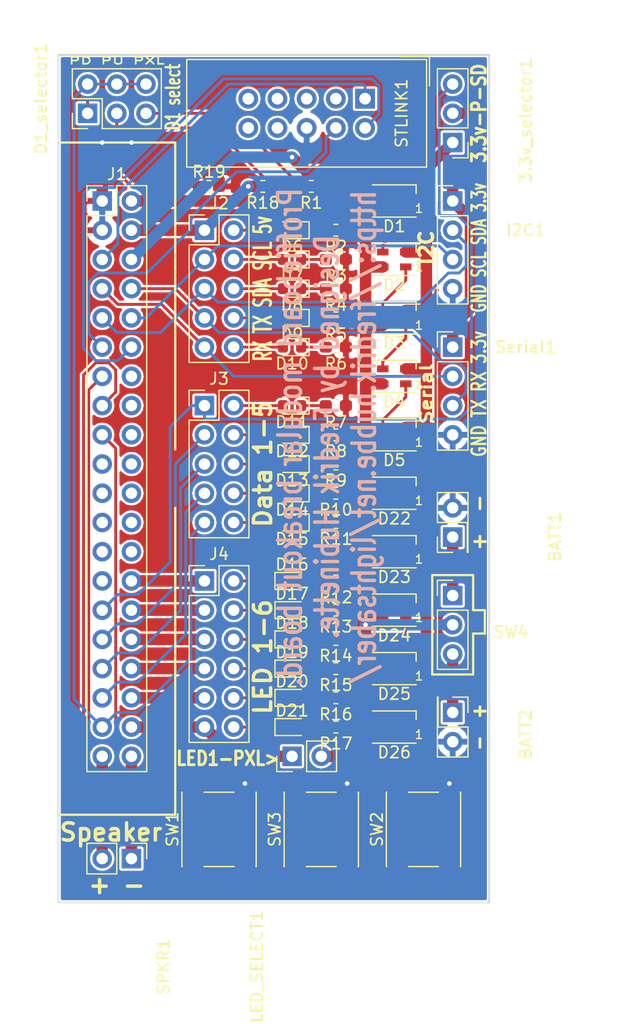
<source format=kicad_pcb>
(kicad_pcb (version 20171130) (host pcbnew 5.0.2-bee76a0~70~ubuntu18.04.1)

  (general
    (thickness 1.6)
    (drawings 34)
    (tracks 351)
    (zones 0)
    (modules 62)
    (nets 96)
  )

  (page A4)
  (layers
    (0 F.Cu signal)
    (31 B.Cu signal)
    (32 B.Adhes user)
    (33 F.Adhes user)
    (34 B.Paste user)
    (35 F.Paste user)
    (36 B.SilkS user)
    (37 F.SilkS user)
    (38 B.Mask user)
    (39 F.Mask user)
    (40 Dwgs.User user)
    (41 Cmts.User user)
    (42 Eco1.User user)
    (43 Eco2.User user)
    (44 Edge.Cuts user)
    (45 Margin user)
    (46 B.CrtYd user)
    (47 F.CrtYd user)
    (48 B.Fab user)
    (49 F.Fab user)
  )

  (setup
    (last_trace_width 0.25)
    (user_trace_width 0.25)
    (user_trace_width 1)
    (trace_clearance 0.2)
    (zone_clearance 0.127)
    (zone_45_only no)
    (trace_min 0.2)
    (segment_width 0.2)
    (edge_width 0.15)
    (via_size 0.6)
    (via_drill 0.4)
    (via_min_size 0.4)
    (via_min_drill 0.3)
    (uvia_size 0.3)
    (uvia_drill 0.1)
    (uvias_allowed no)
    (uvia_min_size 0.2)
    (uvia_min_drill 0.1)
    (pcb_text_width 0.3)
    (pcb_text_size 1.5 1.5)
    (mod_edge_width 0.15)
    (mod_text_size 1 1)
    (mod_text_width 0.15)
    (pad_size 1.524 1.524)
    (pad_drill 0.762)
    (pad_to_mask_clearance 0.0762)
    (solder_mask_min_width 0.1016)
    (aux_axis_origin 0 0)
    (visible_elements FFFFFF7F)
    (pcbplotparams
      (layerselection 0x00030_80000001)
      (usegerberextensions false)
      (usegerberattributes false)
      (usegerberadvancedattributes false)
      (creategerberjobfile false)
      (excludeedgelayer true)
      (linewidth 0.100000)
      (plotframeref false)
      (viasonmask false)
      (mode 1)
      (useauxorigin false)
      (hpglpennumber 1)
      (hpglpenspeed 20)
      (hpglpendiameter 15.000000)
      (psnegative false)
      (psa4output false)
      (plotreference true)
      (plotvalue true)
      (plotinvisibletext false)
      (padsonsilk false)
      (subtractmaskfromsilk false)
      (outputformat 1)
      (mirror false)
      (drillshape 1)
      (scaleselection 1)
      (outputdirectory ""))
  )

  (net 0 "")
  (net 1 GND)
  (net 2 BATT+)
  (net 3 RESET)
  (net 4 RX)
  (net 5 TX)
  (net 6 SDA)
  (net 7 SCL)
  (net 8 SWDIO)
  (net 9 SWDCLK)
  (net 10 BT1)
  (net 11 BT2)
  (net 12 BT3)
  (net 13 Data5)
  (net 14 Data4)
  (net 15 Data3)
  (net 16 Data2)
  (net 17 Data1)
  (net 18 "Net-(J1-Pad39)")
  (net 19 "Net-(J1-Pad40)")
  (net 20 5V)
  (net 21 "Net-(J1-Pad20)")
  (net 22 "Net-(J1-Pad22)")
  (net 23 "Net-(STLINK1-Pad3)")
  (net 24 "Net-(STLINK1-Pad5)")
  (net 25 "Net-(STLINK1-Pad7)")
  (net 26 "Net-(STLINK1-Pad8)")
  (net 27 "Net-(STLINK1-Pad9)")
  (net 28 "Net-(STLINK1-Pad10)")
  (net 29 3.3V)
  (net 30 3.3v_periph)
  (net 31 "Net-(BATT1-Pad1)")
  (net 32 "Net-(BATT2-Pad1)")
  (net 33 "Net-(D1-Pad1)")
  (net 34 "Net-(D1-Pad2)")
  (net 35 "Net-(D6-Pad1)")
  (net 36 "Net-(D6-Pad2)")
  (net 37 "Net-(D7-Pad1)")
  (net 38 "Net-(D7-Pad2)")
  (net 39 "Net-(D8-Pad2)")
  (net 40 "Net-(D8-Pad1)")
  (net 41 "Net-(D9-Pad1)")
  (net 42 "Net-(D9-Pad2)")
  (net 43 "Net-(D10-Pad2)")
  (net 44 "Net-(D10-Pad1)")
  (net 45 "Net-(D11-Pad1)")
  (net 46 "Net-(D11-Pad2)")
  (net 47 "Net-(D12-Pad2)")
  (net 48 "Net-(D12-Pad1)")
  (net 49 "Net-(D13-Pad1)")
  (net 50 "Net-(D13-Pad2)")
  (net 51 "Net-(D14-Pad2)")
  (net 52 "Net-(D14-Pad1)")
  (net 53 "Net-(D15-Pad1)")
  (net 54 "Net-(D15-Pad2)")
  (net 55 "Net-(D16-Pad1)")
  (net 56 "Net-(D16-Pad2)")
  (net 57 "Net-(D17-Pad2)")
  (net 58 "Net-(D17-Pad1)")
  (net 59 "Net-(D18-Pad1)")
  (net 60 "Net-(D18-Pad2)")
  (net 61 "Net-(D19-Pad2)")
  (net 62 "Net-(D19-Pad1)")
  (net 63 "Net-(D20-Pad2)")
  (net 64 "Net-(D20-Pad1)")
  (net 65 "Net-(D21-Pad2)")
  (net 66 "Net-(D21-Pad1)")
  (net 67 "Net-(D1_selector1-Pad1)")
  (net 68 "Net-(D1_selector1-Pad3)")
  (net 69 DIN)
  (net 70 "Net-(J1-Pad14)")
  (net 71 "Net-(J1-Pad16)")
  (net 72 "Net-(J1-Pad18)")
  (net 73 "Net-(J1-Pad19)")
  (net 74 "Net-(J1-Pad21)")
  (net 75 "Net-(J1-Pad23)")
  (net 76 "Net-(J1-Pad24)")
  (net 77 "Net-(J1-Pad25)")
  (net 78 "Net-(J1-Pad26)")
  (net 79 "Net-(J1-Pad27)")
  (net 80 "Net-(J1-Pad28)")
  (net 81 "Net-(J1-Pad30)")
  (net 82 "Net-(J1-Pad32)")
  (net 83 "Net-(J1-Pad34)")
  (net 84 "Net-(J1-Pad36)")
  (net 85 LED1)
  (net 86 "Net-(D1-Pad3)")
  (net 87 "Net-(D2-Pad1)")
  (net 88 "Net-(D3-Pad1)")
  (net 89 "Net-(D4-Pad1)")
  (net 90 "Net-(D22-Pad3)")
  (net 91 "Net-(D22-Pad1)")
  (net 92 "Net-(D23-Pad1)")
  (net 93 "Net-(D24-Pad1)")
  (net 94 "Net-(D25-Pad1)")
  (net 95 "Net-(D26-Pad1)")

  (net_class Default "This is the default net class."
    (clearance 0.2)
    (trace_width 0.25)
    (via_dia 0.6)
    (via_drill 0.4)
    (uvia_dia 0.3)
    (uvia_drill 0.1)
    (add_net BT1)
    (add_net BT2)
    (add_net BT3)
    (add_net DIN)
    (add_net Data1)
    (add_net Data2)
    (add_net Data3)
    (add_net Data4)
    (add_net Data5)
    (add_net "Net-(D1-Pad2)")
    (add_net "Net-(D1-Pad3)")
    (add_net "Net-(D10-Pad1)")
    (add_net "Net-(D10-Pad2)")
    (add_net "Net-(D11-Pad1)")
    (add_net "Net-(D11-Pad2)")
    (add_net "Net-(D12-Pad1)")
    (add_net "Net-(D12-Pad2)")
    (add_net "Net-(D13-Pad1)")
    (add_net "Net-(D13-Pad2)")
    (add_net "Net-(D14-Pad1)")
    (add_net "Net-(D14-Pad2)")
    (add_net "Net-(D15-Pad1)")
    (add_net "Net-(D15-Pad2)")
    (add_net "Net-(D16-Pad1)")
    (add_net "Net-(D16-Pad2)")
    (add_net "Net-(D17-Pad1)")
    (add_net "Net-(D17-Pad2)")
    (add_net "Net-(D18-Pad1)")
    (add_net "Net-(D18-Pad2)")
    (add_net "Net-(D19-Pad1)")
    (add_net "Net-(D19-Pad2)")
    (add_net "Net-(D1_selector1-Pad1)")
    (add_net "Net-(D1_selector1-Pad3)")
    (add_net "Net-(D2-Pad1)")
    (add_net "Net-(D20-Pad1)")
    (add_net "Net-(D20-Pad2)")
    (add_net "Net-(D21-Pad1)")
    (add_net "Net-(D21-Pad2)")
    (add_net "Net-(D22-Pad1)")
    (add_net "Net-(D22-Pad3)")
    (add_net "Net-(D23-Pad1)")
    (add_net "Net-(D24-Pad1)")
    (add_net "Net-(D25-Pad1)")
    (add_net "Net-(D26-Pad1)")
    (add_net "Net-(D3-Pad1)")
    (add_net "Net-(D4-Pad1)")
    (add_net "Net-(D6-Pad1)")
    (add_net "Net-(D6-Pad2)")
    (add_net "Net-(D7-Pad1)")
    (add_net "Net-(D7-Pad2)")
    (add_net "Net-(D8-Pad1)")
    (add_net "Net-(D8-Pad2)")
    (add_net "Net-(D9-Pad1)")
    (add_net "Net-(D9-Pad2)")
    (add_net "Net-(J1-Pad14)")
    (add_net "Net-(J1-Pad16)")
    (add_net "Net-(J1-Pad18)")
    (add_net "Net-(J1-Pad19)")
    (add_net "Net-(J1-Pad20)")
    (add_net "Net-(J1-Pad21)")
    (add_net "Net-(J1-Pad22)")
    (add_net "Net-(J1-Pad23)")
    (add_net "Net-(J1-Pad24)")
    (add_net "Net-(J1-Pad25)")
    (add_net "Net-(J1-Pad26)")
    (add_net "Net-(J1-Pad27)")
    (add_net "Net-(STLINK1-Pad10)")
    (add_net "Net-(STLINK1-Pad3)")
    (add_net "Net-(STLINK1-Pad5)")
    (add_net "Net-(STLINK1-Pad7)")
    (add_net "Net-(STLINK1-Pad8)")
    (add_net "Net-(STLINK1-Pad9)")
    (add_net RESET)
    (add_net RX)
    (add_net SCL)
    (add_net SDA)
    (add_net SWDCLK)
    (add_net SWDIO)
    (add_net TX)
  )

  (net_class POWA ""
    (clearance 0.2)
    (trace_width 1)
    (via_dia 0.6)
    (via_drill 0.4)
    (uvia_dia 0.3)
    (uvia_drill 0.1)
    (add_net 3.3V)
    (add_net 3.3v_periph)
    (add_net 5V)
    (add_net BATT+)
    (add_net GND)
    (add_net LED1)
    (add_net "Net-(BATT1-Pad1)")
    (add_net "Net-(BATT2-Pad1)")
    (add_net "Net-(D1-Pad1)")
    (add_net "Net-(J1-Pad28)")
    (add_net "Net-(J1-Pad30)")
    (add_net "Net-(J1-Pad32)")
    (add_net "Net-(J1-Pad34)")
    (add_net "Net-(J1-Pad36)")
    (add_net "Net-(J1-Pad39)")
    (add_net "Net-(J1-Pad40)")
  )

  (module Connector_PinHeader_2.54mm:PinHeader_1x03_P2.54mm_Vertical (layer F.Cu) (tedit 59FED5CC) (tstamp 5D148854)
    (at 115.57 99.06 180)
    (descr "Through hole straight pin header, 1x03, 2.54mm pitch, single row")
    (tags "Through hole pin header THT 1x03 2.54mm single row")
    (path /5CFC4B7A)
    (fp_text reference 3.3v_selector1 (at -6.35 1.905 270) (layer F.SilkS)
      (effects (font (size 1 1) (thickness 0.15)))
    )
    (fp_text value Conn_01x03 (at 0 7.41 180) (layer F.Fab)
      (effects (font (size 1 1) (thickness 0.15)))
    )
    (fp_text user %R (at 0 2.54 270) (layer F.Fab)
      (effects (font (size 1 1) (thickness 0.15)))
    )
    (fp_line (start 1.8 -1.8) (end -1.8 -1.8) (layer F.CrtYd) (width 0.05))
    (fp_line (start 1.8 6.85) (end 1.8 -1.8) (layer F.CrtYd) (width 0.05))
    (fp_line (start -1.8 6.85) (end 1.8 6.85) (layer F.CrtYd) (width 0.05))
    (fp_line (start -1.8 -1.8) (end -1.8 6.85) (layer F.CrtYd) (width 0.05))
    (fp_line (start -1.33 -1.33) (end 0 -1.33) (layer F.SilkS) (width 0.12))
    (fp_line (start -1.33 0) (end -1.33 -1.33) (layer F.SilkS) (width 0.12))
    (fp_line (start -1.33 1.27) (end 1.33 1.27) (layer F.SilkS) (width 0.12))
    (fp_line (start 1.33 1.27) (end 1.33 6.41) (layer F.SilkS) (width 0.12))
    (fp_line (start -1.33 1.27) (end -1.33 6.41) (layer F.SilkS) (width 0.12))
    (fp_line (start -1.33 6.41) (end 1.33 6.41) (layer F.SilkS) (width 0.12))
    (fp_line (start -1.27 -0.635) (end -0.635 -1.27) (layer F.Fab) (width 0.1))
    (fp_line (start -1.27 6.35) (end -1.27 -0.635) (layer F.Fab) (width 0.1))
    (fp_line (start 1.27 6.35) (end -1.27 6.35) (layer F.Fab) (width 0.1))
    (fp_line (start 1.27 -1.27) (end 1.27 6.35) (layer F.Fab) (width 0.1))
    (fp_line (start -0.635 -1.27) (end 1.27 -1.27) (layer F.Fab) (width 0.1))
    (pad 3 thru_hole oval (at 0 5.08 180) (size 1.7 1.7) (drill 1) (layers *.Cu *.Mask)
      (net 13 Data5))
    (pad 2 thru_hole oval (at 0 2.54 180) (size 1.7 1.7) (drill 1) (layers *.Cu *.Mask)
      (net 30 3.3v_periph))
    (pad 1 thru_hole rect (at 0 0 180) (size 1.7 1.7) (drill 1) (layers *.Cu *.Mask)
      (net 29 3.3V))
    (model ${KISYS3DMOD}/Connector_PinHeader_2.54mm.3dshapes/PinHeader_1x03_P2.54mm_Vertical.wrl
      (at (xyz 0 0 0))
      (scale (xyz 1 1 1))
      (rotate (xyz 0 0 0))
    )
  )

  (module Connector_PinHeader_2.54mm:PinHeader_2x01_P2.54mm_Vertical (layer F.Cu) (tedit 59FED5CC) (tstamp 5D07F8AD)
    (at 115.57 133.35 90)
    (descr "Through hole straight pin header, 2x01, 2.54mm pitch, double rows")
    (tags "Through hole pin header THT 2x01 2.54mm double row")
    (path /5CFA0897)
    (fp_text reference BATT1 (at 0 8.89 90) (layer F.SilkS)
      (effects (font (size 1 1) (thickness 0.15)))
    )
    (fp_text value Conn_01x02 (at 0 6.985 90) (layer F.Fab)
      (effects (font (size 1 1) (thickness 0.15)))
    )
    (fp_text user %R (at 0.635 5.08 270) (layer F.Fab)
      (effects (font (size 1 1) (thickness 0.15)))
    )
    (fp_line (start 4.35 -1.8) (end -1.8 -1.8) (layer F.CrtYd) (width 0.05))
    (fp_line (start 4.35 1.8) (end 4.35 -1.8) (layer F.CrtYd) (width 0.05))
    (fp_line (start -1.8 1.8) (end 4.35 1.8) (layer F.CrtYd) (width 0.05))
    (fp_line (start -1.8 -1.8) (end -1.8 1.8) (layer F.CrtYd) (width 0.05))
    (fp_line (start -1.33 -1.33) (end 0 -1.33) (layer F.SilkS) (width 0.12))
    (fp_line (start -1.33 0) (end -1.33 -1.33) (layer F.SilkS) (width 0.12))
    (fp_line (start 1.27 -1.33) (end 3.87 -1.33) (layer F.SilkS) (width 0.12))
    (fp_line (start 1.27 1.27) (end 1.27 -1.33) (layer F.SilkS) (width 0.12))
    (fp_line (start -1.33 1.27) (end 1.27 1.27) (layer F.SilkS) (width 0.12))
    (fp_line (start 3.87 -1.33) (end 3.87 1.33) (layer F.SilkS) (width 0.12))
    (fp_line (start -1.33 1.27) (end -1.33 1.33) (layer F.SilkS) (width 0.12))
    (fp_line (start -1.33 1.33) (end 3.87 1.33) (layer F.SilkS) (width 0.12))
    (fp_line (start -1.27 0) (end 0 -1.27) (layer F.Fab) (width 0.1))
    (fp_line (start -1.27 1.27) (end -1.27 0) (layer F.Fab) (width 0.1))
    (fp_line (start 3.81 1.27) (end -1.27 1.27) (layer F.Fab) (width 0.1))
    (fp_line (start 3.81 -1.27) (end 3.81 1.27) (layer F.Fab) (width 0.1))
    (fp_line (start 0 -1.27) (end 3.81 -1.27) (layer F.Fab) (width 0.1))
    (pad 2 thru_hole oval (at 2.54 0 90) (size 1.7 1.7) (drill 1) (layers *.Cu *.Mask)
      (net 1 GND))
    (pad 1 thru_hole rect (at 0 0 90) (size 1.7 1.7) (drill 1) (layers *.Cu *.Mask)
      (net 31 "Net-(BATT1-Pad1)"))
    (model ${KISYS3DMOD}/Connector_PinHeader_2.54mm.3dshapes/PinHeader_2x01_P2.54mm_Vertical.wrl
      (at (xyz 0 0 0))
      (scale (xyz 1 1 1))
      (rotate (xyz 0 0 0))
    )
  )

  (module Connector_PinHeader_2.54mm:PinHeader_2x01_P2.54mm_Vertical (layer F.Cu) (tedit 59FED5CC) (tstamp 5D14B67D)
    (at 115.57 148.59 270)
    (descr "Through hole straight pin header, 2x01, 2.54mm pitch, double rows")
    (tags "Through hole pin header THT 2x01 2.54mm double row")
    (path /5CFA094D)
    (fp_text reference BATT2 (at 1.905 -6.35 270) (layer F.SilkS)
      (effects (font (size 1 1) (thickness 0.15)))
    )
    (fp_text value Conn_01x02 (at 1.27 2.33 270) (layer F.Fab)
      (effects (font (size 1 1) (thickness 0.15)))
    )
    (fp_line (start 0 -1.27) (end 3.81 -1.27) (layer F.Fab) (width 0.1))
    (fp_line (start 3.81 -1.27) (end 3.81 1.27) (layer F.Fab) (width 0.1))
    (fp_line (start 3.81 1.27) (end -1.27 1.27) (layer F.Fab) (width 0.1))
    (fp_line (start -1.27 1.27) (end -1.27 0) (layer F.Fab) (width 0.1))
    (fp_line (start -1.27 0) (end 0 -1.27) (layer F.Fab) (width 0.1))
    (fp_line (start -1.33 1.33) (end 3.87 1.33) (layer F.SilkS) (width 0.12))
    (fp_line (start -1.33 1.27) (end -1.33 1.33) (layer F.SilkS) (width 0.12))
    (fp_line (start 3.87 -1.33) (end 3.87 1.33) (layer F.SilkS) (width 0.12))
    (fp_line (start -1.33 1.27) (end 1.27 1.27) (layer F.SilkS) (width 0.12))
    (fp_line (start 1.27 1.27) (end 1.27 -1.33) (layer F.SilkS) (width 0.12))
    (fp_line (start 1.27 -1.33) (end 3.87 -1.33) (layer F.SilkS) (width 0.12))
    (fp_line (start -1.33 0) (end -1.33 -1.33) (layer F.SilkS) (width 0.12))
    (fp_line (start -1.33 -1.33) (end 0 -1.33) (layer F.SilkS) (width 0.12))
    (fp_line (start -1.8 -1.8) (end -1.8 1.8) (layer F.CrtYd) (width 0.05))
    (fp_line (start -1.8 1.8) (end 4.35 1.8) (layer F.CrtYd) (width 0.05))
    (fp_line (start 4.35 1.8) (end 4.35 -1.8) (layer F.CrtYd) (width 0.05))
    (fp_line (start 4.35 -1.8) (end -1.8 -1.8) (layer F.CrtYd) (width 0.05))
    (fp_text user %R (at 1.27 -12.7) (layer F.Fab)
      (effects (font (size 1 1) (thickness 0.15)))
    )
    (pad 1 thru_hole rect (at 0 0 270) (size 1.7 1.7) (drill 1) (layers *.Cu *.Mask)
      (net 32 "Net-(BATT2-Pad1)"))
    (pad 2 thru_hole oval (at 2.54 0 270) (size 1.7 1.7) (drill 1) (layers *.Cu *.Mask)
      (net 1 GND))
    (model ${KISYS3DMOD}/Connector_PinHeader_2.54mm.3dshapes/PinHeader_2x01_P2.54mm_Vertical.wrl
      (at (xyz 0 0 0))
      (scale (xyz 1 1 1))
      (rotate (xyz 0 0 0))
    )
  )

  (module LED_SMD:LED_SK6805_PLCC4_2.4x2.7mm_P1.3mm (layer F.Cu) (tedit 5AA4B1EE) (tstamp 5D07FC42)
    (at 110.49 104.14 180)
    (descr https://cdn-shop.adafruit.com/product-files/3484/3484_Datasheet.pdf)
    (tags "LED RGB NeoPixel Nano")
    (path /5CFF0637)
    (attr smd)
    (fp_text reference D1 (at 0 -2.2 180) (layer F.SilkS)
      (effects (font (size 1 1) (thickness 0.15)))
    )
    (fp_text value SK6812 (at 0 2.7 180) (layer F.Fab)
      (effects (font (size 1 1) (thickness 0.15)))
    )
    (fp_text user 1 (at -2.15 -0.65 180) (layer F.SilkS)
      (effects (font (size 0.75 0.75) (thickness 0.12)))
    )
    (fp_text user %R (at 0 0 180) (layer F.Fab)
      (effects (font (size 0.4 0.4) (thickness 0.08)))
    )
    (fp_line (start 1.75 -1.45) (end -1.75 -1.45) (layer F.CrtYd) (width 0.05))
    (fp_line (start 1.75 1.45) (end 1.75 -1.45) (layer F.CrtYd) (width 0.05))
    (fp_line (start -1.75 1.45) (end 1.75 1.45) (layer F.CrtYd) (width 0.05))
    (fp_line (start -1.75 -1.45) (end -1.75 1.45) (layer F.CrtYd) (width 0.05))
    (fp_line (start -1.35 0.6) (end -0.75 1.2) (layer F.Fab) (width 0.1))
    (fp_line (start -1.35 -1.2) (end -1.35 1.2) (layer F.Fab) (width 0.1))
    (fp_line (start -1.35 1.2) (end 1.35 1.2) (layer F.Fab) (width 0.1))
    (fp_line (start 1.35 1.2) (end 1.35 -1.2) (layer F.Fab) (width 0.1))
    (fp_line (start 1.35 -1.2) (end -1.35 -1.2) (layer F.Fab) (width 0.1))
    (fp_line (start -1.9 -1.4) (end 1.9 -1.4) (layer F.SilkS) (width 0.12))
    (fp_line (start -1.9 1.4) (end 1.9 1.4) (layer F.SilkS) (width 0.12))
    (fp_line (start -1.9 1.4) (end -1.9 0.65) (layer F.SilkS) (width 0.12))
    (fp_circle (center 0 0) (end 0 -1) (layer F.Fab) (width 0.1))
    (pad 3 smd rect (at 1 0.65 180) (size 1 0.6) (layers F.Cu F.Paste F.Mask)
      (net 86 "Net-(D1-Pad3)"))
    (pad 4 smd rect (at 1 -0.65 180) (size 1 0.6) (layers F.Cu F.Paste F.Mask)
      (net 2 BATT+))
    (pad 2 smd rect (at -1 0.65 180) (size 1 0.6) (layers F.Cu F.Paste F.Mask)
      (net 34 "Net-(D1-Pad2)"))
    (pad 1 smd rect (at -1 -0.65 180) (size 1 0.6) (layers F.Cu F.Paste F.Mask)
      (net 33 "Net-(D1-Pad1)"))
    (model ${KISYS3DMOD}/LED_SMD.3dshapes/LED_SK6805_PLCC4_2.4x2.7mm_P1.3mm.wrl
      (at (xyz 0 0 0))
      (scale (xyz 1 1 1))
      (rotate (xyz 0 0 0))
    )
  )

  (module LED_SMD:LED_SK6805_PLCC4_2.4x2.7mm_P1.3mm (layer F.Cu) (tedit 5AA4B1EE) (tstamp 5D148DC5)
    (at 110.49 109.22 180)
    (descr https://cdn-shop.adafruit.com/product-files/3484/3484_Datasheet.pdf)
    (tags "LED RGB NeoPixel Nano")
    (path /5CFF04EF)
    (attr smd)
    (fp_text reference D2 (at 0 -2.2 180) (layer F.SilkS)
      (effects (font (size 1 1) (thickness 0.15)))
    )
    (fp_text value SK6812 (at 0 2.7 180) (layer F.Fab)
      (effects (font (size 1 1) (thickness 0.15)))
    )
    (fp_circle (center 0 0) (end 0 -1) (layer F.Fab) (width 0.1))
    (fp_line (start -1.9 1.4) (end -1.9 0.65) (layer F.SilkS) (width 0.12))
    (fp_line (start -1.9 1.4) (end 1.9 1.4) (layer F.SilkS) (width 0.12))
    (fp_line (start -1.9 -1.4) (end 1.9 -1.4) (layer F.SilkS) (width 0.12))
    (fp_line (start 1.35 -1.2) (end -1.35 -1.2) (layer F.Fab) (width 0.1))
    (fp_line (start 1.35 1.2) (end 1.35 -1.2) (layer F.Fab) (width 0.1))
    (fp_line (start -1.35 1.2) (end 1.35 1.2) (layer F.Fab) (width 0.1))
    (fp_line (start -1.35 -1.2) (end -1.35 1.2) (layer F.Fab) (width 0.1))
    (fp_line (start -1.35 0.6) (end -0.75 1.2) (layer F.Fab) (width 0.1))
    (fp_line (start -1.75 -1.45) (end -1.75 1.45) (layer F.CrtYd) (width 0.05))
    (fp_line (start -1.75 1.45) (end 1.75 1.45) (layer F.CrtYd) (width 0.05))
    (fp_line (start 1.75 1.45) (end 1.75 -1.45) (layer F.CrtYd) (width 0.05))
    (fp_line (start 1.75 -1.45) (end -1.75 -1.45) (layer F.CrtYd) (width 0.05))
    (fp_text user %R (at 0 0 180) (layer F.Fab)
      (effects (font (size 0.4 0.4) (thickness 0.08)))
    )
    (fp_text user 1 (at -2.15 -0.65 180) (layer F.SilkS)
      (effects (font (size 0.75 0.75) (thickness 0.12)))
    )
    (pad 1 smd rect (at -1 -0.65 180) (size 1 0.6) (layers F.Cu F.Paste F.Mask)
      (net 87 "Net-(D2-Pad1)"))
    (pad 2 smd rect (at -1 0.65 180) (size 1 0.6) (layers F.Cu F.Paste F.Mask)
      (net 34 "Net-(D1-Pad2)"))
    (pad 4 smd rect (at 1 -0.65 180) (size 1 0.6) (layers F.Cu F.Paste F.Mask)
      (net 2 BATT+))
    (pad 3 smd rect (at 1 0.65 180) (size 1 0.6) (layers F.Cu F.Paste F.Mask)
      (net 33 "Net-(D1-Pad1)"))
    (model ${KISYS3DMOD}/LED_SMD.3dshapes/LED_SK6805_PLCC4_2.4x2.7mm_P1.3mm.wrl
      (at (xyz 0 0 0))
      (scale (xyz 1 1 1))
      (rotate (xyz 0 0 0))
    )
  )

  (module LED_SMD:LED_SK6805_PLCC4_2.4x2.7mm_P1.3mm (layer F.Cu) (tedit 5AA4B1EE) (tstamp 5D07E542)
    (at 110.49 114.3 180)
    (descr https://cdn-shop.adafruit.com/product-files/3484/3484_Datasheet.pdf)
    (tags "LED RGB NeoPixel Nano")
    (path /5CFA0D36)
    (attr smd)
    (fp_text reference D3 (at 0 -2.2 180) (layer F.SilkS)
      (effects (font (size 1 1) (thickness 0.15)))
    )
    (fp_text value SK6812 (at 0 2.7 180) (layer F.Fab)
      (effects (font (size 1 1) (thickness 0.15)))
    )
    (fp_circle (center 0 0) (end 0 -1) (layer F.Fab) (width 0.1))
    (fp_line (start -1.9 1.4) (end -1.9 0.65) (layer F.SilkS) (width 0.12))
    (fp_line (start -1.9 1.4) (end 1.9 1.4) (layer F.SilkS) (width 0.12))
    (fp_line (start -1.9 -1.4) (end 1.9 -1.4) (layer F.SilkS) (width 0.12))
    (fp_line (start 1.35 -1.2) (end -1.35 -1.2) (layer F.Fab) (width 0.1))
    (fp_line (start 1.35 1.2) (end 1.35 -1.2) (layer F.Fab) (width 0.1))
    (fp_line (start -1.35 1.2) (end 1.35 1.2) (layer F.Fab) (width 0.1))
    (fp_line (start -1.35 -1.2) (end -1.35 1.2) (layer F.Fab) (width 0.1))
    (fp_line (start -1.35 0.6) (end -0.75 1.2) (layer F.Fab) (width 0.1))
    (fp_line (start -1.75 -1.45) (end -1.75 1.45) (layer F.CrtYd) (width 0.05))
    (fp_line (start -1.75 1.45) (end 1.75 1.45) (layer F.CrtYd) (width 0.05))
    (fp_line (start 1.75 1.45) (end 1.75 -1.45) (layer F.CrtYd) (width 0.05))
    (fp_line (start 1.75 -1.45) (end -1.75 -1.45) (layer F.CrtYd) (width 0.05))
    (fp_text user %R (at 0 0 180) (layer F.Fab)
      (effects (font (size 0.4 0.4) (thickness 0.08)))
    )
    (fp_text user 1 (at -2.15 -0.65 180) (layer F.SilkS)
      (effects (font (size 0.75 0.75) (thickness 0.12)))
    )
    (pad 1 smd rect (at -1 -0.65 180) (size 1 0.6) (layers F.Cu F.Paste F.Mask)
      (net 88 "Net-(D3-Pad1)"))
    (pad 2 smd rect (at -1 0.65 180) (size 1 0.6) (layers F.Cu F.Paste F.Mask)
      (net 34 "Net-(D1-Pad2)"))
    (pad 4 smd rect (at 1 -0.65 180) (size 1 0.6) (layers F.Cu F.Paste F.Mask)
      (net 2 BATT+))
    (pad 3 smd rect (at 1 0.65 180) (size 1 0.6) (layers F.Cu F.Paste F.Mask)
      (net 87 "Net-(D2-Pad1)"))
    (model ${KISYS3DMOD}/LED_SMD.3dshapes/LED_SK6805_PLCC4_2.4x2.7mm_P1.3mm.wrl
      (at (xyz 0 0 0))
      (scale (xyz 1 1 1))
      (rotate (xyz 0 0 0))
    )
  )

  (module LED_SMD:LED_SK6805_PLCC4_2.4x2.7mm_P1.3mm (layer F.Cu) (tedit 5AA4B1EE) (tstamp 5D14931F)
    (at 110.49 119.38 180)
    (descr https://cdn-shop.adafruit.com/product-files/3484/3484_Datasheet.pdf)
    (tags "LED RGB NeoPixel Nano")
    (path /5CFA0E50)
    (attr smd)
    (fp_text reference D4 (at 0 -2.2 180) (layer F.SilkS)
      (effects (font (size 1 1) (thickness 0.15)))
    )
    (fp_text value SK6812 (at 0 2.7 180) (layer F.Fab)
      (effects (font (size 1 1) (thickness 0.15)))
    )
    (fp_text user 1 (at -2.15 -0.65 180) (layer F.SilkS)
      (effects (font (size 0.75 0.75) (thickness 0.12)))
    )
    (fp_text user %R (at 0 0 180) (layer F.Fab)
      (effects (font (size 0.4 0.4) (thickness 0.08)))
    )
    (fp_line (start 1.75 -1.45) (end -1.75 -1.45) (layer F.CrtYd) (width 0.05))
    (fp_line (start 1.75 1.45) (end 1.75 -1.45) (layer F.CrtYd) (width 0.05))
    (fp_line (start -1.75 1.45) (end 1.75 1.45) (layer F.CrtYd) (width 0.05))
    (fp_line (start -1.75 -1.45) (end -1.75 1.45) (layer F.CrtYd) (width 0.05))
    (fp_line (start -1.35 0.6) (end -0.75 1.2) (layer F.Fab) (width 0.1))
    (fp_line (start -1.35 -1.2) (end -1.35 1.2) (layer F.Fab) (width 0.1))
    (fp_line (start -1.35 1.2) (end 1.35 1.2) (layer F.Fab) (width 0.1))
    (fp_line (start 1.35 1.2) (end 1.35 -1.2) (layer F.Fab) (width 0.1))
    (fp_line (start 1.35 -1.2) (end -1.35 -1.2) (layer F.Fab) (width 0.1))
    (fp_line (start -1.9 -1.4) (end 1.9 -1.4) (layer F.SilkS) (width 0.12))
    (fp_line (start -1.9 1.4) (end 1.9 1.4) (layer F.SilkS) (width 0.12))
    (fp_line (start -1.9 1.4) (end -1.9 0.65) (layer F.SilkS) (width 0.12))
    (fp_circle (center 0 0) (end 0 -1) (layer F.Fab) (width 0.1))
    (pad 3 smd rect (at 1 0.65 180) (size 1 0.6) (layers F.Cu F.Paste F.Mask)
      (net 88 "Net-(D3-Pad1)"))
    (pad 4 smd rect (at 1 -0.65 180) (size 1 0.6) (layers F.Cu F.Paste F.Mask)
      (net 2 BATT+))
    (pad 2 smd rect (at -1 0.65 180) (size 1 0.6) (layers F.Cu F.Paste F.Mask)
      (net 34 "Net-(D1-Pad2)"))
    (pad 1 smd rect (at -1 -0.65 180) (size 1 0.6) (layers F.Cu F.Paste F.Mask)
      (net 89 "Net-(D4-Pad1)"))
    (model ${KISYS3DMOD}/LED_SMD.3dshapes/LED_SK6805_PLCC4_2.4x2.7mm_P1.3mm.wrl
      (at (xyz 0 0 0))
      (scale (xyz 1 1 1))
      (rotate (xyz 0 0 0))
    )
  )

  (module LED_SMD:LED_SK6805_PLCC4_2.4x2.7mm_P1.3mm (layer F.Cu) (tedit 5AA4B1EE) (tstamp 5D07C24C)
    (at 110.49 124.46 180)
    (descr https://cdn-shop.adafruit.com/product-files/3484/3484_Datasheet.pdf)
    (tags "LED RGB NeoPixel Nano")
    (path /5CFA0E9A)
    (attr smd)
    (fp_text reference D5 (at 0 -2.2 180) (layer F.SilkS)
      (effects (font (size 1 1) (thickness 0.15)))
    )
    (fp_text value SK6812 (at 0 2.7 180) (layer F.Fab)
      (effects (font (size 1 1) (thickness 0.15)))
    )
    (fp_circle (center 0 0) (end 0 -1) (layer F.Fab) (width 0.1))
    (fp_line (start -1.9 1.4) (end -1.9 0.65) (layer F.SilkS) (width 0.12))
    (fp_line (start -1.9 1.4) (end 1.9 1.4) (layer F.SilkS) (width 0.12))
    (fp_line (start -1.9 -1.4) (end 1.9 -1.4) (layer F.SilkS) (width 0.12))
    (fp_line (start 1.35 -1.2) (end -1.35 -1.2) (layer F.Fab) (width 0.1))
    (fp_line (start 1.35 1.2) (end 1.35 -1.2) (layer F.Fab) (width 0.1))
    (fp_line (start -1.35 1.2) (end 1.35 1.2) (layer F.Fab) (width 0.1))
    (fp_line (start -1.35 -1.2) (end -1.35 1.2) (layer F.Fab) (width 0.1))
    (fp_line (start -1.35 0.6) (end -0.75 1.2) (layer F.Fab) (width 0.1))
    (fp_line (start -1.75 -1.45) (end -1.75 1.45) (layer F.CrtYd) (width 0.05))
    (fp_line (start -1.75 1.45) (end 1.75 1.45) (layer F.CrtYd) (width 0.05))
    (fp_line (start 1.75 1.45) (end 1.75 -1.45) (layer F.CrtYd) (width 0.05))
    (fp_line (start 1.75 -1.45) (end -1.75 -1.45) (layer F.CrtYd) (width 0.05))
    (fp_text user %R (at 0 0 180) (layer F.Fab)
      (effects (font (size 0.4 0.4) (thickness 0.08)))
    )
    (fp_text user 1 (at -2.15 -0.65 180) (layer F.SilkS)
      (effects (font (size 0.75 0.75) (thickness 0.12)))
    )
    (pad 1 smd rect (at -1 -0.65 180) (size 1 0.6) (layers F.Cu F.Paste F.Mask)
      (net 90 "Net-(D22-Pad3)"))
    (pad 2 smd rect (at -1 0.65 180) (size 1 0.6) (layers F.Cu F.Paste F.Mask)
      (net 34 "Net-(D1-Pad2)"))
    (pad 4 smd rect (at 1 -0.65 180) (size 1 0.6) (layers F.Cu F.Paste F.Mask)
      (net 2 BATT+))
    (pad 3 smd rect (at 1 0.65 180) (size 1 0.6) (layers F.Cu F.Paste F.Mask)
      (net 89 "Net-(D4-Pad1)"))
    (model ${KISYS3DMOD}/LED_SMD.3dshapes/LED_SK6805_PLCC4_2.4x2.7mm_P1.3mm.wrl
      (at (xyz 0 0 0))
      (scale (xyz 1 1 1))
      (rotate (xyz 0 0 0))
    )
  )

  (module LED_SMD:LED_0603_1608Metric (layer F.Cu) (tedit 5B301BBE) (tstamp 5D07EC4C)
    (at 101.6 106.68 180)
    (descr "LED SMD 0603 (1608 Metric), square (rectangular) end terminal, IPC_7351 nominal, (Body size source: http://www.tortai-tech.com/upload/download/2011102023233369053.pdf), generated with kicad-footprint-generator")
    (tags diode)
    (path /5D0EC906)
    (attr smd)
    (fp_text reference D6 (at 0 -1.43 180) (layer F.SilkS)
      (effects (font (size 1 1) (thickness 0.15)))
    )
    (fp_text value LED (at 0 1.43 180) (layer F.Fab)
      (effects (font (size 1 1) (thickness 0.15)))
    )
    (fp_text user %R (at 0 0 180) (layer F.Fab)
      (effects (font (size 0.4 0.4) (thickness 0.06)))
    )
    (fp_line (start 1.48 0.73) (end -1.48 0.73) (layer F.CrtYd) (width 0.05))
    (fp_line (start 1.48 -0.73) (end 1.48 0.73) (layer F.CrtYd) (width 0.05))
    (fp_line (start -1.48 -0.73) (end 1.48 -0.73) (layer F.CrtYd) (width 0.05))
    (fp_line (start -1.48 0.73) (end -1.48 -0.73) (layer F.CrtYd) (width 0.05))
    (fp_line (start -1.485 0.735) (end 0.8 0.735) (layer F.SilkS) (width 0.12))
    (fp_line (start -1.485 -0.735) (end -1.485 0.735) (layer F.SilkS) (width 0.12))
    (fp_line (start 0.8 -0.735) (end -1.485 -0.735) (layer F.SilkS) (width 0.12))
    (fp_line (start 0.8 0.4) (end 0.8 -0.4) (layer F.Fab) (width 0.1))
    (fp_line (start -0.8 0.4) (end 0.8 0.4) (layer F.Fab) (width 0.1))
    (fp_line (start -0.8 -0.1) (end -0.8 0.4) (layer F.Fab) (width 0.1))
    (fp_line (start -0.5 -0.4) (end -0.8 -0.1) (layer F.Fab) (width 0.1))
    (fp_line (start 0.8 -0.4) (end -0.5 -0.4) (layer F.Fab) (width 0.1))
    (pad 2 smd roundrect (at 0.7875 0 180) (size 0.875 0.95) (layers F.Cu F.Paste F.Mask) (roundrect_rratio 0.25)
      (net 36 "Net-(D6-Pad2)"))
    (pad 1 smd roundrect (at -0.7875 0 180) (size 0.875 0.95) (layers F.Cu F.Paste F.Mask) (roundrect_rratio 0.25)
      (net 35 "Net-(D6-Pad1)"))
    (model ${KISYS3DMOD}/LED_SMD.3dshapes/LED_0603_1608Metric.wrl
      (at (xyz 0 0 0))
      (scale (xyz 1 1 1))
      (rotate (xyz 0 0 0))
    )
  )

  (module LED_SMD:LED_0603_1608Metric (layer F.Cu) (tedit 5B301BBE) (tstamp 5D07C272)
    (at 101.6 109.22 180)
    (descr "LED SMD 0603 (1608 Metric), square (rectangular) end terminal, IPC_7351 nominal, (Body size source: http://www.tortai-tech.com/upload/download/2011102023233369053.pdf), generated with kicad-footprint-generator")
    (tags diode)
    (path /5CFE8D59)
    (attr smd)
    (fp_text reference D7 (at 0 -1.43 180) (layer F.SilkS)
      (effects (font (size 1 1) (thickness 0.15)))
    )
    (fp_text value LED (at 0 1.43 180) (layer F.Fab)
      (effects (font (size 1 1) (thickness 0.15)))
    )
    (fp_line (start 0.8 -0.4) (end -0.5 -0.4) (layer F.Fab) (width 0.1))
    (fp_line (start -0.5 -0.4) (end -0.8 -0.1) (layer F.Fab) (width 0.1))
    (fp_line (start -0.8 -0.1) (end -0.8 0.4) (layer F.Fab) (width 0.1))
    (fp_line (start -0.8 0.4) (end 0.8 0.4) (layer F.Fab) (width 0.1))
    (fp_line (start 0.8 0.4) (end 0.8 -0.4) (layer F.Fab) (width 0.1))
    (fp_line (start 0.8 -0.735) (end -1.485 -0.735) (layer F.SilkS) (width 0.12))
    (fp_line (start -1.485 -0.735) (end -1.485 0.735) (layer F.SilkS) (width 0.12))
    (fp_line (start -1.485 0.735) (end 0.8 0.735) (layer F.SilkS) (width 0.12))
    (fp_line (start -1.48 0.73) (end -1.48 -0.73) (layer F.CrtYd) (width 0.05))
    (fp_line (start -1.48 -0.73) (end 1.48 -0.73) (layer F.CrtYd) (width 0.05))
    (fp_line (start 1.48 -0.73) (end 1.48 0.73) (layer F.CrtYd) (width 0.05))
    (fp_line (start 1.48 0.73) (end -1.48 0.73) (layer F.CrtYd) (width 0.05))
    (fp_text user %R (at 0 0 180) (layer F.Fab)
      (effects (font (size 0.4 0.4) (thickness 0.06)))
    )
    (pad 1 smd roundrect (at -0.7875 0 180) (size 0.875 0.95) (layers F.Cu F.Paste F.Mask) (roundrect_rratio 0.25)
      (net 37 "Net-(D7-Pad1)"))
    (pad 2 smd roundrect (at 0.7875 0 180) (size 0.875 0.95) (layers F.Cu F.Paste F.Mask) (roundrect_rratio 0.25)
      (net 38 "Net-(D7-Pad2)"))
    (model ${KISYS3DMOD}/LED_SMD.3dshapes/LED_0603_1608Metric.wrl
      (at (xyz 0 0 0))
      (scale (xyz 1 1 1))
      (rotate (xyz 0 0 0))
    )
  )

  (module LED_SMD:LED_0603_1608Metric (layer F.Cu) (tedit 5B301BBE) (tstamp 5D07C285)
    (at 101.6 111.76 180)
    (descr "LED SMD 0603 (1608 Metric), square (rectangular) end terminal, IPC_7351 nominal, (Body size source: http://www.tortai-tech.com/upload/download/2011102023233369053.pdf), generated with kicad-footprint-generator")
    (tags diode)
    (path /5CFE8D60)
    (attr smd)
    (fp_text reference D8 (at 0 -1.43 180) (layer F.SilkS)
      (effects (font (size 1 1) (thickness 0.15)))
    )
    (fp_text value LED (at 0 1.43 180) (layer F.Fab)
      (effects (font (size 1 1) (thickness 0.15)))
    )
    (fp_line (start 0.8 -0.4) (end -0.5 -0.4) (layer F.Fab) (width 0.1))
    (fp_line (start -0.5 -0.4) (end -0.8 -0.1) (layer F.Fab) (width 0.1))
    (fp_line (start -0.8 -0.1) (end -0.8 0.4) (layer F.Fab) (width 0.1))
    (fp_line (start -0.8 0.4) (end 0.8 0.4) (layer F.Fab) (width 0.1))
    (fp_line (start 0.8 0.4) (end 0.8 -0.4) (layer F.Fab) (width 0.1))
    (fp_line (start 0.8 -0.735) (end -1.485 -0.735) (layer F.SilkS) (width 0.12))
    (fp_line (start -1.485 -0.735) (end -1.485 0.735) (layer F.SilkS) (width 0.12))
    (fp_line (start -1.485 0.735) (end 0.8 0.735) (layer F.SilkS) (width 0.12))
    (fp_line (start -1.48 0.73) (end -1.48 -0.73) (layer F.CrtYd) (width 0.05))
    (fp_line (start -1.48 -0.73) (end 1.48 -0.73) (layer F.CrtYd) (width 0.05))
    (fp_line (start 1.48 -0.73) (end 1.48 0.73) (layer F.CrtYd) (width 0.05))
    (fp_line (start 1.48 0.73) (end -1.48 0.73) (layer F.CrtYd) (width 0.05))
    (fp_text user %R (at 0 0 180) (layer F.Fab)
      (effects (font (size 0.4 0.4) (thickness 0.06)))
    )
    (pad 1 smd roundrect (at -0.7875 0 180) (size 0.875 0.95) (layers F.Cu F.Paste F.Mask) (roundrect_rratio 0.25)
      (net 40 "Net-(D8-Pad1)"))
    (pad 2 smd roundrect (at 0.7875 0 180) (size 0.875 0.95) (layers F.Cu F.Paste F.Mask) (roundrect_rratio 0.25)
      (net 39 "Net-(D8-Pad2)"))
    (model ${KISYS3DMOD}/LED_SMD.3dshapes/LED_0603_1608Metric.wrl
      (at (xyz 0 0 0))
      (scale (xyz 1 1 1))
      (rotate (xyz 0 0 0))
    )
  )

  (module LED_SMD:LED_0603_1608Metric (layer F.Cu) (tedit 5B301BBE) (tstamp 5D07C298)
    (at 101.6 114.3 180)
    (descr "LED SMD 0603 (1608 Metric), square (rectangular) end terminal, IPC_7351 nominal, (Body size source: http://www.tortai-tech.com/upload/download/2011102023233369053.pdf), generated with kicad-footprint-generator")
    (tags diode)
    (path /5CFE8D67)
    (attr smd)
    (fp_text reference D9 (at 0 -1.43 180) (layer F.SilkS)
      (effects (font (size 1 1) (thickness 0.15)))
    )
    (fp_text value LED (at 0 1.43 180) (layer F.Fab)
      (effects (font (size 1 1) (thickness 0.15)))
    )
    (fp_text user %R (at 0 0 180) (layer F.Fab)
      (effects (font (size 0.4 0.4) (thickness 0.06)))
    )
    (fp_line (start 1.48 0.73) (end -1.48 0.73) (layer F.CrtYd) (width 0.05))
    (fp_line (start 1.48 -0.73) (end 1.48 0.73) (layer F.CrtYd) (width 0.05))
    (fp_line (start -1.48 -0.73) (end 1.48 -0.73) (layer F.CrtYd) (width 0.05))
    (fp_line (start -1.48 0.73) (end -1.48 -0.73) (layer F.CrtYd) (width 0.05))
    (fp_line (start -1.485 0.735) (end 0.8 0.735) (layer F.SilkS) (width 0.12))
    (fp_line (start -1.485 -0.735) (end -1.485 0.735) (layer F.SilkS) (width 0.12))
    (fp_line (start 0.8 -0.735) (end -1.485 -0.735) (layer F.SilkS) (width 0.12))
    (fp_line (start 0.8 0.4) (end 0.8 -0.4) (layer F.Fab) (width 0.1))
    (fp_line (start -0.8 0.4) (end 0.8 0.4) (layer F.Fab) (width 0.1))
    (fp_line (start -0.8 -0.1) (end -0.8 0.4) (layer F.Fab) (width 0.1))
    (fp_line (start -0.5 -0.4) (end -0.8 -0.1) (layer F.Fab) (width 0.1))
    (fp_line (start 0.8 -0.4) (end -0.5 -0.4) (layer F.Fab) (width 0.1))
    (pad 2 smd roundrect (at 0.7875 0 180) (size 0.875 0.95) (layers F.Cu F.Paste F.Mask) (roundrect_rratio 0.25)
      (net 42 "Net-(D9-Pad2)"))
    (pad 1 smd roundrect (at -0.7875 0 180) (size 0.875 0.95) (layers F.Cu F.Paste F.Mask) (roundrect_rratio 0.25)
      (net 41 "Net-(D9-Pad1)"))
    (model ${KISYS3DMOD}/LED_SMD.3dshapes/LED_0603_1608Metric.wrl
      (at (xyz 0 0 0))
      (scale (xyz 1 1 1))
      (rotate (xyz 0 0 0))
    )
  )

  (module LED_SMD:LED_0603_1608Metric (layer F.Cu) (tedit 5B301BBE) (tstamp 5D07C2AB)
    (at 101.6 116.84 180)
    (descr "LED SMD 0603 (1608 Metric), square (rectangular) end terminal, IPC_7351 nominal, (Body size source: http://www.tortai-tech.com/upload/download/2011102023233369053.pdf), generated with kicad-footprint-generator")
    (tags diode)
    (path /5CFE8D6E)
    (attr smd)
    (fp_text reference D10 (at 0 -1.43 180) (layer F.SilkS)
      (effects (font (size 1 1) (thickness 0.15)))
    )
    (fp_text value LED (at 0 1.43 180) (layer F.Fab)
      (effects (font (size 1 1) (thickness 0.15)))
    )
    (fp_text user %R (at 0 0 180) (layer F.Fab)
      (effects (font (size 0.4 0.4) (thickness 0.06)))
    )
    (fp_line (start 1.48 0.73) (end -1.48 0.73) (layer F.CrtYd) (width 0.05))
    (fp_line (start 1.48 -0.73) (end 1.48 0.73) (layer F.CrtYd) (width 0.05))
    (fp_line (start -1.48 -0.73) (end 1.48 -0.73) (layer F.CrtYd) (width 0.05))
    (fp_line (start -1.48 0.73) (end -1.48 -0.73) (layer F.CrtYd) (width 0.05))
    (fp_line (start -1.485 0.735) (end 0.8 0.735) (layer F.SilkS) (width 0.12))
    (fp_line (start -1.485 -0.735) (end -1.485 0.735) (layer F.SilkS) (width 0.12))
    (fp_line (start 0.8 -0.735) (end -1.485 -0.735) (layer F.SilkS) (width 0.12))
    (fp_line (start 0.8 0.4) (end 0.8 -0.4) (layer F.Fab) (width 0.1))
    (fp_line (start -0.8 0.4) (end 0.8 0.4) (layer F.Fab) (width 0.1))
    (fp_line (start -0.8 -0.1) (end -0.8 0.4) (layer F.Fab) (width 0.1))
    (fp_line (start -0.5 -0.4) (end -0.8 -0.1) (layer F.Fab) (width 0.1))
    (fp_line (start 0.8 -0.4) (end -0.5 -0.4) (layer F.Fab) (width 0.1))
    (pad 2 smd roundrect (at 0.7875 0 180) (size 0.875 0.95) (layers F.Cu F.Paste F.Mask) (roundrect_rratio 0.25)
      (net 43 "Net-(D10-Pad2)"))
    (pad 1 smd roundrect (at -0.7875 0 180) (size 0.875 0.95) (layers F.Cu F.Paste F.Mask) (roundrect_rratio 0.25)
      (net 44 "Net-(D10-Pad1)"))
    (model ${KISYS3DMOD}/LED_SMD.3dshapes/LED_0603_1608Metric.wrl
      (at (xyz 0 0 0))
      (scale (xyz 1 1 1))
      (rotate (xyz 0 0 0))
    )
  )

  (module LED_SMD:LED_0603_1608Metric (layer F.Cu) (tedit 5B301BBE) (tstamp 5D07C2BE)
    (at 101.6 121.92 180)
    (descr "LED SMD 0603 (1608 Metric), square (rectangular) end terminal, IPC_7351 nominal, (Body size source: http://www.tortai-tech.com/upload/download/2011102023233369053.pdf), generated with kicad-footprint-generator")
    (tags diode)
    (path /5CFAA367)
    (attr smd)
    (fp_text reference D11 (at 0 -1.43 180) (layer F.SilkS)
      (effects (font (size 1 1) (thickness 0.15)))
    )
    (fp_text value LED (at 0 1.43 180) (layer F.Fab)
      (effects (font (size 1 1) (thickness 0.15)))
    )
    (fp_text user %R (at 0 0 180) (layer F.Fab)
      (effects (font (size 0.4 0.4) (thickness 0.06)))
    )
    (fp_line (start 1.48 0.73) (end -1.48 0.73) (layer F.CrtYd) (width 0.05))
    (fp_line (start 1.48 -0.73) (end 1.48 0.73) (layer F.CrtYd) (width 0.05))
    (fp_line (start -1.48 -0.73) (end 1.48 -0.73) (layer F.CrtYd) (width 0.05))
    (fp_line (start -1.48 0.73) (end -1.48 -0.73) (layer F.CrtYd) (width 0.05))
    (fp_line (start -1.485 0.735) (end 0.8 0.735) (layer F.SilkS) (width 0.12))
    (fp_line (start -1.485 -0.735) (end -1.485 0.735) (layer F.SilkS) (width 0.12))
    (fp_line (start 0.8 -0.735) (end -1.485 -0.735) (layer F.SilkS) (width 0.12))
    (fp_line (start 0.8 0.4) (end 0.8 -0.4) (layer F.Fab) (width 0.1))
    (fp_line (start -0.8 0.4) (end 0.8 0.4) (layer F.Fab) (width 0.1))
    (fp_line (start -0.8 -0.1) (end -0.8 0.4) (layer F.Fab) (width 0.1))
    (fp_line (start -0.5 -0.4) (end -0.8 -0.1) (layer F.Fab) (width 0.1))
    (fp_line (start 0.8 -0.4) (end -0.5 -0.4) (layer F.Fab) (width 0.1))
    (pad 2 smd roundrect (at 0.7875 0 180) (size 0.875 0.95) (layers F.Cu F.Paste F.Mask) (roundrect_rratio 0.25)
      (net 46 "Net-(D11-Pad2)"))
    (pad 1 smd roundrect (at -0.7875 0 180) (size 0.875 0.95) (layers F.Cu F.Paste F.Mask) (roundrect_rratio 0.25)
      (net 45 "Net-(D11-Pad1)"))
    (model ${KISYS3DMOD}/LED_SMD.3dshapes/LED_0603_1608Metric.wrl
      (at (xyz 0 0 0))
      (scale (xyz 1 1 1))
      (rotate (xyz 0 0 0))
    )
  )

  (module LED_SMD:LED_0603_1608Metric (layer F.Cu) (tedit 5B301BBE) (tstamp 5D07C2D1)
    (at 101.6 124.46 180)
    (descr "LED SMD 0603 (1608 Metric), square (rectangular) end terminal, IPC_7351 nominal, (Body size source: http://www.tortai-tech.com/upload/download/2011102023233369053.pdf), generated with kicad-footprint-generator")
    (tags diode)
    (path /5CFAA51B)
    (attr smd)
    (fp_text reference D12 (at 0 -1.43 180) (layer F.SilkS)
      (effects (font (size 1 1) (thickness 0.15)))
    )
    (fp_text value LED (at 0 1.43 180) (layer F.Fab)
      (effects (font (size 1 1) (thickness 0.15)))
    )
    (fp_line (start 0.8 -0.4) (end -0.5 -0.4) (layer F.Fab) (width 0.1))
    (fp_line (start -0.5 -0.4) (end -0.8 -0.1) (layer F.Fab) (width 0.1))
    (fp_line (start -0.8 -0.1) (end -0.8 0.4) (layer F.Fab) (width 0.1))
    (fp_line (start -0.8 0.4) (end 0.8 0.4) (layer F.Fab) (width 0.1))
    (fp_line (start 0.8 0.4) (end 0.8 -0.4) (layer F.Fab) (width 0.1))
    (fp_line (start 0.8 -0.735) (end -1.485 -0.735) (layer F.SilkS) (width 0.12))
    (fp_line (start -1.485 -0.735) (end -1.485 0.735) (layer F.SilkS) (width 0.12))
    (fp_line (start -1.485 0.735) (end 0.8 0.735) (layer F.SilkS) (width 0.12))
    (fp_line (start -1.48 0.73) (end -1.48 -0.73) (layer F.CrtYd) (width 0.05))
    (fp_line (start -1.48 -0.73) (end 1.48 -0.73) (layer F.CrtYd) (width 0.05))
    (fp_line (start 1.48 -0.73) (end 1.48 0.73) (layer F.CrtYd) (width 0.05))
    (fp_line (start 1.48 0.73) (end -1.48 0.73) (layer F.CrtYd) (width 0.05))
    (fp_text user %R (at 0 0 180) (layer F.Fab)
      (effects (font (size 0.4 0.4) (thickness 0.06)))
    )
    (pad 1 smd roundrect (at -0.7875 0 180) (size 0.875 0.95) (layers F.Cu F.Paste F.Mask) (roundrect_rratio 0.25)
      (net 48 "Net-(D12-Pad1)"))
    (pad 2 smd roundrect (at 0.7875 0 180) (size 0.875 0.95) (layers F.Cu F.Paste F.Mask) (roundrect_rratio 0.25)
      (net 47 "Net-(D12-Pad2)"))
    (model ${KISYS3DMOD}/LED_SMD.3dshapes/LED_0603_1608Metric.wrl
      (at (xyz 0 0 0))
      (scale (xyz 1 1 1))
      (rotate (xyz 0 0 0))
    )
  )

  (module LED_SMD:LED_0603_1608Metric (layer F.Cu) (tedit 5B301BBE) (tstamp 5D07C2E4)
    (at 101.6 127 180)
    (descr "LED SMD 0603 (1608 Metric), square (rectangular) end terminal, IPC_7351 nominal, (Body size source: http://www.tortai-tech.com/upload/download/2011102023233369053.pdf), generated with kicad-footprint-generator")
    (tags diode)
    (path /5CFAA55B)
    (attr smd)
    (fp_text reference D13 (at 0 -1.43 180) (layer F.SilkS)
      (effects (font (size 1 1) (thickness 0.15)))
    )
    (fp_text value LED (at 0 1.43 180) (layer F.Fab)
      (effects (font (size 1 1) (thickness 0.15)))
    )
    (fp_text user %R (at 0 0 180) (layer F.Fab)
      (effects (font (size 0.4 0.4) (thickness 0.06)))
    )
    (fp_line (start 1.48 0.73) (end -1.48 0.73) (layer F.CrtYd) (width 0.05))
    (fp_line (start 1.48 -0.73) (end 1.48 0.73) (layer F.CrtYd) (width 0.05))
    (fp_line (start -1.48 -0.73) (end 1.48 -0.73) (layer F.CrtYd) (width 0.05))
    (fp_line (start -1.48 0.73) (end -1.48 -0.73) (layer F.CrtYd) (width 0.05))
    (fp_line (start -1.485 0.735) (end 0.8 0.735) (layer F.SilkS) (width 0.12))
    (fp_line (start -1.485 -0.735) (end -1.485 0.735) (layer F.SilkS) (width 0.12))
    (fp_line (start 0.8 -0.735) (end -1.485 -0.735) (layer F.SilkS) (width 0.12))
    (fp_line (start 0.8 0.4) (end 0.8 -0.4) (layer F.Fab) (width 0.1))
    (fp_line (start -0.8 0.4) (end 0.8 0.4) (layer F.Fab) (width 0.1))
    (fp_line (start -0.8 -0.1) (end -0.8 0.4) (layer F.Fab) (width 0.1))
    (fp_line (start -0.5 -0.4) (end -0.8 -0.1) (layer F.Fab) (width 0.1))
    (fp_line (start 0.8 -0.4) (end -0.5 -0.4) (layer F.Fab) (width 0.1))
    (pad 2 smd roundrect (at 0.7875 0 180) (size 0.875 0.95) (layers F.Cu F.Paste F.Mask) (roundrect_rratio 0.25)
      (net 50 "Net-(D13-Pad2)"))
    (pad 1 smd roundrect (at -0.7875 0 180) (size 0.875 0.95) (layers F.Cu F.Paste F.Mask) (roundrect_rratio 0.25)
      (net 49 "Net-(D13-Pad1)"))
    (model ${KISYS3DMOD}/LED_SMD.3dshapes/LED_0603_1608Metric.wrl
      (at (xyz 0 0 0))
      (scale (xyz 1 1 1))
      (rotate (xyz 0 0 0))
    )
  )

  (module LED_SMD:LED_0603_1608Metric (layer F.Cu) (tedit 5B301BBE) (tstamp 5D07C2F7)
    (at 101.6 129.54 180)
    (descr "LED SMD 0603 (1608 Metric), square (rectangular) end terminal, IPC_7351 nominal, (Body size source: http://www.tortai-tech.com/upload/download/2011102023233369053.pdf), generated with kicad-footprint-generator")
    (tags diode)
    (path /5CFAA5A1)
    (attr smd)
    (fp_text reference D14 (at 0 -1.43 180) (layer F.SilkS)
      (effects (font (size 1 1) (thickness 0.15)))
    )
    (fp_text value LED (at 0 1.43 180) (layer F.Fab)
      (effects (font (size 1 1) (thickness 0.15)))
    )
    (fp_line (start 0.8 -0.4) (end -0.5 -0.4) (layer F.Fab) (width 0.1))
    (fp_line (start -0.5 -0.4) (end -0.8 -0.1) (layer F.Fab) (width 0.1))
    (fp_line (start -0.8 -0.1) (end -0.8 0.4) (layer F.Fab) (width 0.1))
    (fp_line (start -0.8 0.4) (end 0.8 0.4) (layer F.Fab) (width 0.1))
    (fp_line (start 0.8 0.4) (end 0.8 -0.4) (layer F.Fab) (width 0.1))
    (fp_line (start 0.8 -0.735) (end -1.485 -0.735) (layer F.SilkS) (width 0.12))
    (fp_line (start -1.485 -0.735) (end -1.485 0.735) (layer F.SilkS) (width 0.12))
    (fp_line (start -1.485 0.735) (end 0.8 0.735) (layer F.SilkS) (width 0.12))
    (fp_line (start -1.48 0.73) (end -1.48 -0.73) (layer F.CrtYd) (width 0.05))
    (fp_line (start -1.48 -0.73) (end 1.48 -0.73) (layer F.CrtYd) (width 0.05))
    (fp_line (start 1.48 -0.73) (end 1.48 0.73) (layer F.CrtYd) (width 0.05))
    (fp_line (start 1.48 0.73) (end -1.48 0.73) (layer F.CrtYd) (width 0.05))
    (fp_text user %R (at 0 0 180) (layer F.Fab)
      (effects (font (size 0.4 0.4) (thickness 0.06)))
    )
    (pad 1 smd roundrect (at -0.7875 0 180) (size 0.875 0.95) (layers F.Cu F.Paste F.Mask) (roundrect_rratio 0.25)
      (net 52 "Net-(D14-Pad1)"))
    (pad 2 smd roundrect (at 0.7875 0 180) (size 0.875 0.95) (layers F.Cu F.Paste F.Mask) (roundrect_rratio 0.25)
      (net 51 "Net-(D14-Pad2)"))
    (model ${KISYS3DMOD}/LED_SMD.3dshapes/LED_0603_1608Metric.wrl
      (at (xyz 0 0 0))
      (scale (xyz 1 1 1))
      (rotate (xyz 0 0 0))
    )
  )

  (module LED_SMD:LED_0603_1608Metric (layer F.Cu) (tedit 5B301BBE) (tstamp 5D07C30A)
    (at 101.6 132.08 180)
    (descr "LED SMD 0603 (1608 Metric), square (rectangular) end terminal, IPC_7351 nominal, (Body size source: http://www.tortai-tech.com/upload/download/2011102023233369053.pdf), generated with kicad-footprint-generator")
    (tags diode)
    (path /5CFAA5E5)
    (attr smd)
    (fp_text reference D15 (at 0 -1.43 180) (layer F.SilkS)
      (effects (font (size 1 1) (thickness 0.15)))
    )
    (fp_text value LED (at 0 1.43 180) (layer F.Fab)
      (effects (font (size 1 1) (thickness 0.15)))
    )
    (fp_text user %R (at 0 0 180) (layer F.Fab)
      (effects (font (size 0.4 0.4) (thickness 0.06)))
    )
    (fp_line (start 1.48 0.73) (end -1.48 0.73) (layer F.CrtYd) (width 0.05))
    (fp_line (start 1.48 -0.73) (end 1.48 0.73) (layer F.CrtYd) (width 0.05))
    (fp_line (start -1.48 -0.73) (end 1.48 -0.73) (layer F.CrtYd) (width 0.05))
    (fp_line (start -1.48 0.73) (end -1.48 -0.73) (layer F.CrtYd) (width 0.05))
    (fp_line (start -1.485 0.735) (end 0.8 0.735) (layer F.SilkS) (width 0.12))
    (fp_line (start -1.485 -0.735) (end -1.485 0.735) (layer F.SilkS) (width 0.12))
    (fp_line (start 0.8 -0.735) (end -1.485 -0.735) (layer F.SilkS) (width 0.12))
    (fp_line (start 0.8 0.4) (end 0.8 -0.4) (layer F.Fab) (width 0.1))
    (fp_line (start -0.8 0.4) (end 0.8 0.4) (layer F.Fab) (width 0.1))
    (fp_line (start -0.8 -0.1) (end -0.8 0.4) (layer F.Fab) (width 0.1))
    (fp_line (start -0.5 -0.4) (end -0.8 -0.1) (layer F.Fab) (width 0.1))
    (fp_line (start 0.8 -0.4) (end -0.5 -0.4) (layer F.Fab) (width 0.1))
    (pad 2 smd roundrect (at 0.7875 0 180) (size 0.875 0.95) (layers F.Cu F.Paste F.Mask) (roundrect_rratio 0.25)
      (net 54 "Net-(D15-Pad2)"))
    (pad 1 smd roundrect (at -0.7875 0 180) (size 0.875 0.95) (layers F.Cu F.Paste F.Mask) (roundrect_rratio 0.25)
      (net 53 "Net-(D15-Pad1)"))
    (model ${KISYS3DMOD}/LED_SMD.3dshapes/LED_0603_1608Metric.wrl
      (at (xyz 0 0 0))
      (scale (xyz 1 1 1))
      (rotate (xyz 0 0 0))
    )
  )

  (module LED_SMD:LED_0603_1608Metric (layer F.Cu) (tedit 5B301BBE) (tstamp 5D07C31D)
    (at 101.6 137.16)
    (descr "LED SMD 0603 (1608 Metric), square (rectangular) end terminal, IPC_7351 nominal, (Body size source: http://www.tortai-tech.com/upload/download/2011102023233369053.pdf), generated with kicad-footprint-generator")
    (tags diode)
    (path /5CFB19A4)
    (attr smd)
    (fp_text reference D16 (at 0 -1.43) (layer F.SilkS)
      (effects (font (size 1 1) (thickness 0.15)))
    )
    (fp_text value LED (at 0 1.43) (layer F.Fab)
      (effects (font (size 1 1) (thickness 0.15)))
    )
    (fp_line (start 0.8 -0.4) (end -0.5 -0.4) (layer F.Fab) (width 0.1))
    (fp_line (start -0.5 -0.4) (end -0.8 -0.1) (layer F.Fab) (width 0.1))
    (fp_line (start -0.8 -0.1) (end -0.8 0.4) (layer F.Fab) (width 0.1))
    (fp_line (start -0.8 0.4) (end 0.8 0.4) (layer F.Fab) (width 0.1))
    (fp_line (start 0.8 0.4) (end 0.8 -0.4) (layer F.Fab) (width 0.1))
    (fp_line (start 0.8 -0.735) (end -1.485 -0.735) (layer F.SilkS) (width 0.12))
    (fp_line (start -1.485 -0.735) (end -1.485 0.735) (layer F.SilkS) (width 0.12))
    (fp_line (start -1.485 0.735) (end 0.8 0.735) (layer F.SilkS) (width 0.12))
    (fp_line (start -1.48 0.73) (end -1.48 -0.73) (layer F.CrtYd) (width 0.05))
    (fp_line (start -1.48 -0.73) (end 1.48 -0.73) (layer F.CrtYd) (width 0.05))
    (fp_line (start 1.48 -0.73) (end 1.48 0.73) (layer F.CrtYd) (width 0.05))
    (fp_line (start 1.48 0.73) (end -1.48 0.73) (layer F.CrtYd) (width 0.05))
    (fp_text user %R (at 0 0) (layer F.Fab)
      (effects (font (size 0.4 0.4) (thickness 0.06)))
    )
    (pad 1 smd roundrect (at -0.7875 0) (size 0.875 0.95) (layers F.Cu F.Paste F.Mask) (roundrect_rratio 0.25)
      (net 55 "Net-(D16-Pad1)"))
    (pad 2 smd roundrect (at 0.7875 0) (size 0.875 0.95) (layers F.Cu F.Paste F.Mask) (roundrect_rratio 0.25)
      (net 56 "Net-(D16-Pad2)"))
    (model ${KISYS3DMOD}/LED_SMD.3dshapes/LED_0603_1608Metric.wrl
      (at (xyz 0 0 0))
      (scale (xyz 1 1 1))
      (rotate (xyz 0 0 0))
    )
  )

  (module LED_SMD:LED_0603_1608Metric (layer F.Cu) (tedit 5B301BBE) (tstamp 5D07C330)
    (at 101.6 139.7)
    (descr "LED SMD 0603 (1608 Metric), square (rectangular) end terminal, IPC_7351 nominal, (Body size source: http://www.tortai-tech.com/upload/download/2011102023233369053.pdf), generated with kicad-footprint-generator")
    (tags diode)
    (path /5CFB1AC4)
    (attr smd)
    (fp_text reference D17 (at 0 -1.43) (layer F.SilkS)
      (effects (font (size 1 1) (thickness 0.15)))
    )
    (fp_text value LED (at 0 1.43) (layer F.Fab)
      (effects (font (size 1 1) (thickness 0.15)))
    )
    (fp_text user %R (at 0 0) (layer F.Fab)
      (effects (font (size 0.4 0.4) (thickness 0.06)))
    )
    (fp_line (start 1.48 0.73) (end -1.48 0.73) (layer F.CrtYd) (width 0.05))
    (fp_line (start 1.48 -0.73) (end 1.48 0.73) (layer F.CrtYd) (width 0.05))
    (fp_line (start -1.48 -0.73) (end 1.48 -0.73) (layer F.CrtYd) (width 0.05))
    (fp_line (start -1.48 0.73) (end -1.48 -0.73) (layer F.CrtYd) (width 0.05))
    (fp_line (start -1.485 0.735) (end 0.8 0.735) (layer F.SilkS) (width 0.12))
    (fp_line (start -1.485 -0.735) (end -1.485 0.735) (layer F.SilkS) (width 0.12))
    (fp_line (start 0.8 -0.735) (end -1.485 -0.735) (layer F.SilkS) (width 0.12))
    (fp_line (start 0.8 0.4) (end 0.8 -0.4) (layer F.Fab) (width 0.1))
    (fp_line (start -0.8 0.4) (end 0.8 0.4) (layer F.Fab) (width 0.1))
    (fp_line (start -0.8 -0.1) (end -0.8 0.4) (layer F.Fab) (width 0.1))
    (fp_line (start -0.5 -0.4) (end -0.8 -0.1) (layer F.Fab) (width 0.1))
    (fp_line (start 0.8 -0.4) (end -0.5 -0.4) (layer F.Fab) (width 0.1))
    (pad 2 smd roundrect (at 0.7875 0) (size 0.875 0.95) (layers F.Cu F.Paste F.Mask) (roundrect_rratio 0.25)
      (net 57 "Net-(D17-Pad2)"))
    (pad 1 smd roundrect (at -0.7875 0) (size 0.875 0.95) (layers F.Cu F.Paste F.Mask) (roundrect_rratio 0.25)
      (net 58 "Net-(D17-Pad1)"))
    (model ${KISYS3DMOD}/LED_SMD.3dshapes/LED_0603_1608Metric.wrl
      (at (xyz 0 0 0))
      (scale (xyz 1 1 1))
      (rotate (xyz 0 0 0))
    )
  )

  (module LED_SMD:LED_0603_1608Metric (layer F.Cu) (tedit 5B301BBE) (tstamp 5D07C343)
    (at 101.6 142.24)
    (descr "LED SMD 0603 (1608 Metric), square (rectangular) end terminal, IPC_7351 nominal, (Body size source: http://www.tortai-tech.com/upload/download/2011102023233369053.pdf), generated with kicad-footprint-generator")
    (tags diode)
    (path /5CFB1B1A)
    (attr smd)
    (fp_text reference D18 (at 0 -1.43) (layer F.SilkS)
      (effects (font (size 1 1) (thickness 0.15)))
    )
    (fp_text value LED (at 0 1.43) (layer F.Fab)
      (effects (font (size 1 1) (thickness 0.15)))
    )
    (fp_text user %R (at 0 0) (layer F.Fab)
      (effects (font (size 0.4 0.4) (thickness 0.06)))
    )
    (fp_line (start 1.48 0.73) (end -1.48 0.73) (layer F.CrtYd) (width 0.05))
    (fp_line (start 1.48 -0.73) (end 1.48 0.73) (layer F.CrtYd) (width 0.05))
    (fp_line (start -1.48 -0.73) (end 1.48 -0.73) (layer F.CrtYd) (width 0.05))
    (fp_line (start -1.48 0.73) (end -1.48 -0.73) (layer F.CrtYd) (width 0.05))
    (fp_line (start -1.485 0.735) (end 0.8 0.735) (layer F.SilkS) (width 0.12))
    (fp_line (start -1.485 -0.735) (end -1.485 0.735) (layer F.SilkS) (width 0.12))
    (fp_line (start 0.8 -0.735) (end -1.485 -0.735) (layer F.SilkS) (width 0.12))
    (fp_line (start 0.8 0.4) (end 0.8 -0.4) (layer F.Fab) (width 0.1))
    (fp_line (start -0.8 0.4) (end 0.8 0.4) (layer F.Fab) (width 0.1))
    (fp_line (start -0.8 -0.1) (end -0.8 0.4) (layer F.Fab) (width 0.1))
    (fp_line (start -0.5 -0.4) (end -0.8 -0.1) (layer F.Fab) (width 0.1))
    (fp_line (start 0.8 -0.4) (end -0.5 -0.4) (layer F.Fab) (width 0.1))
    (pad 2 smd roundrect (at 0.7875 0) (size 0.875 0.95) (layers F.Cu F.Paste F.Mask) (roundrect_rratio 0.25)
      (net 60 "Net-(D18-Pad2)"))
    (pad 1 smd roundrect (at -0.7875 0) (size 0.875 0.95) (layers F.Cu F.Paste F.Mask) (roundrect_rratio 0.25)
      (net 59 "Net-(D18-Pad1)"))
    (model ${KISYS3DMOD}/LED_SMD.3dshapes/LED_0603_1608Metric.wrl
      (at (xyz 0 0 0))
      (scale (xyz 1 1 1))
      (rotate (xyz 0 0 0))
    )
  )

  (module LED_SMD:LED_0603_1608Metric (layer F.Cu) (tedit 5B301BBE) (tstamp 5D07C356)
    (at 101.6 144.78)
    (descr "LED SMD 0603 (1608 Metric), square (rectangular) end terminal, IPC_7351 nominal, (Body size source: http://www.tortai-tech.com/upload/download/2011102023233369053.pdf), generated with kicad-footprint-generator")
    (tags diode)
    (path /5CFB1B72)
    (attr smd)
    (fp_text reference D19 (at 0 -1.43) (layer F.SilkS)
      (effects (font (size 1 1) (thickness 0.15)))
    )
    (fp_text value LED (at 0 1.43) (layer F.Fab)
      (effects (font (size 1 1) (thickness 0.15)))
    )
    (fp_line (start 0.8 -0.4) (end -0.5 -0.4) (layer F.Fab) (width 0.1))
    (fp_line (start -0.5 -0.4) (end -0.8 -0.1) (layer F.Fab) (width 0.1))
    (fp_line (start -0.8 -0.1) (end -0.8 0.4) (layer F.Fab) (width 0.1))
    (fp_line (start -0.8 0.4) (end 0.8 0.4) (layer F.Fab) (width 0.1))
    (fp_line (start 0.8 0.4) (end 0.8 -0.4) (layer F.Fab) (width 0.1))
    (fp_line (start 0.8 -0.735) (end -1.485 -0.735) (layer F.SilkS) (width 0.12))
    (fp_line (start -1.485 -0.735) (end -1.485 0.735) (layer F.SilkS) (width 0.12))
    (fp_line (start -1.485 0.735) (end 0.8 0.735) (layer F.SilkS) (width 0.12))
    (fp_line (start -1.48 0.73) (end -1.48 -0.73) (layer F.CrtYd) (width 0.05))
    (fp_line (start -1.48 -0.73) (end 1.48 -0.73) (layer F.CrtYd) (width 0.05))
    (fp_line (start 1.48 -0.73) (end 1.48 0.73) (layer F.CrtYd) (width 0.05))
    (fp_line (start 1.48 0.73) (end -1.48 0.73) (layer F.CrtYd) (width 0.05))
    (fp_text user %R (at 0 0) (layer F.Fab)
      (effects (font (size 0.4 0.4) (thickness 0.06)))
    )
    (pad 1 smd roundrect (at -0.7875 0) (size 0.875 0.95) (layers F.Cu F.Paste F.Mask) (roundrect_rratio 0.25)
      (net 62 "Net-(D19-Pad1)"))
    (pad 2 smd roundrect (at 0.7875 0) (size 0.875 0.95) (layers F.Cu F.Paste F.Mask) (roundrect_rratio 0.25)
      (net 61 "Net-(D19-Pad2)"))
    (model ${KISYS3DMOD}/LED_SMD.3dshapes/LED_0603_1608Metric.wrl
      (at (xyz 0 0 0))
      (scale (xyz 1 1 1))
      (rotate (xyz 0 0 0))
    )
  )

  (module LED_SMD:LED_0603_1608Metric (layer F.Cu) (tedit 5B301BBE) (tstamp 5D07DFBA)
    (at 101.6 147.32)
    (descr "LED SMD 0603 (1608 Metric), square (rectangular) end terminal, IPC_7351 nominal, (Body size source: http://www.tortai-tech.com/upload/download/2011102023233369053.pdf), generated with kicad-footprint-generator")
    (tags diode)
    (path /5CFB1BCC)
    (attr smd)
    (fp_text reference D20 (at 0 -1.43) (layer F.SilkS)
      (effects (font (size 1 1) (thickness 0.15)))
    )
    (fp_text value LED (at 0 1.43) (layer F.Fab)
      (effects (font (size 1 1) (thickness 0.15)))
    )
    (fp_line (start 0.8 -0.4) (end -0.5 -0.4) (layer F.Fab) (width 0.1))
    (fp_line (start -0.5 -0.4) (end -0.8 -0.1) (layer F.Fab) (width 0.1))
    (fp_line (start -0.8 -0.1) (end -0.8 0.4) (layer F.Fab) (width 0.1))
    (fp_line (start -0.8 0.4) (end 0.8 0.4) (layer F.Fab) (width 0.1))
    (fp_line (start 0.8 0.4) (end 0.8 -0.4) (layer F.Fab) (width 0.1))
    (fp_line (start 0.8 -0.735) (end -1.485 -0.735) (layer F.SilkS) (width 0.12))
    (fp_line (start -1.485 -0.735) (end -1.485 0.735) (layer F.SilkS) (width 0.12))
    (fp_line (start -1.485 0.735) (end 0.8 0.735) (layer F.SilkS) (width 0.12))
    (fp_line (start -1.48 0.73) (end -1.48 -0.73) (layer F.CrtYd) (width 0.05))
    (fp_line (start -1.48 -0.73) (end 1.48 -0.73) (layer F.CrtYd) (width 0.05))
    (fp_line (start 1.48 -0.73) (end 1.48 0.73) (layer F.CrtYd) (width 0.05))
    (fp_line (start 1.48 0.73) (end -1.48 0.73) (layer F.CrtYd) (width 0.05))
    (fp_text user %R (at 0 0) (layer F.Fab)
      (effects (font (size 0.4 0.4) (thickness 0.06)))
    )
    (pad 1 smd roundrect (at -0.7875 0) (size 0.875 0.95) (layers F.Cu F.Paste F.Mask) (roundrect_rratio 0.25)
      (net 64 "Net-(D20-Pad1)"))
    (pad 2 smd roundrect (at 0.7875 0) (size 0.875 0.95) (layers F.Cu F.Paste F.Mask) (roundrect_rratio 0.25)
      (net 63 "Net-(D20-Pad2)"))
    (model ${KISYS3DMOD}/LED_SMD.3dshapes/LED_0603_1608Metric.wrl
      (at (xyz 0 0 0))
      (scale (xyz 1 1 1))
      (rotate (xyz 0 0 0))
    )
  )

  (module LED_SMD:LED_0603_1608Metric (layer F.Cu) (tedit 5B301BBE) (tstamp 5D07C37C)
    (at 101.6 149.86)
    (descr "LED SMD 0603 (1608 Metric), square (rectangular) end terminal, IPC_7351 nominal, (Body size source: http://www.tortai-tech.com/upload/download/2011102023233369053.pdf), generated with kicad-footprint-generator")
    (tags diode)
    (path /5CFB1C28)
    (attr smd)
    (fp_text reference D21 (at 0 -1.43) (layer F.SilkS)
      (effects (font (size 1 1) (thickness 0.15)))
    )
    (fp_text value LED (at 0 1.43) (layer F.Fab)
      (effects (font (size 1 1) (thickness 0.15)))
    )
    (fp_line (start 0.8 -0.4) (end -0.5 -0.4) (layer F.Fab) (width 0.1))
    (fp_line (start -0.5 -0.4) (end -0.8 -0.1) (layer F.Fab) (width 0.1))
    (fp_line (start -0.8 -0.1) (end -0.8 0.4) (layer F.Fab) (width 0.1))
    (fp_line (start -0.8 0.4) (end 0.8 0.4) (layer F.Fab) (width 0.1))
    (fp_line (start 0.8 0.4) (end 0.8 -0.4) (layer F.Fab) (width 0.1))
    (fp_line (start 0.8 -0.735) (end -1.485 -0.735) (layer F.SilkS) (width 0.12))
    (fp_line (start -1.485 -0.735) (end -1.485 0.735) (layer F.SilkS) (width 0.12))
    (fp_line (start -1.485 0.735) (end 0.8 0.735) (layer F.SilkS) (width 0.12))
    (fp_line (start -1.48 0.73) (end -1.48 -0.73) (layer F.CrtYd) (width 0.05))
    (fp_line (start -1.48 -0.73) (end 1.48 -0.73) (layer F.CrtYd) (width 0.05))
    (fp_line (start 1.48 -0.73) (end 1.48 0.73) (layer F.CrtYd) (width 0.05))
    (fp_line (start 1.48 0.73) (end -1.48 0.73) (layer F.CrtYd) (width 0.05))
    (fp_text user %R (at 0 0) (layer F.Fab)
      (effects (font (size 0.4 0.4) (thickness 0.06)))
    )
    (pad 1 smd roundrect (at -0.7875 0) (size 0.875 0.95) (layers F.Cu F.Paste F.Mask) (roundrect_rratio 0.25)
      (net 66 "Net-(D21-Pad1)"))
    (pad 2 smd roundrect (at 0.7875 0) (size 0.875 0.95) (layers F.Cu F.Paste F.Mask) (roundrect_rratio 0.25)
      (net 65 "Net-(D21-Pad2)"))
    (model ${KISYS3DMOD}/LED_SMD.3dshapes/LED_0603_1608Metric.wrl
      (at (xyz 0 0 0))
      (scale (xyz 1 1 1))
      (rotate (xyz 0 0 0))
    )
  )

  (module LED_SMD:LED_SK6805_PLCC4_2.4x2.7mm_P1.3mm (layer F.Cu) (tedit 5AA4B1EE) (tstamp 5D149562)
    (at 110.49 129.54 180)
    (descr https://cdn-shop.adafruit.com/product-files/3484/3484_Datasheet.pdf)
    (tags "LED RGB NeoPixel Nano")
    (path /5CFA0F06)
    (attr smd)
    (fp_text reference D22 (at 0 -2.2 180) (layer F.SilkS)
      (effects (font (size 1 1) (thickness 0.15)))
    )
    (fp_text value SK6812 (at 0 2.7 180) (layer F.Fab)
      (effects (font (size 1 1) (thickness 0.15)))
    )
    (fp_text user 1 (at -2.15 -0.65 180) (layer F.SilkS)
      (effects (font (size 0.75 0.75) (thickness 0.12)))
    )
    (fp_text user %R (at 0 0 180) (layer F.Fab)
      (effects (font (size 0.4 0.4) (thickness 0.08)))
    )
    (fp_line (start 1.75 -1.45) (end -1.75 -1.45) (layer F.CrtYd) (width 0.05))
    (fp_line (start 1.75 1.45) (end 1.75 -1.45) (layer F.CrtYd) (width 0.05))
    (fp_line (start -1.75 1.45) (end 1.75 1.45) (layer F.CrtYd) (width 0.05))
    (fp_line (start -1.75 -1.45) (end -1.75 1.45) (layer F.CrtYd) (width 0.05))
    (fp_line (start -1.35 0.6) (end -0.75 1.2) (layer F.Fab) (width 0.1))
    (fp_line (start -1.35 -1.2) (end -1.35 1.2) (layer F.Fab) (width 0.1))
    (fp_line (start -1.35 1.2) (end 1.35 1.2) (layer F.Fab) (width 0.1))
    (fp_line (start 1.35 1.2) (end 1.35 -1.2) (layer F.Fab) (width 0.1))
    (fp_line (start 1.35 -1.2) (end -1.35 -1.2) (layer F.Fab) (width 0.1))
    (fp_line (start -1.9 -1.4) (end 1.9 -1.4) (layer F.SilkS) (width 0.12))
    (fp_line (start -1.9 1.4) (end 1.9 1.4) (layer F.SilkS) (width 0.12))
    (fp_line (start -1.9 1.4) (end -1.9 0.65) (layer F.SilkS) (width 0.12))
    (fp_circle (center 0 0) (end 0 -1) (layer F.Fab) (width 0.1))
    (pad 3 smd rect (at 1 0.65 180) (size 1 0.6) (layers F.Cu F.Paste F.Mask)
      (net 90 "Net-(D22-Pad3)"))
    (pad 4 smd rect (at 1 -0.65 180) (size 1 0.6) (layers F.Cu F.Paste F.Mask)
      (net 2 BATT+))
    (pad 2 smd rect (at -1 0.65 180) (size 1 0.6) (layers F.Cu F.Paste F.Mask)
      (net 34 "Net-(D1-Pad2)"))
    (pad 1 smd rect (at -1 -0.65 180) (size 1 0.6) (layers F.Cu F.Paste F.Mask)
      (net 91 "Net-(D22-Pad1)"))
    (model ${KISYS3DMOD}/LED_SMD.3dshapes/LED_SK6805_PLCC4_2.4x2.7mm_P1.3mm.wrl
      (at (xyz 0 0 0))
      (scale (xyz 1 1 1))
      (rotate (xyz 0 0 0))
    )
  )

  (module LED_SMD:LED_SK6805_PLCC4_2.4x2.7mm_P1.3mm (layer F.Cu) (tedit 5AA4B1EE) (tstamp 5D07C3AA)
    (at 110.49 134.62 180)
    (descr https://cdn-shop.adafruit.com/product-files/3484/3484_Datasheet.pdf)
    (tags "LED RGB NeoPixel Nano")
    (path /5CFF02EF)
    (attr smd)
    (fp_text reference D23 (at 0 -2.2 180) (layer F.SilkS)
      (effects (font (size 1 1) (thickness 0.15)))
    )
    (fp_text value SK6812 (at 0 2.7 180) (layer F.Fab)
      (effects (font (size 1 1) (thickness 0.15)))
    )
    (fp_text user 1 (at -2.15 -0.65 180) (layer F.SilkS)
      (effects (font (size 0.75 0.75) (thickness 0.12)))
    )
    (fp_text user %R (at 0 0 180) (layer F.Fab)
      (effects (font (size 0.4 0.4) (thickness 0.08)))
    )
    (fp_line (start 1.75 -1.45) (end -1.75 -1.45) (layer F.CrtYd) (width 0.05))
    (fp_line (start 1.75 1.45) (end 1.75 -1.45) (layer F.CrtYd) (width 0.05))
    (fp_line (start -1.75 1.45) (end 1.75 1.45) (layer F.CrtYd) (width 0.05))
    (fp_line (start -1.75 -1.45) (end -1.75 1.45) (layer F.CrtYd) (width 0.05))
    (fp_line (start -1.35 0.6) (end -0.75 1.2) (layer F.Fab) (width 0.1))
    (fp_line (start -1.35 -1.2) (end -1.35 1.2) (layer F.Fab) (width 0.1))
    (fp_line (start -1.35 1.2) (end 1.35 1.2) (layer F.Fab) (width 0.1))
    (fp_line (start 1.35 1.2) (end 1.35 -1.2) (layer F.Fab) (width 0.1))
    (fp_line (start 1.35 -1.2) (end -1.35 -1.2) (layer F.Fab) (width 0.1))
    (fp_line (start -1.9 -1.4) (end 1.9 -1.4) (layer F.SilkS) (width 0.12))
    (fp_line (start -1.9 1.4) (end 1.9 1.4) (layer F.SilkS) (width 0.12))
    (fp_line (start -1.9 1.4) (end -1.9 0.65) (layer F.SilkS) (width 0.12))
    (fp_circle (center 0 0) (end 0 -1) (layer F.Fab) (width 0.1))
    (pad 3 smd rect (at 1 0.65 180) (size 1 0.6) (layers F.Cu F.Paste F.Mask)
      (net 91 "Net-(D22-Pad1)"))
    (pad 4 smd rect (at 1 -0.65 180) (size 1 0.6) (layers F.Cu F.Paste F.Mask)
      (net 2 BATT+))
    (pad 2 smd rect (at -1 0.65 180) (size 1 0.6) (layers F.Cu F.Paste F.Mask)
      (net 34 "Net-(D1-Pad2)"))
    (pad 1 smd rect (at -1 -0.65 180) (size 1 0.6) (layers F.Cu F.Paste F.Mask)
      (net 92 "Net-(D23-Pad1)"))
    (model ${KISYS3DMOD}/LED_SMD.3dshapes/LED_SK6805_PLCC4_2.4x2.7mm_P1.3mm.wrl
      (at (xyz 0 0 0))
      (scale (xyz 1 1 1))
      (rotate (xyz 0 0 0))
    )
  )

  (module LED_SMD:LED_SK6805_PLCC4_2.4x2.7mm_P1.3mm (layer F.Cu) (tedit 5AA4B1EE) (tstamp 5D07E462)
    (at 110.49 139.7 180)
    (descr https://cdn-shop.adafruit.com/product-files/3484/3484_Datasheet.pdf)
    (tags "LED RGB NeoPixel Nano")
    (path /5CFF038F)
    (attr smd)
    (fp_text reference D24 (at 0 -2.2 180) (layer F.SilkS)
      (effects (font (size 1 1) (thickness 0.15)))
    )
    (fp_text value SK6812 (at 0 2.7 180) (layer F.Fab)
      (effects (font (size 1 1) (thickness 0.15)))
    )
    (fp_circle (center 0 0) (end 0 -1) (layer F.Fab) (width 0.1))
    (fp_line (start -1.9 1.4) (end -1.9 0.65) (layer F.SilkS) (width 0.12))
    (fp_line (start -1.9 1.4) (end 1.9 1.4) (layer F.SilkS) (width 0.12))
    (fp_line (start -1.9 -1.4) (end 1.9 -1.4) (layer F.SilkS) (width 0.12))
    (fp_line (start 1.35 -1.2) (end -1.35 -1.2) (layer F.Fab) (width 0.1))
    (fp_line (start 1.35 1.2) (end 1.35 -1.2) (layer F.Fab) (width 0.1))
    (fp_line (start -1.35 1.2) (end 1.35 1.2) (layer F.Fab) (width 0.1))
    (fp_line (start -1.35 -1.2) (end -1.35 1.2) (layer F.Fab) (width 0.1))
    (fp_line (start -1.35 0.6) (end -0.75 1.2) (layer F.Fab) (width 0.1))
    (fp_line (start -1.75 -1.45) (end -1.75 1.45) (layer F.CrtYd) (width 0.05))
    (fp_line (start -1.75 1.45) (end 1.75 1.45) (layer F.CrtYd) (width 0.05))
    (fp_line (start 1.75 1.45) (end 1.75 -1.45) (layer F.CrtYd) (width 0.05))
    (fp_line (start 1.75 -1.45) (end -1.75 -1.45) (layer F.CrtYd) (width 0.05))
    (fp_text user %R (at 0 0 180) (layer F.Fab)
      (effects (font (size 0.4 0.4) (thickness 0.08)))
    )
    (fp_text user 1 (at -2.15 -0.65 180) (layer F.SilkS)
      (effects (font (size 0.75 0.75) (thickness 0.12)))
    )
    (pad 1 smd rect (at -1 -0.65 180) (size 1 0.6) (layers F.Cu F.Paste F.Mask)
      (net 93 "Net-(D24-Pad1)"))
    (pad 2 smd rect (at -1 0.65 180) (size 1 0.6) (layers F.Cu F.Paste F.Mask)
      (net 34 "Net-(D1-Pad2)"))
    (pad 4 smd rect (at 1 -0.65 180) (size 1 0.6) (layers F.Cu F.Paste F.Mask)
      (net 2 BATT+))
    (pad 3 smd rect (at 1 0.65 180) (size 1 0.6) (layers F.Cu F.Paste F.Mask)
      (net 92 "Net-(D23-Pad1)"))
    (model ${KISYS3DMOD}/LED_SMD.3dshapes/LED_SK6805_PLCC4_2.4x2.7mm_P1.3mm.wrl
      (at (xyz 0 0 0))
      (scale (xyz 1 1 1))
      (rotate (xyz 0 0 0))
    )
  )

  (module LED_SMD:LED_SK6805_PLCC4_2.4x2.7mm_P1.3mm (layer F.Cu) (tedit 5AA4B1EE) (tstamp 5D07FF7E)
    (at 110.49 144.78 180)
    (descr https://cdn-shop.adafruit.com/product-files/3484/3484_Datasheet.pdf)
    (tags "LED RGB NeoPixel Nano")
    (path /5CFF043F)
    (attr smd)
    (fp_text reference D25 (at 0 -2.2 180) (layer F.SilkS)
      (effects (font (size 1 1) (thickness 0.15)))
    )
    (fp_text value SK6812 (at 0 2.7 180) (layer F.Fab)
      (effects (font (size 1 1) (thickness 0.15)))
    )
    (fp_text user 1 (at -2.15 -0.65 180) (layer F.SilkS)
      (effects (font (size 0.75 0.75) (thickness 0.12)))
    )
    (fp_text user %R (at 0 0 180) (layer F.Fab)
      (effects (font (size 0.4 0.4) (thickness 0.08)))
    )
    (fp_line (start 1.75 -1.45) (end -1.75 -1.45) (layer F.CrtYd) (width 0.05))
    (fp_line (start 1.75 1.45) (end 1.75 -1.45) (layer F.CrtYd) (width 0.05))
    (fp_line (start -1.75 1.45) (end 1.75 1.45) (layer F.CrtYd) (width 0.05))
    (fp_line (start -1.75 -1.45) (end -1.75 1.45) (layer F.CrtYd) (width 0.05))
    (fp_line (start -1.35 0.6) (end -0.75 1.2) (layer F.Fab) (width 0.1))
    (fp_line (start -1.35 -1.2) (end -1.35 1.2) (layer F.Fab) (width 0.1))
    (fp_line (start -1.35 1.2) (end 1.35 1.2) (layer F.Fab) (width 0.1))
    (fp_line (start 1.35 1.2) (end 1.35 -1.2) (layer F.Fab) (width 0.1))
    (fp_line (start 1.35 -1.2) (end -1.35 -1.2) (layer F.Fab) (width 0.1))
    (fp_line (start -1.9 -1.4) (end 1.9 -1.4) (layer F.SilkS) (width 0.12))
    (fp_line (start -1.9 1.4) (end 1.9 1.4) (layer F.SilkS) (width 0.12))
    (fp_line (start -1.9 1.4) (end -1.9 0.65) (layer F.SilkS) (width 0.12))
    (fp_circle (center 0 0) (end 0 -1) (layer F.Fab) (width 0.1))
    (pad 3 smd rect (at 1 0.65 180) (size 1 0.6) (layers F.Cu F.Paste F.Mask)
      (net 93 "Net-(D24-Pad1)"))
    (pad 4 smd rect (at 1 -0.65 180) (size 1 0.6) (layers F.Cu F.Paste F.Mask)
      (net 2 BATT+))
    (pad 2 smd rect (at -1 0.65 180) (size 1 0.6) (layers F.Cu F.Paste F.Mask)
      (net 34 "Net-(D1-Pad2)"))
    (pad 1 smd rect (at -1 -0.65 180) (size 1 0.6) (layers F.Cu F.Paste F.Mask)
      (net 94 "Net-(D25-Pad1)"))
    (model ${KISYS3DMOD}/LED_SMD.3dshapes/LED_SK6805_PLCC4_2.4x2.7mm_P1.3mm.wrl
      (at (xyz 0 0 0))
      (scale (xyz 1 1 1))
      (rotate (xyz 0 0 0))
    )
  )

  (module LED_SMD:LED_SK6805_PLCC4_2.4x2.7mm_P1.3mm (layer F.Cu) (tedit 5AA4B1EE) (tstamp 5D07FA01)
    (at 110.49 149.86 180)
    (descr https://cdn-shop.adafruit.com/product-files/3484/3484_Datasheet.pdf)
    (tags "LED RGB NeoPixel Nano")
    (path /5CFF0FB6)
    (attr smd)
    (fp_text reference D26 (at 0 -2.2 180) (layer F.SilkS)
      (effects (font (size 1 1) (thickness 0.15)))
    )
    (fp_text value SK6812 (at 0 2.7 180) (layer F.Fab)
      (effects (font (size 1 1) (thickness 0.15)))
    )
    (fp_circle (center 0 0) (end 0 -1) (layer F.Fab) (width 0.1))
    (fp_line (start -1.9 1.4) (end -1.9 0.65) (layer F.SilkS) (width 0.12))
    (fp_line (start -1.9 1.4) (end 1.9 1.4) (layer F.SilkS) (width 0.12))
    (fp_line (start -1.9 -1.4) (end 1.9 -1.4) (layer F.SilkS) (width 0.12))
    (fp_line (start 1.35 -1.2) (end -1.35 -1.2) (layer F.Fab) (width 0.1))
    (fp_line (start 1.35 1.2) (end 1.35 -1.2) (layer F.Fab) (width 0.1))
    (fp_line (start -1.35 1.2) (end 1.35 1.2) (layer F.Fab) (width 0.1))
    (fp_line (start -1.35 -1.2) (end -1.35 1.2) (layer F.Fab) (width 0.1))
    (fp_line (start -1.35 0.6) (end -0.75 1.2) (layer F.Fab) (width 0.1))
    (fp_line (start -1.75 -1.45) (end -1.75 1.45) (layer F.CrtYd) (width 0.05))
    (fp_line (start -1.75 1.45) (end 1.75 1.45) (layer F.CrtYd) (width 0.05))
    (fp_line (start 1.75 1.45) (end 1.75 -1.45) (layer F.CrtYd) (width 0.05))
    (fp_line (start 1.75 -1.45) (end -1.75 -1.45) (layer F.CrtYd) (width 0.05))
    (fp_text user %R (at 0 0 180) (layer F.Fab)
      (effects (font (size 0.4 0.4) (thickness 0.08)))
    )
    (fp_text user 1 (at -2.15 -0.65 180) (layer F.SilkS)
      (effects (font (size 0.75 0.75) (thickness 0.12)))
    )
    (pad 1 smd rect (at -1 -0.65 180) (size 1 0.6) (layers F.Cu F.Paste F.Mask)
      (net 95 "Net-(D26-Pad1)"))
    (pad 2 smd rect (at -1 0.65 180) (size 1 0.6) (layers F.Cu F.Paste F.Mask)
      (net 34 "Net-(D1-Pad2)"))
    (pad 4 smd rect (at 1 -0.65 180) (size 1 0.6) (layers F.Cu F.Paste F.Mask)
      (net 2 BATT+))
    (pad 3 smd rect (at 1 0.65 180) (size 1 0.6) (layers F.Cu F.Paste F.Mask)
      (net 94 "Net-(D25-Pad1)"))
    (model ${KISYS3DMOD}/LED_SMD.3dshapes/LED_SK6805_PLCC4_2.4x2.7mm_P1.3mm.wrl
      (at (xyz 0 0 0))
      (scale (xyz 1 1 1))
      (rotate (xyz 0 0 0))
    )
  )

  (module Connector_PinHeader_2.54mm:PinHeader_2x03_P2.54mm_Vertical (layer F.Cu) (tedit 59FED5CC) (tstamp 5D149B99)
    (at 83.82 96.52 90)
    (descr "Through hole straight pin header, 2x03, 2.54mm pitch, double rows")
    (tags "Through hole pin header THT 2x03 2.54mm double row")
    (path /5D02CDF3)
    (fp_text reference D1_selector1 (at 1.27 -4.064 90) (layer F.SilkS)
      (effects (font (size 1 1) (thickness 0.15)))
    )
    (fp_text value Conn_02x03_Odd_Even (at 1.27 7.41 90) (layer F.Fab)
      (effects (font (size 1 1) (thickness 0.15)))
    )
    (fp_line (start 0 -1.27) (end 3.81 -1.27) (layer F.Fab) (width 0.1))
    (fp_line (start 3.81 -1.27) (end 3.81 6.35) (layer F.Fab) (width 0.1))
    (fp_line (start 3.81 6.35) (end -1.27 6.35) (layer F.Fab) (width 0.1))
    (fp_line (start -1.27 6.35) (end -1.27 0) (layer F.Fab) (width 0.1))
    (fp_line (start -1.27 0) (end 0 -1.27) (layer F.Fab) (width 0.1))
    (fp_line (start -1.33 6.41) (end 3.87 6.41) (layer F.SilkS) (width 0.12))
    (fp_line (start -1.33 1.27) (end -1.33 6.41) (layer F.SilkS) (width 0.12))
    (fp_line (start 3.87 -1.33) (end 3.87 6.41) (layer F.SilkS) (width 0.12))
    (fp_line (start -1.33 1.27) (end 1.27 1.27) (layer F.SilkS) (width 0.12))
    (fp_line (start 1.27 1.27) (end 1.27 -1.33) (layer F.SilkS) (width 0.12))
    (fp_line (start 1.27 -1.33) (end 3.87 -1.33) (layer F.SilkS) (width 0.12))
    (fp_line (start -1.33 0) (end -1.33 -1.33) (layer F.SilkS) (width 0.12))
    (fp_line (start -1.33 -1.33) (end 0 -1.33) (layer F.SilkS) (width 0.12))
    (fp_line (start -1.8 -1.8) (end -1.8 6.85) (layer F.CrtYd) (width 0.05))
    (fp_line (start -1.8 6.85) (end 4.35 6.85) (layer F.CrtYd) (width 0.05))
    (fp_line (start 4.35 6.85) (end 4.35 -1.8) (layer F.CrtYd) (width 0.05))
    (fp_line (start 4.35 -1.8) (end -1.8 -1.8) (layer F.CrtYd) (width 0.05))
    (fp_text user %R (at 1.27 2.54 180) (layer F.Fab)
      (effects (font (size 1 1) (thickness 0.15)))
    )
    (pad 1 thru_hole rect (at 0 0 90) (size 1.7 1.7) (drill 1) (layers *.Cu *.Mask)
      (net 67 "Net-(D1_selector1-Pad1)"))
    (pad 2 thru_hole oval (at 2.54 0 90) (size 1.7 1.7) (drill 1) (layers *.Cu *.Mask)
      (net 17 Data1))
    (pad 3 thru_hole oval (at 0 2.54 90) (size 1.7 1.7) (drill 1) (layers *.Cu *.Mask)
      (net 68 "Net-(D1_selector1-Pad3)"))
    (pad 4 thru_hole oval (at 2.54 2.54 90) (size 1.7 1.7) (drill 1) (layers *.Cu *.Mask)
      (net 17 Data1))
    (pad 5 thru_hole oval (at 0 5.08 90) (size 1.7 1.7) (drill 1) (layers *.Cu *.Mask)
      (net 69 DIN))
    (pad 6 thru_hole oval (at 2.54 5.08 90) (size 1.7 1.7) (drill 1) (layers *.Cu *.Mask)
      (net 17 Data1))
    (model ${KISYS3DMOD}/Connector_PinHeader_2.54mm.3dshapes/PinHeader_2x03_P2.54mm_Vertical.wrl
      (at (xyz 0 0 0))
      (scale (xyz 1 1 1))
      (rotate (xyz 0 0 0))
    )
  )

  (module Connector_PinHeader_2.54mm:PinHeader_1x04_P2.54mm_Vertical (layer F.Cu) (tedit 59FED5CC) (tstamp 5D07F934)
    (at 115.57 104.14)
    (descr "Through hole straight pin header, 1x04, 2.54mm pitch, single row")
    (tags "Through hole pin header THT 1x04 2.54mm single row")
    (path /5CFA9086)
    (fp_text reference I2C1 (at 6.35 2.54) (layer F.SilkS)
      (effects (font (size 1 1) (thickness 0.15)))
    )
    (fp_text value Conn_01x04 (at 0 9.95) (layer F.Fab)
      (effects (font (size 1 1) (thickness 0.15)))
    )
    (fp_line (start -0.635 -1.27) (end 1.27 -1.27) (layer F.Fab) (width 0.1))
    (fp_line (start 1.27 -1.27) (end 1.27 8.89) (layer F.Fab) (width 0.1))
    (fp_line (start 1.27 8.89) (end -1.27 8.89) (layer F.Fab) (width 0.1))
    (fp_line (start -1.27 8.89) (end -1.27 -0.635) (layer F.Fab) (width 0.1))
    (fp_line (start -1.27 -0.635) (end -0.635 -1.27) (layer F.Fab) (width 0.1))
    (fp_line (start -1.33 8.95) (end 1.33 8.95) (layer F.SilkS) (width 0.12))
    (fp_line (start -1.33 1.27) (end -1.33 8.95) (layer F.SilkS) (width 0.12))
    (fp_line (start 1.33 1.27) (end 1.33 8.95) (layer F.SilkS) (width 0.12))
    (fp_line (start -1.33 1.27) (end 1.33 1.27) (layer F.SilkS) (width 0.12))
    (fp_line (start -1.33 0) (end -1.33 -1.33) (layer F.SilkS) (width 0.12))
    (fp_line (start -1.33 -1.33) (end 0 -1.33) (layer F.SilkS) (width 0.12))
    (fp_line (start -1.8 -1.8) (end -1.8 9.4) (layer F.CrtYd) (width 0.05))
    (fp_line (start -1.8 9.4) (end 1.8 9.4) (layer F.CrtYd) (width 0.05))
    (fp_line (start 1.8 9.4) (end 1.8 -1.8) (layer F.CrtYd) (width 0.05))
    (fp_line (start 1.8 -1.8) (end -1.8 -1.8) (layer F.CrtYd) (width 0.05))
    (fp_text user %R (at 0 3.81 90) (layer F.Fab)
      (effects (font (size 1 1) (thickness 0.15)))
    )
    (pad 1 thru_hole rect (at 0 0) (size 1.7 1.7) (drill 1) (layers *.Cu *.Mask)
      (net 30 3.3v_periph))
    (pad 2 thru_hole oval (at 0 2.54) (size 1.7 1.7) (drill 1) (layers *.Cu *.Mask)
      (net 6 SDA))
    (pad 3 thru_hole oval (at 0 5.08) (size 1.7 1.7) (drill 1) (layers *.Cu *.Mask)
      (net 7 SCL))
    (pad 4 thru_hole oval (at 0 7.62) (size 1.7 1.7) (drill 1) (layers *.Cu *.Mask)
      (net 1 GND))
    (model ${KISYS3DMOD}/Connector_PinHeader_2.54mm.3dshapes/PinHeader_1x04_P2.54mm_Vertical.wrl
      (at (xyz 0 0 0))
      (scale (xyz 1 1 1))
      (rotate (xyz 0 0 0))
    )
  )

  (module Connector_PinHeader_2.54mm:PinHeader_2x05_P2.54mm_Vertical (layer F.Cu) (tedit 59FED5CC) (tstamp 5D07C481)
    (at 93.98 106.68)
    (descr "Through hole straight pin header, 2x05, 2.54mm pitch, double rows")
    (tags "Through hole pin header THT 2x05 2.54mm double row")
    (path /5D0EC7DF)
    (fp_text reference J2 (at 1.27 -2.33) (layer F.SilkS)
      (effects (font (size 1 1) (thickness 0.15)))
    )
    (fp_text value Conn_02x05_Odd_Even (at 1.27 12.49) (layer F.Fab)
      (effects (font (size 1 1) (thickness 0.15)))
    )
    (fp_text user %R (at 1.27 5.08 90) (layer F.Fab)
      (effects (font (size 1 1) (thickness 0.15)))
    )
    (fp_line (start 4.35 -1.8) (end -1.8 -1.8) (layer F.CrtYd) (width 0.05))
    (fp_line (start 4.35 11.95) (end 4.35 -1.8) (layer F.CrtYd) (width 0.05))
    (fp_line (start -1.8 11.95) (end 4.35 11.95) (layer F.CrtYd) (width 0.05))
    (fp_line (start -1.8 -1.8) (end -1.8 11.95) (layer F.CrtYd) (width 0.05))
    (fp_line (start -1.33 -1.33) (end 0 -1.33) (layer F.SilkS) (width 0.12))
    (fp_line (start -1.33 0) (end -1.33 -1.33) (layer F.SilkS) (width 0.12))
    (fp_line (start 1.27 -1.33) (end 3.87 -1.33) (layer F.SilkS) (width 0.12))
    (fp_line (start 1.27 1.27) (end 1.27 -1.33) (layer F.SilkS) (width 0.12))
    (fp_line (start -1.33 1.27) (end 1.27 1.27) (layer F.SilkS) (width 0.12))
    (fp_line (start 3.87 -1.33) (end 3.87 11.49) (layer F.SilkS) (width 0.12))
    (fp_line (start -1.33 1.27) (end -1.33 11.49) (layer F.SilkS) (width 0.12))
    (fp_line (start -1.33 11.49) (end 3.87 11.49) (layer F.SilkS) (width 0.12))
    (fp_line (start -1.27 0) (end 0 -1.27) (layer F.Fab) (width 0.1))
    (fp_line (start -1.27 11.43) (end -1.27 0) (layer F.Fab) (width 0.1))
    (fp_line (start 3.81 11.43) (end -1.27 11.43) (layer F.Fab) (width 0.1))
    (fp_line (start 3.81 -1.27) (end 3.81 11.43) (layer F.Fab) (width 0.1))
    (fp_line (start 0 -1.27) (end 3.81 -1.27) (layer F.Fab) (width 0.1))
    (pad 10 thru_hole oval (at 2.54 10.16) (size 1.7 1.7) (drill 1) (layers *.Cu *.Mask)
      (net 43 "Net-(D10-Pad2)"))
    (pad 9 thru_hole oval (at 0 10.16) (size 1.7 1.7) (drill 1) (layers *.Cu *.Mask)
      (net 4 RX))
    (pad 8 thru_hole oval (at 2.54 7.62) (size 1.7 1.7) (drill 1) (layers *.Cu *.Mask)
      (net 42 "Net-(D9-Pad2)"))
    (pad 7 thru_hole oval (at 0 7.62) (size 1.7 1.7) (drill 1) (layers *.Cu *.Mask)
      (net 5 TX))
    (pad 6 thru_hole oval (at 2.54 5.08) (size 1.7 1.7) (drill 1) (layers *.Cu *.Mask)
      (net 39 "Net-(D8-Pad2)"))
    (pad 5 thru_hole oval (at 0 5.08) (size 1.7 1.7) (drill 1) (layers *.Cu *.Mask)
      (net 6 SDA))
    (pad 4 thru_hole oval (at 2.54 2.54) (size 1.7 1.7) (drill 1) (layers *.Cu *.Mask)
      (net 38 "Net-(D7-Pad2)"))
    (pad 3 thru_hole oval (at 0 2.54) (size 1.7 1.7) (drill 1) (layers *.Cu *.Mask)
      (net 7 SCL))
    (pad 2 thru_hole oval (at 2.54 0) (size 1.7 1.7) (drill 1) (layers *.Cu *.Mask)
      (net 36 "Net-(D6-Pad2)"))
    (pad 1 thru_hole rect (at 0 0) (size 1.7 1.7) (drill 1) (layers *.Cu *.Mask)
      (net 20 5V))
    (model ${KISYS3DMOD}/Connector_PinHeader_2.54mm.3dshapes/PinHeader_2x05_P2.54mm_Vertical.wrl
      (at (xyz 0 0 0))
      (scale (xyz 1 1 1))
      (rotate (xyz 0 0 0))
    )
  )

  (module Connector_PinHeader_2.54mm:PinHeader_2x05_P2.54mm_Vertical (layer F.Cu) (tedit 59FED5CC) (tstamp 5D07C4A1)
    (at 93.98 121.92)
    (descr "Through hole straight pin header, 2x05, 2.54mm pitch, double rows")
    (tags "Through hole pin header THT 2x05 2.54mm double row")
    (path /5CFAA099)
    (fp_text reference J3 (at 1.27 -2.33) (layer F.SilkS)
      (effects (font (size 1 1) (thickness 0.15)))
    )
    (fp_text value Conn_02x05_Odd_Even (at 1.27 12.49) (layer F.Fab)
      (effects (font (size 1 1) (thickness 0.15)))
    )
    (fp_line (start 0 -1.27) (end 3.81 -1.27) (layer F.Fab) (width 0.1))
    (fp_line (start 3.81 -1.27) (end 3.81 11.43) (layer F.Fab) (width 0.1))
    (fp_line (start 3.81 11.43) (end -1.27 11.43) (layer F.Fab) (width 0.1))
    (fp_line (start -1.27 11.43) (end -1.27 0) (layer F.Fab) (width 0.1))
    (fp_line (start -1.27 0) (end 0 -1.27) (layer F.Fab) (width 0.1))
    (fp_line (start -1.33 11.49) (end 3.87 11.49) (layer F.SilkS) (width 0.12))
    (fp_line (start -1.33 1.27) (end -1.33 11.49) (layer F.SilkS) (width 0.12))
    (fp_line (start 3.87 -1.33) (end 3.87 11.49) (layer F.SilkS) (width 0.12))
    (fp_line (start -1.33 1.27) (end 1.27 1.27) (layer F.SilkS) (width 0.12))
    (fp_line (start 1.27 1.27) (end 1.27 -1.33) (layer F.SilkS) (width 0.12))
    (fp_line (start 1.27 -1.33) (end 3.87 -1.33) (layer F.SilkS) (width 0.12))
    (fp_line (start -1.33 0) (end -1.33 -1.33) (layer F.SilkS) (width 0.12))
    (fp_line (start -1.33 -1.33) (end 0 -1.33) (layer F.SilkS) (width 0.12))
    (fp_line (start -1.8 -1.8) (end -1.8 11.95) (layer F.CrtYd) (width 0.05))
    (fp_line (start -1.8 11.95) (end 4.35 11.95) (layer F.CrtYd) (width 0.05))
    (fp_line (start 4.35 11.95) (end 4.35 -1.8) (layer F.CrtYd) (width 0.05))
    (fp_line (start 4.35 -1.8) (end -1.8 -1.8) (layer F.CrtYd) (width 0.05))
    (fp_text user %R (at 1.27 5.08 90) (layer F.Fab)
      (effects (font (size 1 1) (thickness 0.15)))
    )
    (pad 1 thru_hole rect (at 0 0) (size 1.7 1.7) (drill 1) (layers *.Cu *.Mask)
      (net 13 Data5))
    (pad 2 thru_hole oval (at 2.54 0) (size 1.7 1.7) (drill 1) (layers *.Cu *.Mask)
      (net 46 "Net-(D11-Pad2)"))
    (pad 3 thru_hole oval (at 0 2.54) (size 1.7 1.7) (drill 1) (layers *.Cu *.Mask)
      (net 14 Data4))
    (pad 4 thru_hole oval (at 2.54 2.54) (size 1.7 1.7) (drill 1) (layers *.Cu *.Mask)
      (net 47 "Net-(D12-Pad2)"))
    (pad 5 thru_hole oval (at 0 5.08) (size 1.7 1.7) (drill 1) (layers *.Cu *.Mask)
      (net 15 Data3))
    (pad 6 thru_hole oval (at 2.54 5.08) (size 1.7 1.7) (drill 1) (layers *.Cu *.Mask)
      (net 50 "Net-(D13-Pad2)"))
    (pad 7 thru_hole oval (at 0 7.62) (size 1.7 1.7) (drill 1) (layers *.Cu *.Mask)
      (net 16 Data2))
    (pad 8 thru_hole oval (at 2.54 7.62) (size 1.7 1.7) (drill 1) (layers *.Cu *.Mask)
      (net 51 "Net-(D14-Pad2)"))
    (pad 9 thru_hole oval (at 0 10.16) (size 1.7 1.7) (drill 1) (layers *.Cu *.Mask)
      (net 17 Data1))
    (pad 10 thru_hole oval (at 2.54 10.16) (size 1.7 1.7) (drill 1) (layers *.Cu *.Mask)
      (net 54 "Net-(D15-Pad2)"))
    (model ${KISYS3DMOD}/Connector_PinHeader_2.54mm.3dshapes/PinHeader_2x05_P2.54mm_Vertical.wrl
      (at (xyz 0 0 0))
      (scale (xyz 1 1 1))
      (rotate (xyz 0 0 0))
    )
  )

  (module Connector_PinHeader_2.54mm:PinHeader_2x06_P2.54mm_Vertical (layer F.Cu) (tedit 59FED5CC) (tstamp 5D07C4C3)
    (at 93.98 137.16)
    (descr "Through hole straight pin header, 2x06, 2.54mm pitch, double rows")
    (tags "Through hole pin header THT 2x06 2.54mm double row")
    (path /5CFEB2B7)
    (fp_text reference J4 (at 1.27 -2.33) (layer F.SilkS)
      (effects (font (size 1 1) (thickness 0.15)))
    )
    (fp_text value Conn_02x06_Odd_Even (at 1.27 15.03) (layer F.Fab)
      (effects (font (size 1 1) (thickness 0.15)))
    )
    (fp_line (start 0 -1.27) (end 3.81 -1.27) (layer F.Fab) (width 0.1))
    (fp_line (start 3.81 -1.27) (end 3.81 13.97) (layer F.Fab) (width 0.1))
    (fp_line (start 3.81 13.97) (end -1.27 13.97) (layer F.Fab) (width 0.1))
    (fp_line (start -1.27 13.97) (end -1.27 0) (layer F.Fab) (width 0.1))
    (fp_line (start -1.27 0) (end 0 -1.27) (layer F.Fab) (width 0.1))
    (fp_line (start -1.33 14.03) (end 3.87 14.03) (layer F.SilkS) (width 0.12))
    (fp_line (start -1.33 1.27) (end -1.33 14.03) (layer F.SilkS) (width 0.12))
    (fp_line (start 3.87 -1.33) (end 3.87 14.03) (layer F.SilkS) (width 0.12))
    (fp_line (start -1.33 1.27) (end 1.27 1.27) (layer F.SilkS) (width 0.12))
    (fp_line (start 1.27 1.27) (end 1.27 -1.33) (layer F.SilkS) (width 0.12))
    (fp_line (start 1.27 -1.33) (end 3.87 -1.33) (layer F.SilkS) (width 0.12))
    (fp_line (start -1.33 0) (end -1.33 -1.33) (layer F.SilkS) (width 0.12))
    (fp_line (start -1.33 -1.33) (end 0 -1.33) (layer F.SilkS) (width 0.12))
    (fp_line (start -1.8 -1.8) (end -1.8 14.5) (layer F.CrtYd) (width 0.05))
    (fp_line (start -1.8 14.5) (end 4.35 14.5) (layer F.CrtYd) (width 0.05))
    (fp_line (start 4.35 14.5) (end 4.35 -1.8) (layer F.CrtYd) (width 0.05))
    (fp_line (start 4.35 -1.8) (end -1.8 -1.8) (layer F.CrtYd) (width 0.05))
    (fp_text user %R (at 1.27 6.35 90) (layer F.Fab)
      (effects (font (size 1 1) (thickness 0.15)))
    )
    (pad 1 thru_hole rect (at 0 0) (size 1.7 1.7) (drill 1) (layers *.Cu *.Mask)
      (net 80 "Net-(J1-Pad28)"))
    (pad 2 thru_hole oval (at 2.54 0) (size 1.7 1.7) (drill 1) (layers *.Cu *.Mask)
      (net 55 "Net-(D16-Pad1)"))
    (pad 3 thru_hole oval (at 0 2.54) (size 1.7 1.7) (drill 1) (layers *.Cu *.Mask)
      (net 81 "Net-(J1-Pad30)"))
    (pad 4 thru_hole oval (at 2.54 2.54) (size 1.7 1.7) (drill 1) (layers *.Cu *.Mask)
      (net 58 "Net-(D17-Pad1)"))
    (pad 5 thru_hole oval (at 0 5.08) (size 1.7 1.7) (drill 1) (layers *.Cu *.Mask)
      (net 82 "Net-(J1-Pad32)"))
    (pad 6 thru_hole oval (at 2.54 5.08) (size 1.7 1.7) (drill 1) (layers *.Cu *.Mask)
      (net 59 "Net-(D18-Pad1)"))
    (pad 7 thru_hole oval (at 0 7.62) (size 1.7 1.7) (drill 1) (layers *.Cu *.Mask)
      (net 83 "Net-(J1-Pad34)"))
    (pad 8 thru_hole oval (at 2.54 7.62) (size 1.7 1.7) (drill 1) (layers *.Cu *.Mask)
      (net 62 "Net-(D19-Pad1)"))
    (pad 9 thru_hole oval (at 0 10.16) (size 1.7 1.7) (drill 1) (layers *.Cu *.Mask)
      (net 84 "Net-(J1-Pad36)"))
    (pad 10 thru_hole oval (at 2.54 10.16) (size 1.7 1.7) (drill 1) (layers *.Cu *.Mask)
      (net 64 "Net-(D20-Pad1)"))
    (pad 11 thru_hole oval (at 0 12.7) (size 1.7 1.7) (drill 1) (layers *.Cu *.Mask)
      (net 85 LED1))
    (pad 12 thru_hole oval (at 2.54 12.7) (size 1.7 1.7) (drill 1) (layers *.Cu *.Mask)
      (net 66 "Net-(D21-Pad1)"))
    (model ${KISYS3DMOD}/Connector_PinHeader_2.54mm.3dshapes/PinHeader_2x06_P2.54mm_Vertical.wrl
      (at (xyz 0 0 0))
      (scale (xyz 1 1 1))
      (rotate (xyz 0 0 0))
    )
  )

  (module Resistor_SMD:R_0603_1608Metric_Pad1.05x0.95mm_HandSolder (layer F.Cu) (tedit 5B301BBD) (tstamp 5D0E4C36)
    (at 103.265 102.87 180)
    (descr "Resistor SMD 0603 (1608 Metric), square (rectangular) end terminal, IPC_7351 nominal with elongated pad for handsoldering. (Body size source: http://www.tortai-tech.com/upload/download/2011102023233369053.pdf), generated with kicad-footprint-generator")
    (tags "resistor handsolder")
    (path /5D0684C8)
    (attr smd)
    (fp_text reference R1 (at 0 -1.43 180) (layer F.SilkS)
      (effects (font (size 1 1) (thickness 0.15)))
    )
    (fp_text value 330 (at 0 1.43 180) (layer F.Fab)
      (effects (font (size 1 1) (thickness 0.15)))
    )
    (fp_text user %R (at 0 0 180) (layer F.Fab)
      (effects (font (size 0.4 0.4) (thickness 0.06)))
    )
    (fp_line (start 1.65 0.73) (end -1.65 0.73) (layer F.CrtYd) (width 0.05))
    (fp_line (start 1.65 -0.73) (end 1.65 0.73) (layer F.CrtYd) (width 0.05))
    (fp_line (start -1.65 -0.73) (end 1.65 -0.73) (layer F.CrtYd) (width 0.05))
    (fp_line (start -1.65 0.73) (end -1.65 -0.73) (layer F.CrtYd) (width 0.05))
    (fp_line (start -0.171267 0.51) (end 0.171267 0.51) (layer F.SilkS) (width 0.12))
    (fp_line (start -0.171267 -0.51) (end 0.171267 -0.51) (layer F.SilkS) (width 0.12))
    (fp_line (start 0.8 0.4) (end -0.8 0.4) (layer F.Fab) (width 0.1))
    (fp_line (start 0.8 -0.4) (end 0.8 0.4) (layer F.Fab) (width 0.1))
    (fp_line (start -0.8 -0.4) (end 0.8 -0.4) (layer F.Fab) (width 0.1))
    (fp_line (start -0.8 0.4) (end -0.8 -0.4) (layer F.Fab) (width 0.1))
    (pad 2 smd roundrect (at 0.875 0 180) (size 1.05 0.95) (layers F.Cu F.Paste F.Mask) (roundrect_rratio 0.25)
      (net 69 DIN))
    (pad 1 smd roundrect (at -0.875 0 180) (size 1.05 0.95) (layers F.Cu F.Paste F.Mask) (roundrect_rratio 0.25)
      (net 86 "Net-(D1-Pad3)"))
    (model ${KISYS3DMOD}/Resistor_SMD.3dshapes/R_0603_1608Metric.wrl
      (at (xyz 0 0 0))
      (scale (xyz 1 1 1))
      (rotate (xyz 0 0 0))
    )
  )

  (module Resistor_SMD:R_0603_1608Metric_Pad1.05x0.95mm_HandSolder (layer F.Cu) (tedit 5B301BBD) (tstamp 5D07C4E5)
    (at 105.41 106.68 180)
    (descr "Resistor SMD 0603 (1608 Metric), square (rectangular) end terminal, IPC_7351 nominal with elongated pad for handsoldering. (Body size source: http://www.tortai-tech.com/upload/download/2011102023233369053.pdf), generated with kicad-footprint-generator")
    (tags "resistor handsolder")
    (path /5D0ECA06)
    (attr smd)
    (fp_text reference R2 (at 0 -1.43 180) (layer F.SilkS)
      (effects (font (size 1 1) (thickness 0.15)))
    )
    (fp_text value 2.2k (at 0 1.43 180) (layer F.Fab)
      (effects (font (size 1 1) (thickness 0.15)))
    )
    (fp_line (start -0.8 0.4) (end -0.8 -0.4) (layer F.Fab) (width 0.1))
    (fp_line (start -0.8 -0.4) (end 0.8 -0.4) (layer F.Fab) (width 0.1))
    (fp_line (start 0.8 -0.4) (end 0.8 0.4) (layer F.Fab) (width 0.1))
    (fp_line (start 0.8 0.4) (end -0.8 0.4) (layer F.Fab) (width 0.1))
    (fp_line (start -0.171267 -0.51) (end 0.171267 -0.51) (layer F.SilkS) (width 0.12))
    (fp_line (start -0.171267 0.51) (end 0.171267 0.51) (layer F.SilkS) (width 0.12))
    (fp_line (start -1.65 0.73) (end -1.65 -0.73) (layer F.CrtYd) (width 0.05))
    (fp_line (start -1.65 -0.73) (end 1.65 -0.73) (layer F.CrtYd) (width 0.05))
    (fp_line (start 1.65 -0.73) (end 1.65 0.73) (layer F.CrtYd) (width 0.05))
    (fp_line (start 1.65 0.73) (end -1.65 0.73) (layer F.CrtYd) (width 0.05))
    (fp_text user %R (at 0 0 180) (layer F.Fab)
      (effects (font (size 0.4 0.4) (thickness 0.06)))
    )
    (pad 1 smd roundrect (at -0.875 0 180) (size 1.05 0.95) (layers F.Cu F.Paste F.Mask) (roundrect_rratio 0.25)
      (net 1 GND))
    (pad 2 smd roundrect (at 0.875 0 180) (size 1.05 0.95) (layers F.Cu F.Paste F.Mask) (roundrect_rratio 0.25)
      (net 35 "Net-(D6-Pad1)"))
    (model ${KISYS3DMOD}/Resistor_SMD.3dshapes/R_0603_1608Metric.wrl
      (at (xyz 0 0 0))
      (scale (xyz 1 1 1))
      (rotate (xyz 0 0 0))
    )
  )

  (module Resistor_SMD:R_0603_1608Metric_Pad1.05x0.95mm_HandSolder (layer F.Cu) (tedit 5B301BBD) (tstamp 5D07C4F6)
    (at 105.41 109.22 180)
    (descr "Resistor SMD 0603 (1608 Metric), square (rectangular) end terminal, IPC_7351 nominal with elongated pad for handsoldering. (Body size source: http://www.tortai-tech.com/upload/download/2011102023233369053.pdf), generated with kicad-footprint-generator")
    (tags "resistor handsolder")
    (path /5CFE8D7C)
    (attr smd)
    (fp_text reference R3 (at 0 -1.43 180) (layer F.SilkS)
      (effects (font (size 1 1) (thickness 0.15)))
    )
    (fp_text value 3.3k (at 0 1.43 180) (layer F.Fab)
      (effects (font (size 1 1) (thickness 0.15)))
    )
    (fp_line (start -0.8 0.4) (end -0.8 -0.4) (layer F.Fab) (width 0.1))
    (fp_line (start -0.8 -0.4) (end 0.8 -0.4) (layer F.Fab) (width 0.1))
    (fp_line (start 0.8 -0.4) (end 0.8 0.4) (layer F.Fab) (width 0.1))
    (fp_line (start 0.8 0.4) (end -0.8 0.4) (layer F.Fab) (width 0.1))
    (fp_line (start -0.171267 -0.51) (end 0.171267 -0.51) (layer F.SilkS) (width 0.12))
    (fp_line (start -0.171267 0.51) (end 0.171267 0.51) (layer F.SilkS) (width 0.12))
    (fp_line (start -1.65 0.73) (end -1.65 -0.73) (layer F.CrtYd) (width 0.05))
    (fp_line (start -1.65 -0.73) (end 1.65 -0.73) (layer F.CrtYd) (width 0.05))
    (fp_line (start 1.65 -0.73) (end 1.65 0.73) (layer F.CrtYd) (width 0.05))
    (fp_line (start 1.65 0.73) (end -1.65 0.73) (layer F.CrtYd) (width 0.05))
    (fp_text user %R (at 0 0 180) (layer F.Fab)
      (effects (font (size 0.4 0.4) (thickness 0.06)))
    )
    (pad 1 smd roundrect (at -0.875 0 180) (size 1.05 0.95) (layers F.Cu F.Paste F.Mask) (roundrect_rratio 0.25)
      (net 1 GND))
    (pad 2 smd roundrect (at 0.875 0 180) (size 1.05 0.95) (layers F.Cu F.Paste F.Mask) (roundrect_rratio 0.25)
      (net 37 "Net-(D7-Pad1)"))
    (model ${KISYS3DMOD}/Resistor_SMD.3dshapes/R_0603_1608Metric.wrl
      (at (xyz 0 0 0))
      (scale (xyz 1 1 1))
      (rotate (xyz 0 0 0))
    )
  )

  (module Resistor_SMD:R_0603_1608Metric_Pad1.05x0.95mm_HandSolder (layer F.Cu) (tedit 5B301BBD) (tstamp 5D07C507)
    (at 105.41 111.76 180)
    (descr "Resistor SMD 0603 (1608 Metric), square (rectangular) end terminal, IPC_7351 nominal with elongated pad for handsoldering. (Body size source: http://www.tortai-tech.com/upload/download/2011102023233369053.pdf), generated with kicad-footprint-generator")
    (tags "resistor handsolder")
    (path /5CFE8D83)
    (attr smd)
    (fp_text reference R4 (at 0 -1.43 180) (layer F.SilkS)
      (effects (font (size 1 1) (thickness 0.15)))
    )
    (fp_text value 2.2k (at 0 1.43 180) (layer F.Fab)
      (effects (font (size 1 1) (thickness 0.15)))
    )
    (fp_line (start -0.8 0.4) (end -0.8 -0.4) (layer F.Fab) (width 0.1))
    (fp_line (start -0.8 -0.4) (end 0.8 -0.4) (layer F.Fab) (width 0.1))
    (fp_line (start 0.8 -0.4) (end 0.8 0.4) (layer F.Fab) (width 0.1))
    (fp_line (start 0.8 0.4) (end -0.8 0.4) (layer F.Fab) (width 0.1))
    (fp_line (start -0.171267 -0.51) (end 0.171267 -0.51) (layer F.SilkS) (width 0.12))
    (fp_line (start -0.171267 0.51) (end 0.171267 0.51) (layer F.SilkS) (width 0.12))
    (fp_line (start -1.65 0.73) (end -1.65 -0.73) (layer F.CrtYd) (width 0.05))
    (fp_line (start -1.65 -0.73) (end 1.65 -0.73) (layer F.CrtYd) (width 0.05))
    (fp_line (start 1.65 -0.73) (end 1.65 0.73) (layer F.CrtYd) (width 0.05))
    (fp_line (start 1.65 0.73) (end -1.65 0.73) (layer F.CrtYd) (width 0.05))
    (fp_text user %R (at 0 0 180) (layer F.Fab)
      (effects (font (size 0.4 0.4) (thickness 0.06)))
    )
    (pad 1 smd roundrect (at -0.875 0 180) (size 1.05 0.95) (layers F.Cu F.Paste F.Mask) (roundrect_rratio 0.25)
      (net 1 GND))
    (pad 2 smd roundrect (at 0.875 0 180) (size 1.05 0.95) (layers F.Cu F.Paste F.Mask) (roundrect_rratio 0.25)
      (net 40 "Net-(D8-Pad1)"))
    (model ${KISYS3DMOD}/Resistor_SMD.3dshapes/R_0603_1608Metric.wrl
      (at (xyz 0 0 0))
      (scale (xyz 1 1 1))
      (rotate (xyz 0 0 0))
    )
  )

  (module Resistor_SMD:R_0603_1608Metric_Pad1.05x0.95mm_HandSolder (layer F.Cu) (tedit 5B301BBD) (tstamp 5D07EE7C)
    (at 105.41 114.3 180)
    (descr "Resistor SMD 0603 (1608 Metric), square (rectangular) end terminal, IPC_7351 nominal with elongated pad for handsoldering. (Body size source: http://www.tortai-tech.com/upload/download/2011102023233369053.pdf), generated with kicad-footprint-generator")
    (tags "resistor handsolder")
    (path /5CFE8D8A)
    (attr smd)
    (fp_text reference R5 (at 0 -1.43 180) (layer F.SilkS)
      (effects (font (size 1 1) (thickness 0.15)))
    )
    (fp_text value 2.2k (at 0 1.43 180) (layer F.Fab)
      (effects (font (size 1 1) (thickness 0.15)))
    )
    (fp_line (start -0.8 0.4) (end -0.8 -0.4) (layer F.Fab) (width 0.1))
    (fp_line (start -0.8 -0.4) (end 0.8 -0.4) (layer F.Fab) (width 0.1))
    (fp_line (start 0.8 -0.4) (end 0.8 0.4) (layer F.Fab) (width 0.1))
    (fp_line (start 0.8 0.4) (end -0.8 0.4) (layer F.Fab) (width 0.1))
    (fp_line (start -0.171267 -0.51) (end 0.171267 -0.51) (layer F.SilkS) (width 0.12))
    (fp_line (start -0.171267 0.51) (end 0.171267 0.51) (layer F.SilkS) (width 0.12))
    (fp_line (start -1.65 0.73) (end -1.65 -0.73) (layer F.CrtYd) (width 0.05))
    (fp_line (start -1.65 -0.73) (end 1.65 -0.73) (layer F.CrtYd) (width 0.05))
    (fp_line (start 1.65 -0.73) (end 1.65 0.73) (layer F.CrtYd) (width 0.05))
    (fp_line (start 1.65 0.73) (end -1.65 0.73) (layer F.CrtYd) (width 0.05))
    (fp_text user %R (at 0 0 180) (layer F.Fab)
      (effects (font (size 0.4 0.4) (thickness 0.06)))
    )
    (pad 1 smd roundrect (at -0.875 0 180) (size 1.05 0.95) (layers F.Cu F.Paste F.Mask) (roundrect_rratio 0.25)
      (net 1 GND))
    (pad 2 smd roundrect (at 0.875 0 180) (size 1.05 0.95) (layers F.Cu F.Paste F.Mask) (roundrect_rratio 0.25)
      (net 41 "Net-(D9-Pad1)"))
    (model ${KISYS3DMOD}/Resistor_SMD.3dshapes/R_0603_1608Metric.wrl
      (at (xyz 0 0 0))
      (scale (xyz 1 1 1))
      (rotate (xyz 0 0 0))
    )
  )

  (module Resistor_SMD:R_0603_1608Metric_Pad1.05x0.95mm_HandSolder (layer F.Cu) (tedit 5B301BBD) (tstamp 5D07C529)
    (at 105.41 116.84 180)
    (descr "Resistor SMD 0603 (1608 Metric), square (rectangular) end terminal, IPC_7351 nominal with elongated pad for handsoldering. (Body size source: http://www.tortai-tech.com/upload/download/2011102023233369053.pdf), generated with kicad-footprint-generator")
    (tags "resistor handsolder")
    (path /5CFE8D91)
    (attr smd)
    (fp_text reference R6 (at 0 -1.43 180) (layer F.SilkS)
      (effects (font (size 1 1) (thickness 0.15)))
    )
    (fp_text value 2.2k (at 0 1.43 180) (layer F.Fab)
      (effects (font (size 1 1) (thickness 0.15)))
    )
    (fp_text user %R (at 0 0 180) (layer F.Fab)
      (effects (font (size 0.4 0.4) (thickness 0.06)))
    )
    (fp_line (start 1.65 0.73) (end -1.65 0.73) (layer F.CrtYd) (width 0.05))
    (fp_line (start 1.65 -0.73) (end 1.65 0.73) (layer F.CrtYd) (width 0.05))
    (fp_line (start -1.65 -0.73) (end 1.65 -0.73) (layer F.CrtYd) (width 0.05))
    (fp_line (start -1.65 0.73) (end -1.65 -0.73) (layer F.CrtYd) (width 0.05))
    (fp_line (start -0.171267 0.51) (end 0.171267 0.51) (layer F.SilkS) (width 0.12))
    (fp_line (start -0.171267 -0.51) (end 0.171267 -0.51) (layer F.SilkS) (width 0.12))
    (fp_line (start 0.8 0.4) (end -0.8 0.4) (layer F.Fab) (width 0.1))
    (fp_line (start 0.8 -0.4) (end 0.8 0.4) (layer F.Fab) (width 0.1))
    (fp_line (start -0.8 -0.4) (end 0.8 -0.4) (layer F.Fab) (width 0.1))
    (fp_line (start -0.8 0.4) (end -0.8 -0.4) (layer F.Fab) (width 0.1))
    (pad 2 smd roundrect (at 0.875 0 180) (size 1.05 0.95) (layers F.Cu F.Paste F.Mask) (roundrect_rratio 0.25)
      (net 44 "Net-(D10-Pad1)"))
    (pad 1 smd roundrect (at -0.875 0 180) (size 1.05 0.95) (layers F.Cu F.Paste F.Mask) (roundrect_rratio 0.25)
      (net 1 GND))
    (model ${KISYS3DMOD}/Resistor_SMD.3dshapes/R_0603_1608Metric.wrl
      (at (xyz 0 0 0))
      (scale (xyz 1 1 1))
      (rotate (xyz 0 0 0))
    )
  )

  (module Resistor_SMD:R_0603_1608Metric_Pad1.05x0.95mm_HandSolder (layer F.Cu) (tedit 5B301BBD) (tstamp 5D07C53A)
    (at 105.41 121.92 180)
    (descr "Resistor SMD 0603 (1608 Metric), square (rectangular) end terminal, IPC_7351 nominal with elongated pad for handsoldering. (Body size source: http://www.tortai-tech.com/upload/download/2011102023233369053.pdf), generated with kicad-footprint-generator")
    (tags "resistor handsolder")
    (path /5CFACE32)
    (attr smd)
    (fp_text reference R7 (at 0 -1.43 180) (layer F.SilkS)
      (effects (font (size 1 1) (thickness 0.15)))
    )
    (fp_text value 2.2k (at 0 1.43 180) (layer F.Fab)
      (effects (font (size 1 1) (thickness 0.15)))
    )
    (fp_text user %R (at 0 0 180) (layer F.Fab)
      (effects (font (size 0.4 0.4) (thickness 0.06)))
    )
    (fp_line (start 1.65 0.73) (end -1.65 0.73) (layer F.CrtYd) (width 0.05))
    (fp_line (start 1.65 -0.73) (end 1.65 0.73) (layer F.CrtYd) (width 0.05))
    (fp_line (start -1.65 -0.73) (end 1.65 -0.73) (layer F.CrtYd) (width 0.05))
    (fp_line (start -1.65 0.73) (end -1.65 -0.73) (layer F.CrtYd) (width 0.05))
    (fp_line (start -0.171267 0.51) (end 0.171267 0.51) (layer F.SilkS) (width 0.12))
    (fp_line (start -0.171267 -0.51) (end 0.171267 -0.51) (layer F.SilkS) (width 0.12))
    (fp_line (start 0.8 0.4) (end -0.8 0.4) (layer F.Fab) (width 0.1))
    (fp_line (start 0.8 -0.4) (end 0.8 0.4) (layer F.Fab) (width 0.1))
    (fp_line (start -0.8 -0.4) (end 0.8 -0.4) (layer F.Fab) (width 0.1))
    (fp_line (start -0.8 0.4) (end -0.8 -0.4) (layer F.Fab) (width 0.1))
    (pad 2 smd roundrect (at 0.875 0 180) (size 1.05 0.95) (layers F.Cu F.Paste F.Mask) (roundrect_rratio 0.25)
      (net 45 "Net-(D11-Pad1)"))
    (pad 1 smd roundrect (at -0.875 0 180) (size 1.05 0.95) (layers F.Cu F.Paste F.Mask) (roundrect_rratio 0.25)
      (net 1 GND))
    (model ${KISYS3DMOD}/Resistor_SMD.3dshapes/R_0603_1608Metric.wrl
      (at (xyz 0 0 0))
      (scale (xyz 1 1 1))
      (rotate (xyz 0 0 0))
    )
  )

  (module Resistor_SMD:R_0603_1608Metric_Pad1.05x0.95mm_HandSolder (layer F.Cu) (tedit 5B301BBD) (tstamp 5D07C54B)
    (at 105.41 124.46 180)
    (descr "Resistor SMD 0603 (1608 Metric), square (rectangular) end terminal, IPC_7351 nominal with elongated pad for handsoldering. (Body size source: http://www.tortai-tech.com/upload/download/2011102023233369053.pdf), generated with kicad-footprint-generator")
    (tags "resistor handsolder")
    (path /5CFACFD4)
    (attr smd)
    (fp_text reference R8 (at 0 -1.43 180) (layer F.SilkS)
      (effects (font (size 1 1) (thickness 0.15)))
    )
    (fp_text value 2.2k (at 0 1.43 180) (layer F.Fab)
      (effects (font (size 1 1) (thickness 0.15)))
    )
    (fp_line (start -0.8 0.4) (end -0.8 -0.4) (layer F.Fab) (width 0.1))
    (fp_line (start -0.8 -0.4) (end 0.8 -0.4) (layer F.Fab) (width 0.1))
    (fp_line (start 0.8 -0.4) (end 0.8 0.4) (layer F.Fab) (width 0.1))
    (fp_line (start 0.8 0.4) (end -0.8 0.4) (layer F.Fab) (width 0.1))
    (fp_line (start -0.171267 -0.51) (end 0.171267 -0.51) (layer F.SilkS) (width 0.12))
    (fp_line (start -0.171267 0.51) (end 0.171267 0.51) (layer F.SilkS) (width 0.12))
    (fp_line (start -1.65 0.73) (end -1.65 -0.73) (layer F.CrtYd) (width 0.05))
    (fp_line (start -1.65 -0.73) (end 1.65 -0.73) (layer F.CrtYd) (width 0.05))
    (fp_line (start 1.65 -0.73) (end 1.65 0.73) (layer F.CrtYd) (width 0.05))
    (fp_line (start 1.65 0.73) (end -1.65 0.73) (layer F.CrtYd) (width 0.05))
    (fp_text user %R (at 0 0 180) (layer F.Fab)
      (effects (font (size 0.4 0.4) (thickness 0.06)))
    )
    (pad 1 smd roundrect (at -0.875 0 180) (size 1.05 0.95) (layers F.Cu F.Paste F.Mask) (roundrect_rratio 0.25)
      (net 1 GND))
    (pad 2 smd roundrect (at 0.875 0 180) (size 1.05 0.95) (layers F.Cu F.Paste F.Mask) (roundrect_rratio 0.25)
      (net 48 "Net-(D12-Pad1)"))
    (model ${KISYS3DMOD}/Resistor_SMD.3dshapes/R_0603_1608Metric.wrl
      (at (xyz 0 0 0))
      (scale (xyz 1 1 1))
      (rotate (xyz 0 0 0))
    )
  )

  (module Resistor_SMD:R_0603_1608Metric_Pad1.05x0.95mm_HandSolder (layer F.Cu) (tedit 5B301BBD) (tstamp 5D07C55C)
    (at 105.41 127 180)
    (descr "Resistor SMD 0603 (1608 Metric), square (rectangular) end terminal, IPC_7351 nominal with elongated pad for handsoldering. (Body size source: http://www.tortai-tech.com/upload/download/2011102023233369053.pdf), generated with kicad-footprint-generator")
    (tags "resistor handsolder")
    (path /5CFAD026)
    (attr smd)
    (fp_text reference R9 (at 0 -1.43 180) (layer F.SilkS)
      (effects (font (size 1 1) (thickness 0.15)))
    )
    (fp_text value 2.2k (at 0 1.43 180) (layer F.Fab)
      (effects (font (size 1 1) (thickness 0.15)))
    )
    (fp_text user %R (at 0 0 180) (layer F.Fab)
      (effects (font (size 0.4 0.4) (thickness 0.06)))
    )
    (fp_line (start 1.65 0.73) (end -1.65 0.73) (layer F.CrtYd) (width 0.05))
    (fp_line (start 1.65 -0.73) (end 1.65 0.73) (layer F.CrtYd) (width 0.05))
    (fp_line (start -1.65 -0.73) (end 1.65 -0.73) (layer F.CrtYd) (width 0.05))
    (fp_line (start -1.65 0.73) (end -1.65 -0.73) (layer F.CrtYd) (width 0.05))
    (fp_line (start -0.171267 0.51) (end 0.171267 0.51) (layer F.SilkS) (width 0.12))
    (fp_line (start -0.171267 -0.51) (end 0.171267 -0.51) (layer F.SilkS) (width 0.12))
    (fp_line (start 0.8 0.4) (end -0.8 0.4) (layer F.Fab) (width 0.1))
    (fp_line (start 0.8 -0.4) (end 0.8 0.4) (layer F.Fab) (width 0.1))
    (fp_line (start -0.8 -0.4) (end 0.8 -0.4) (layer F.Fab) (width 0.1))
    (fp_line (start -0.8 0.4) (end -0.8 -0.4) (layer F.Fab) (width 0.1))
    (pad 2 smd roundrect (at 0.875 0 180) (size 1.05 0.95) (layers F.Cu F.Paste F.Mask) (roundrect_rratio 0.25)
      (net 49 "Net-(D13-Pad1)"))
    (pad 1 smd roundrect (at -0.875 0 180) (size 1.05 0.95) (layers F.Cu F.Paste F.Mask) (roundrect_rratio 0.25)
      (net 1 GND))
    (model ${KISYS3DMOD}/Resistor_SMD.3dshapes/R_0603_1608Metric.wrl
      (at (xyz 0 0 0))
      (scale (xyz 1 1 1))
      (rotate (xyz 0 0 0))
    )
  )

  (module Resistor_SMD:R_0603_1608Metric_Pad1.05x0.95mm_HandSolder (layer F.Cu) (tedit 5B301BBD) (tstamp 5D07C56D)
    (at 105.41 129.54 180)
    (descr "Resistor SMD 0603 (1608 Metric), square (rectangular) end terminal, IPC_7351 nominal with elongated pad for handsoldering. (Body size source: http://www.tortai-tech.com/upload/download/2011102023233369053.pdf), generated with kicad-footprint-generator")
    (tags "resistor handsolder")
    (path /5CFAD076)
    (attr smd)
    (fp_text reference R10 (at 0 -1.43 180) (layer F.SilkS)
      (effects (font (size 1 1) (thickness 0.15)))
    )
    (fp_text value 2.2k (at 0 1.43 180) (layer F.Fab)
      (effects (font (size 1 1) (thickness 0.15)))
    )
    (fp_line (start -0.8 0.4) (end -0.8 -0.4) (layer F.Fab) (width 0.1))
    (fp_line (start -0.8 -0.4) (end 0.8 -0.4) (layer F.Fab) (width 0.1))
    (fp_line (start 0.8 -0.4) (end 0.8 0.4) (layer F.Fab) (width 0.1))
    (fp_line (start 0.8 0.4) (end -0.8 0.4) (layer F.Fab) (width 0.1))
    (fp_line (start -0.171267 -0.51) (end 0.171267 -0.51) (layer F.SilkS) (width 0.12))
    (fp_line (start -0.171267 0.51) (end 0.171267 0.51) (layer F.SilkS) (width 0.12))
    (fp_line (start -1.65 0.73) (end -1.65 -0.73) (layer F.CrtYd) (width 0.05))
    (fp_line (start -1.65 -0.73) (end 1.65 -0.73) (layer F.CrtYd) (width 0.05))
    (fp_line (start 1.65 -0.73) (end 1.65 0.73) (layer F.CrtYd) (width 0.05))
    (fp_line (start 1.65 0.73) (end -1.65 0.73) (layer F.CrtYd) (width 0.05))
    (fp_text user %R (at 0 0) (layer F.Fab)
      (effects (font (size 0.4 0.4) (thickness 0.06)))
    )
    (pad 1 smd roundrect (at -0.875 0 180) (size 1.05 0.95) (layers F.Cu F.Paste F.Mask) (roundrect_rratio 0.25)
      (net 1 GND))
    (pad 2 smd roundrect (at 0.875 0 180) (size 1.05 0.95) (layers F.Cu F.Paste F.Mask) (roundrect_rratio 0.25)
      (net 52 "Net-(D14-Pad1)"))
    (model ${KISYS3DMOD}/Resistor_SMD.3dshapes/R_0603_1608Metric.wrl
      (at (xyz 0 0 0))
      (scale (xyz 1 1 1))
      (rotate (xyz 0 0 0))
    )
  )

  (module Resistor_SMD:R_0603_1608Metric_Pad1.05x0.95mm_HandSolder (layer F.Cu) (tedit 5B301BBD) (tstamp 5D07C57E)
    (at 105.41 132.08 180)
    (descr "Resistor SMD 0603 (1608 Metric), square (rectangular) end terminal, IPC_7351 nominal with elongated pad for handsoldering. (Body size source: http://www.tortai-tech.com/upload/download/2011102023233369053.pdf), generated with kicad-footprint-generator")
    (tags "resistor handsolder")
    (path /5CFAD0C4)
    (attr smd)
    (fp_text reference R11 (at 0 -1.43 180) (layer F.SilkS)
      (effects (font (size 1 1) (thickness 0.15)))
    )
    (fp_text value 2.2k (at 0 1.43 180) (layer F.Fab)
      (effects (font (size 1 1) (thickness 0.15)))
    )
    (fp_text user %R (at 0 0 180) (layer F.Fab)
      (effects (font (size 0.4 0.4) (thickness 0.06)))
    )
    (fp_line (start 1.65 0.73) (end -1.65 0.73) (layer F.CrtYd) (width 0.05))
    (fp_line (start 1.65 -0.73) (end 1.65 0.73) (layer F.CrtYd) (width 0.05))
    (fp_line (start -1.65 -0.73) (end 1.65 -0.73) (layer F.CrtYd) (width 0.05))
    (fp_line (start -1.65 0.73) (end -1.65 -0.73) (layer F.CrtYd) (width 0.05))
    (fp_line (start -0.171267 0.51) (end 0.171267 0.51) (layer F.SilkS) (width 0.12))
    (fp_line (start -0.171267 -0.51) (end 0.171267 -0.51) (layer F.SilkS) (width 0.12))
    (fp_line (start 0.8 0.4) (end -0.8 0.4) (layer F.Fab) (width 0.1))
    (fp_line (start 0.8 -0.4) (end 0.8 0.4) (layer F.Fab) (width 0.1))
    (fp_line (start -0.8 -0.4) (end 0.8 -0.4) (layer F.Fab) (width 0.1))
    (fp_line (start -0.8 0.4) (end -0.8 -0.4) (layer F.Fab) (width 0.1))
    (pad 2 smd roundrect (at 0.875 0 180) (size 1.05 0.95) (layers F.Cu F.Paste F.Mask) (roundrect_rratio 0.25)
      (net 53 "Net-(D15-Pad1)"))
    (pad 1 smd roundrect (at -0.875 0 180) (size 1.05 0.95) (layers F.Cu F.Paste F.Mask) (roundrect_rratio 0.25)
      (net 1 GND))
    (model ${KISYS3DMOD}/Resistor_SMD.3dshapes/R_0603_1608Metric.wrl
      (at (xyz 0 0 0))
      (scale (xyz 1 1 1))
      (rotate (xyz 0 0 0))
    )
  )

  (module Resistor_SMD:R_0603_1608Metric_Pad1.05x0.95mm_HandSolder (layer F.Cu) (tedit 5B301BBD) (tstamp 5D07E22D)
    (at 105.41 137.16 180)
    (descr "Resistor SMD 0603 (1608 Metric), square (rectangular) end terminal, IPC_7351 nominal with elongated pad for handsoldering. (Body size source: http://www.tortai-tech.com/upload/download/2011102023233369053.pdf), generated with kicad-footprint-generator")
    (tags "resistor handsolder")
    (path /5CFB1C86)
    (attr smd)
    (fp_text reference R12 (at 0 -1.43 180) (layer F.SilkS)
      (effects (font (size 1 1) (thickness 0.15)))
    )
    (fp_text value 2.2k (at 0 1.43 180) (layer F.Fab)
      (effects (font (size 1 1) (thickness 0.15)))
    )
    (fp_text user %R (at 0 0 180) (layer F.Fab)
      (effects (font (size 0.4 0.4) (thickness 0.06)))
    )
    (fp_line (start 1.65 0.73) (end -1.65 0.73) (layer F.CrtYd) (width 0.05))
    (fp_line (start 1.65 -0.73) (end 1.65 0.73) (layer F.CrtYd) (width 0.05))
    (fp_line (start -1.65 -0.73) (end 1.65 -0.73) (layer F.CrtYd) (width 0.05))
    (fp_line (start -1.65 0.73) (end -1.65 -0.73) (layer F.CrtYd) (width 0.05))
    (fp_line (start -0.171267 0.51) (end 0.171267 0.51) (layer F.SilkS) (width 0.12))
    (fp_line (start -0.171267 -0.51) (end 0.171267 -0.51) (layer F.SilkS) (width 0.12))
    (fp_line (start 0.8 0.4) (end -0.8 0.4) (layer F.Fab) (width 0.1))
    (fp_line (start 0.8 -0.4) (end 0.8 0.4) (layer F.Fab) (width 0.1))
    (fp_line (start -0.8 -0.4) (end 0.8 -0.4) (layer F.Fab) (width 0.1))
    (fp_line (start -0.8 0.4) (end -0.8 -0.4) (layer F.Fab) (width 0.1))
    (pad 2 smd roundrect (at 0.875 0 180) (size 1.05 0.95) (layers F.Cu F.Paste F.Mask) (roundrect_rratio 0.25)
      (net 56 "Net-(D16-Pad2)"))
    (pad 1 smd roundrect (at -0.875 0 180) (size 1.05 0.95) (layers F.Cu F.Paste F.Mask) (roundrect_rratio 0.25)
      (net 2 BATT+))
    (model ${KISYS3DMOD}/Resistor_SMD.3dshapes/R_0603_1608Metric.wrl
      (at (xyz 0 0 0))
      (scale (xyz 1 1 1))
      (rotate (xyz 0 0 0))
    )
  )

  (module Resistor_SMD:R_0603_1608Metric_Pad1.05x0.95mm_HandSolder (layer F.Cu) (tedit 5B301BBD) (tstamp 5D07C5A0)
    (at 105.41 139.7 180)
    (descr "Resistor SMD 0603 (1608 Metric), square (rectangular) end terminal, IPC_7351 nominal with elongated pad for handsoldering. (Body size source: http://www.tortai-tech.com/upload/download/2011102023233369053.pdf), generated with kicad-footprint-generator")
    (tags "resistor handsolder")
    (path /5CFB6415)
    (attr smd)
    (fp_text reference R13 (at 0 -1.43 180) (layer F.SilkS)
      (effects (font (size 1 1) (thickness 0.15)))
    )
    (fp_text value 2.2k (at 0 1.43 180) (layer F.Fab)
      (effects (font (size 1 1) (thickness 0.15)))
    )
    (fp_line (start -0.8 0.4) (end -0.8 -0.4) (layer F.Fab) (width 0.1))
    (fp_line (start -0.8 -0.4) (end 0.8 -0.4) (layer F.Fab) (width 0.1))
    (fp_line (start 0.8 -0.4) (end 0.8 0.4) (layer F.Fab) (width 0.1))
    (fp_line (start 0.8 0.4) (end -0.8 0.4) (layer F.Fab) (width 0.1))
    (fp_line (start -0.171267 -0.51) (end 0.171267 -0.51) (layer F.SilkS) (width 0.12))
    (fp_line (start -0.171267 0.51) (end 0.171267 0.51) (layer F.SilkS) (width 0.12))
    (fp_line (start -1.65 0.73) (end -1.65 -0.73) (layer F.CrtYd) (width 0.05))
    (fp_line (start -1.65 -0.73) (end 1.65 -0.73) (layer F.CrtYd) (width 0.05))
    (fp_line (start 1.65 -0.73) (end 1.65 0.73) (layer F.CrtYd) (width 0.05))
    (fp_line (start 1.65 0.73) (end -1.65 0.73) (layer F.CrtYd) (width 0.05))
    (fp_text user %R (at 0 0 180) (layer F.Fab)
      (effects (font (size 0.4 0.4) (thickness 0.06)))
    )
    (pad 1 smd roundrect (at -0.875 0 180) (size 1.05 0.95) (layers F.Cu F.Paste F.Mask) (roundrect_rratio 0.25)
      (net 2 BATT+))
    (pad 2 smd roundrect (at 0.875 0 180) (size 1.05 0.95) (layers F.Cu F.Paste F.Mask) (roundrect_rratio 0.25)
      (net 57 "Net-(D17-Pad2)"))
    (model ${KISYS3DMOD}/Resistor_SMD.3dshapes/R_0603_1608Metric.wrl
      (at (xyz 0 0 0))
      (scale (xyz 1 1 1))
      (rotate (xyz 0 0 0))
    )
  )

  (module Resistor_SMD:R_0603_1608Metric_Pad1.05x0.95mm_HandSolder (layer F.Cu) (tedit 5B301BBD) (tstamp 5D07C5B1)
    (at 105.41 142.24 180)
    (descr "Resistor SMD 0603 (1608 Metric), square (rectangular) end terminal, IPC_7351 nominal with elongated pad for handsoldering. (Body size source: http://www.tortai-tech.com/upload/download/2011102023233369053.pdf), generated with kicad-footprint-generator")
    (tags "resistor handsolder")
    (path /5CFB6477)
    (attr smd)
    (fp_text reference R14 (at 0 -1.43 180) (layer F.SilkS)
      (effects (font (size 1 1) (thickness 0.15)))
    )
    (fp_text value 2.2k (at 0 1.43 180) (layer F.Fab)
      (effects (font (size 1 1) (thickness 0.15)))
    )
    (fp_text user %R (at 0 0 180) (layer F.Fab)
      (effects (font (size 0.4 0.4) (thickness 0.06)))
    )
    (fp_line (start 1.65 0.73) (end -1.65 0.73) (layer F.CrtYd) (width 0.05))
    (fp_line (start 1.65 -0.73) (end 1.65 0.73) (layer F.CrtYd) (width 0.05))
    (fp_line (start -1.65 -0.73) (end 1.65 -0.73) (layer F.CrtYd) (width 0.05))
    (fp_line (start -1.65 0.73) (end -1.65 -0.73) (layer F.CrtYd) (width 0.05))
    (fp_line (start -0.171267 0.51) (end 0.171267 0.51) (layer F.SilkS) (width 0.12))
    (fp_line (start -0.171267 -0.51) (end 0.171267 -0.51) (layer F.SilkS) (width 0.12))
    (fp_line (start 0.8 0.4) (end -0.8 0.4) (layer F.Fab) (width 0.1))
    (fp_line (start 0.8 -0.4) (end 0.8 0.4) (layer F.Fab) (width 0.1))
    (fp_line (start -0.8 -0.4) (end 0.8 -0.4) (layer F.Fab) (width 0.1))
    (fp_line (start -0.8 0.4) (end -0.8 -0.4) (layer F.Fab) (width 0.1))
    (pad 2 smd roundrect (at 0.875 0 180) (size 1.05 0.95) (layers F.Cu F.Paste F.Mask) (roundrect_rratio 0.25)
      (net 60 "Net-(D18-Pad2)"))
    (pad 1 smd roundrect (at -0.875 0 180) (size 1.05 0.95) (layers F.Cu F.Paste F.Mask) (roundrect_rratio 0.25)
      (net 2 BATT+))
    (model ${KISYS3DMOD}/Resistor_SMD.3dshapes/R_0603_1608Metric.wrl
      (at (xyz 0 0 0))
      (scale (xyz 1 1 1))
      (rotate (xyz 0 0 0))
    )
  )

  (module Resistor_SMD:R_0603_1608Metric_Pad1.05x0.95mm_HandSolder (layer F.Cu) (tedit 5B301BBD) (tstamp 5D07C5C2)
    (at 105.41 144.78 180)
    (descr "Resistor SMD 0603 (1608 Metric), square (rectangular) end terminal, IPC_7351 nominal with elongated pad for handsoldering. (Body size source: http://www.tortai-tech.com/upload/download/2011102023233369053.pdf), generated with kicad-footprint-generator")
    (tags "resistor handsolder")
    (path /5CFB6579)
    (attr smd)
    (fp_text reference R15 (at 0 -1.43 180) (layer F.SilkS)
      (effects (font (size 1 1) (thickness 0.15)))
    )
    (fp_text value 2.2k (at 0 1.43 180) (layer F.Fab)
      (effects (font (size 1 1) (thickness 0.15)))
    )
    (fp_line (start -0.8 0.4) (end -0.8 -0.4) (layer F.Fab) (width 0.1))
    (fp_line (start -0.8 -0.4) (end 0.8 -0.4) (layer F.Fab) (width 0.1))
    (fp_line (start 0.8 -0.4) (end 0.8 0.4) (layer F.Fab) (width 0.1))
    (fp_line (start 0.8 0.4) (end -0.8 0.4) (layer F.Fab) (width 0.1))
    (fp_line (start -0.171267 -0.51) (end 0.171267 -0.51) (layer F.SilkS) (width 0.12))
    (fp_line (start -0.171267 0.51) (end 0.171267 0.51) (layer F.SilkS) (width 0.12))
    (fp_line (start -1.65 0.73) (end -1.65 -0.73) (layer F.CrtYd) (width 0.05))
    (fp_line (start -1.65 -0.73) (end 1.65 -0.73) (layer F.CrtYd) (width 0.05))
    (fp_line (start 1.65 -0.73) (end 1.65 0.73) (layer F.CrtYd) (width 0.05))
    (fp_line (start 1.65 0.73) (end -1.65 0.73) (layer F.CrtYd) (width 0.05))
    (fp_text user %R (at 0 0 180) (layer F.Fab)
      (effects (font (size 0.4 0.4) (thickness 0.06)))
    )
    (pad 1 smd roundrect (at -0.875 0 180) (size 1.05 0.95) (layers F.Cu F.Paste F.Mask) (roundrect_rratio 0.25)
      (net 2 BATT+))
    (pad 2 smd roundrect (at 0.875 0 180) (size 1.05 0.95) (layers F.Cu F.Paste F.Mask) (roundrect_rratio 0.25)
      (net 61 "Net-(D19-Pad2)"))
    (model ${KISYS3DMOD}/Resistor_SMD.3dshapes/R_0603_1608Metric.wrl
      (at (xyz 0 0 0))
      (scale (xyz 1 1 1))
      (rotate (xyz 0 0 0))
    )
  )

  (module Resistor_SMD:R_0603_1608Metric_Pad1.05x0.95mm_HandSolder (layer F.Cu) (tedit 5B301BBD) (tstamp 5D07C5D3)
    (at 105.41 147.32 180)
    (descr "Resistor SMD 0603 (1608 Metric), square (rectangular) end terminal, IPC_7351 nominal with elongated pad for handsoldering. (Body size source: http://www.tortai-tech.com/upload/download/2011102023233369053.pdf), generated with kicad-footprint-generator")
    (tags "resistor handsolder")
    (path /5CFB65DF)
    (attr smd)
    (fp_text reference R16 (at 0 -1.43 180) (layer F.SilkS)
      (effects (font (size 1 1) (thickness 0.15)))
    )
    (fp_text value 2.2k (at 0 1.43 180) (layer F.Fab)
      (effects (font (size 1 1) (thickness 0.15)))
    )
    (fp_text user %R (at 0 0 180) (layer F.Fab)
      (effects (font (size 0.4 0.4) (thickness 0.06)))
    )
    (fp_line (start 1.65 0.73) (end -1.65 0.73) (layer F.CrtYd) (width 0.05))
    (fp_line (start 1.65 -0.73) (end 1.65 0.73) (layer F.CrtYd) (width 0.05))
    (fp_line (start -1.65 -0.73) (end 1.65 -0.73) (layer F.CrtYd) (width 0.05))
    (fp_line (start -1.65 0.73) (end -1.65 -0.73) (layer F.CrtYd) (width 0.05))
    (fp_line (start -0.171267 0.51) (end 0.171267 0.51) (layer F.SilkS) (width 0.12))
    (fp_line (start -0.171267 -0.51) (end 0.171267 -0.51) (layer F.SilkS) (width 0.12))
    (fp_line (start 0.8 0.4) (end -0.8 0.4) (layer F.Fab) (width 0.1))
    (fp_line (start 0.8 -0.4) (end 0.8 0.4) (layer F.Fab) (width 0.1))
    (fp_line (start -0.8 -0.4) (end 0.8 -0.4) (layer F.Fab) (width 0.1))
    (fp_line (start -0.8 0.4) (end -0.8 -0.4) (layer F.Fab) (width 0.1))
    (pad 2 smd roundrect (at 0.875 0 180) (size 1.05 0.95) (layers F.Cu F.Paste F.Mask) (roundrect_rratio 0.25)
      (net 63 "Net-(D20-Pad2)"))
    (pad 1 smd roundrect (at -0.875 0 180) (size 1.05 0.95) (layers F.Cu F.Paste F.Mask) (roundrect_rratio 0.25)
      (net 2 BATT+))
    (model ${KISYS3DMOD}/Resistor_SMD.3dshapes/R_0603_1608Metric.wrl
      (at (xyz 0 0 0))
      (scale (xyz 1 1 1))
      (rotate (xyz 0 0 0))
    )
  )

  (module Resistor_SMD:R_0603_1608Metric_Pad1.05x0.95mm_HandSolder (layer F.Cu) (tedit 5B301BBD) (tstamp 5D07C5E4)
    (at 105.41 149.86 180)
    (descr "Resistor SMD 0603 (1608 Metric), square (rectangular) end terminal, IPC_7351 nominal with elongated pad for handsoldering. (Body size source: http://www.tortai-tech.com/upload/download/2011102023233369053.pdf), generated with kicad-footprint-generator")
    (tags "resistor handsolder")
    (path /5CFB6647)
    (attr smd)
    (fp_text reference R17 (at 0 -1.43 180) (layer F.SilkS)
      (effects (font (size 1 1) (thickness 0.15)))
    )
    (fp_text value 2.2k (at 0 1.43 180) (layer F.Fab)
      (effects (font (size 1 1) (thickness 0.15)))
    )
    (fp_line (start -0.8 0.4) (end -0.8 -0.4) (layer F.Fab) (width 0.1))
    (fp_line (start -0.8 -0.4) (end 0.8 -0.4) (layer F.Fab) (width 0.1))
    (fp_line (start 0.8 -0.4) (end 0.8 0.4) (layer F.Fab) (width 0.1))
    (fp_line (start 0.8 0.4) (end -0.8 0.4) (layer F.Fab) (width 0.1))
    (fp_line (start -0.171267 -0.51) (end 0.171267 -0.51) (layer F.SilkS) (width 0.12))
    (fp_line (start -0.171267 0.51) (end 0.171267 0.51) (layer F.SilkS) (width 0.12))
    (fp_line (start -1.65 0.73) (end -1.65 -0.73) (layer F.CrtYd) (width 0.05))
    (fp_line (start -1.65 -0.73) (end 1.65 -0.73) (layer F.CrtYd) (width 0.05))
    (fp_line (start 1.65 -0.73) (end 1.65 0.73) (layer F.CrtYd) (width 0.05))
    (fp_line (start 1.65 0.73) (end -1.65 0.73) (layer F.CrtYd) (width 0.05))
    (fp_text user %R (at 0 0 180) (layer F.Fab)
      (effects (font (size 0.4 0.4) (thickness 0.06)))
    )
    (pad 1 smd roundrect (at -0.875 0 180) (size 1.05 0.95) (layers F.Cu F.Paste F.Mask) (roundrect_rratio 0.25)
      (net 2 BATT+))
    (pad 2 smd roundrect (at 0.875 0 180) (size 1.05 0.95) (layers F.Cu F.Paste F.Mask) (roundrect_rratio 0.25)
      (net 65 "Net-(D21-Pad2)"))
    (model ${KISYS3DMOD}/Resistor_SMD.3dshapes/R_0603_1608Metric.wrl
      (at (xyz 0 0 0))
      (scale (xyz 1 1 1))
      (rotate (xyz 0 0 0))
    )
  )

  (module Resistor_SMD:R_0603_1608Metric_Pad1.05x0.95mm_HandSolder (layer F.Cu) (tedit 5B301BBD) (tstamp 5D0809D9)
    (at 99.06 102.87 180)
    (descr "Resistor SMD 0603 (1608 Metric), square (rectangular) end terminal, IPC_7351 nominal with elongated pad for handsoldering. (Body size source: http://www.tortai-tech.com/upload/download/2011102023233369053.pdf), generated with kicad-footprint-generator")
    (tags "resistor handsolder")
    (path /5CFC3480)
    (attr smd)
    (fp_text reference R18 (at 0 -1.43 180) (layer F.SilkS)
      (effects (font (size 1 1) (thickness 0.15)))
    )
    (fp_text value 10k (at 0 1.43 180) (layer F.Fab)
      (effects (font (size 1 1) (thickness 0.15)))
    )
    (fp_text user %R (at 0 0 180) (layer F.Fab)
      (effects (font (size 0.4 0.4) (thickness 0.06)))
    )
    (fp_line (start 1.65 0.73) (end -1.65 0.73) (layer F.CrtYd) (width 0.05))
    (fp_line (start 1.65 -0.73) (end 1.65 0.73) (layer F.CrtYd) (width 0.05))
    (fp_line (start -1.65 -0.73) (end 1.65 -0.73) (layer F.CrtYd) (width 0.05))
    (fp_line (start -1.65 0.73) (end -1.65 -0.73) (layer F.CrtYd) (width 0.05))
    (fp_line (start -0.171267 0.51) (end 0.171267 0.51) (layer F.SilkS) (width 0.12))
    (fp_line (start -0.171267 -0.51) (end 0.171267 -0.51) (layer F.SilkS) (width 0.12))
    (fp_line (start 0.8 0.4) (end -0.8 0.4) (layer F.Fab) (width 0.1))
    (fp_line (start 0.8 -0.4) (end 0.8 0.4) (layer F.Fab) (width 0.1))
    (fp_line (start -0.8 -0.4) (end 0.8 -0.4) (layer F.Fab) (width 0.1))
    (fp_line (start -0.8 0.4) (end -0.8 -0.4) (layer F.Fab) (width 0.1))
    (pad 2 smd roundrect (at 0.875 0 180) (size 1.05 0.95) (layers F.Cu F.Paste F.Mask) (roundrect_rratio 0.25)
      (net 20 5V))
    (pad 1 smd roundrect (at -0.875 0 180) (size 1.05 0.95) (layers F.Cu F.Paste F.Mask) (roundrect_rratio 0.25)
      (net 67 "Net-(D1_selector1-Pad1)"))
    (model ${KISYS3DMOD}/Resistor_SMD.3dshapes/R_0603_1608Metric.wrl
      (at (xyz 0 0 0))
      (scale (xyz 1 1 1))
      (rotate (xyz 0 0 0))
    )
  )

  (module Resistor_SMD:R_0603_1608Metric_Pad1.05x0.95mm_HandSolder (layer F.Cu) (tedit 5B301BBD) (tstamp 5D07E668)
    (at 94.375 102.87 180)
    (descr "Resistor SMD 0603 (1608 Metric), square (rectangular) end terminal, IPC_7351 nominal with elongated pad for handsoldering. (Body size source: http://www.tortai-tech.com/upload/download/2011102023233369053.pdf), generated with kicad-footprint-generator")
    (tags "resistor handsolder")
    (path /5CFC94A0)
    (attr smd)
    (fp_text reference R19 (at 0 1.27 180) (layer F.SilkS)
      (effects (font (size 1 1) (thickness 0.15)))
    )
    (fp_text value 10k (at 0 1.43 180) (layer F.Fab)
      (effects (font (size 1 1) (thickness 0.15)))
    )
    (fp_line (start -0.8 0.4) (end -0.8 -0.4) (layer F.Fab) (width 0.1))
    (fp_line (start -0.8 -0.4) (end 0.8 -0.4) (layer F.Fab) (width 0.1))
    (fp_line (start 0.8 -0.4) (end 0.8 0.4) (layer F.Fab) (width 0.1))
    (fp_line (start 0.8 0.4) (end -0.8 0.4) (layer F.Fab) (width 0.1))
    (fp_line (start -0.171267 -0.51) (end 0.171267 -0.51) (layer F.SilkS) (width 0.12))
    (fp_line (start -0.171267 0.51) (end 0.171267 0.51) (layer F.SilkS) (width 0.12))
    (fp_line (start -1.65 0.73) (end -1.65 -0.73) (layer F.CrtYd) (width 0.05))
    (fp_line (start -1.65 -0.73) (end 1.65 -0.73) (layer F.CrtYd) (width 0.05))
    (fp_line (start 1.65 -0.73) (end 1.65 0.73) (layer F.CrtYd) (width 0.05))
    (fp_line (start 1.65 0.73) (end -1.65 0.73) (layer F.CrtYd) (width 0.05))
    (fp_text user %R (at 0 0 180) (layer F.Fab)
      (effects (font (size 0.4 0.4) (thickness 0.06)))
    )
    (pad 1 smd roundrect (at -0.875 0 180) (size 1.05 0.95) (layers F.Cu F.Paste F.Mask) (roundrect_rratio 0.25)
      (net 1 GND))
    (pad 2 smd roundrect (at 0.875 0 180) (size 1.05 0.95) (layers F.Cu F.Paste F.Mask) (roundrect_rratio 0.25)
      (net 68 "Net-(D1_selector1-Pad3)"))
    (model ${KISYS3DMOD}/Resistor_SMD.3dshapes/R_0603_1608Metric.wrl
      (at (xyz 0 0 0))
      (scale (xyz 1 1 1))
      (rotate (xyz 0 0 0))
    )
  )

  (module Connector_PinHeader_2.54mm:PinHeader_1x04_P2.54mm_Vertical (layer F.Cu) (tedit 59FED5CC) (tstamp 5D17A739)
    (at 115.57 116.84)
    (descr "Through hole straight pin header, 1x04, 2.54mm pitch, single row")
    (tags "Through hole pin header THT 1x04 2.54mm single row")
    (path /5CFA8FDC)
    (fp_text reference Serial1 (at 6.35 0) (layer F.SilkS)
      (effects (font (size 1 1) (thickness 0.15)))
    )
    (fp_text value Conn_01x04 (at 0 9.95) (layer F.Fab)
      (effects (font (size 1 1) (thickness 0.15)))
    )
    (fp_text user %R (at 0 3.81 90) (layer F.Fab)
      (effects (font (size 1 1) (thickness 0.15)))
    )
    (fp_line (start 1.8 -1.8) (end -1.8 -1.8) (layer F.CrtYd) (width 0.05))
    (fp_line (start 1.8 9.4) (end 1.8 -1.8) (layer F.CrtYd) (width 0.05))
    (fp_line (start -1.8 9.4) (end 1.8 9.4) (layer F.CrtYd) (width 0.05))
    (fp_line (start -1.8 -1.8) (end -1.8 9.4) (layer F.CrtYd) (width 0.05))
    (fp_line (start -1.33 -1.33) (end 0 -1.33) (layer F.SilkS) (width 0.12))
    (fp_line (start -1.33 0) (end -1.33 -1.33) (layer F.SilkS) (width 0.12))
    (fp_line (start -1.33 1.27) (end 1.33 1.27) (layer F.SilkS) (width 0.12))
    (fp_line (start 1.33 1.27) (end 1.33 8.95) (layer F.SilkS) (width 0.12))
    (fp_line (start -1.33 1.27) (end -1.33 8.95) (layer F.SilkS) (width 0.12))
    (fp_line (start -1.33 8.95) (end 1.33 8.95) (layer F.SilkS) (width 0.12))
    (fp_line (start -1.27 -0.635) (end -0.635 -1.27) (layer F.Fab) (width 0.1))
    (fp_line (start -1.27 8.89) (end -1.27 -0.635) (layer F.Fab) (width 0.1))
    (fp_line (start 1.27 8.89) (end -1.27 8.89) (layer F.Fab) (width 0.1))
    (fp_line (start 1.27 -1.27) (end 1.27 8.89) (layer F.Fab) (width 0.1))
    (fp_line (start -0.635 -1.27) (end 1.27 -1.27) (layer F.Fab) (width 0.1))
    (pad 4 thru_hole oval (at 0 7.62) (size 1.7 1.7) (drill 1) (layers *.Cu *.Mask)
      (net 1 GND))
    (pad 3 thru_hole oval (at 0 5.08) (size 1.7 1.7) (drill 1) (layers *.Cu *.Mask)
      (net 5 TX))
    (pad 2 thru_hole oval (at 0 2.54) (size 1.7 1.7) (drill 1) (layers *.Cu *.Mask)
      (net 4 RX))
    (pad 1 thru_hole rect (at 0 0) (size 1.7 1.7) (drill 1) (layers *.Cu *.Mask)
      (net 30 3.3v_periph))
    (model ${KISYS3DMOD}/Connector_PinHeader_2.54mm.3dshapes/PinHeader_1x04_P2.54mm_Vertical.wrl
      (at (xyz 0 0 0))
      (scale (xyz 1 1 1))
      (rotate (xyz 0 0 0))
    )
  )

  (module Connector_PinHeader_2.54mm:PinHeader_1x02_P2.54mm_Vertical (layer F.Cu) (tedit 59FED5CC) (tstamp 5D07C634)
    (at 87.63 161.29 270)
    (descr "Through hole straight pin header, 1x02, 2.54mm pitch, single row")
    (tags "Through hole pin header THT 1x02 2.54mm single row")
    (path /5CFA0981)
    (fp_text reference SPKR1 (at 9.398 -2.794 270) (layer F.SilkS)
      (effects (font (size 1 1) (thickness 0.15)))
    )
    (fp_text value Conn_01x02 (at 0 4.87 270) (layer F.Fab)
      (effects (font (size 1 1) (thickness 0.15)))
    )
    (fp_line (start -0.635 -1.27) (end 1.27 -1.27) (layer F.Fab) (width 0.1))
    (fp_line (start 1.27 -1.27) (end 1.27 3.81) (layer F.Fab) (width 0.1))
    (fp_line (start 1.27 3.81) (end -1.27 3.81) (layer F.Fab) (width 0.1))
    (fp_line (start -1.27 3.81) (end -1.27 -0.635) (layer F.Fab) (width 0.1))
    (fp_line (start -1.27 -0.635) (end -0.635 -1.27) (layer F.Fab) (width 0.1))
    (fp_line (start -1.33 3.87) (end 1.33 3.87) (layer F.SilkS) (width 0.12))
    (fp_line (start -1.33 1.27) (end -1.33 3.87) (layer F.SilkS) (width 0.12))
    (fp_line (start 1.33 1.27) (end 1.33 3.87) (layer F.SilkS) (width 0.12))
    (fp_line (start -1.33 1.27) (end 1.33 1.27) (layer F.SilkS) (width 0.12))
    (fp_line (start -1.33 0) (end -1.33 -1.33) (layer F.SilkS) (width 0.12))
    (fp_line (start -1.33 -1.33) (end 0 -1.33) (layer F.SilkS) (width 0.12))
    (fp_line (start -1.8 -1.8) (end -1.8 4.35) (layer F.CrtYd) (width 0.05))
    (fp_line (start -1.8 4.35) (end 1.8 4.35) (layer F.CrtYd) (width 0.05))
    (fp_line (start 1.8 4.35) (end 1.8 -1.8) (layer F.CrtYd) (width 0.05))
    (fp_line (start 1.8 -1.8) (end -1.8 -1.8) (layer F.CrtYd) (width 0.05))
    (fp_text user %R (at 0 1.27) (layer F.Fab)
      (effects (font (size 1 1) (thickness 0.15)))
    )
    (pad 1 thru_hole rect (at 0 0 270) (size 1.7 1.7) (drill 1) (layers *.Cu *.Mask)
      (net 19 "Net-(J1-Pad40)"))
    (pad 2 thru_hole oval (at 0 2.54 270) (size 1.7 1.7) (drill 1) (layers *.Cu *.Mask)
      (net 18 "Net-(J1-Pad39)"))
    (model ${KISYS3DMOD}/Connector_PinHeader_2.54mm.3dshapes/PinHeader_1x02_P2.54mm_Vertical.wrl
      (at (xyz 0 0 0))
      (scale (xyz 1 1 1))
      (rotate (xyz 0 0 0))
    )
  )

  (module Button_Switch_SMD:SW_SPST_PTS645 (layer F.Cu) (tedit 5A02FC95) (tstamp 5D181E40)
    (at 95.25 158.75 90)
    (descr "C&K Components SPST SMD PTS645 Series 6mm Tact Switch")
    (tags "SPST Button Switch")
    (path /5CFA0B6F)
    (attr smd)
    (fp_text reference SW1 (at 0 -4.05 90) (layer F.SilkS)
      (effects (font (size 1 1) (thickness 0.15)))
    )
    (fp_text value SW_Push (at 0 4.15 90) (layer F.Fab)
      (effects (font (size 1 1) (thickness 0.15)))
    )
    (fp_text user %R (at 0 -4.05 90) (layer F.Fab)
      (effects (font (size 1 1) (thickness 0.15)))
    )
    (fp_line (start -3 -3) (end -3 3) (layer F.Fab) (width 0.1))
    (fp_line (start -3 3) (end 3 3) (layer F.Fab) (width 0.1))
    (fp_line (start 3 3) (end 3 -3) (layer F.Fab) (width 0.1))
    (fp_line (start 3 -3) (end -3 -3) (layer F.Fab) (width 0.1))
    (fp_line (start 5.05 3.4) (end 5.05 -3.4) (layer F.CrtYd) (width 0.05))
    (fp_line (start -5.05 -3.4) (end -5.05 3.4) (layer F.CrtYd) (width 0.05))
    (fp_line (start -5.05 3.4) (end 5.05 3.4) (layer F.CrtYd) (width 0.05))
    (fp_line (start -5.05 -3.4) (end 5.05 -3.4) (layer F.CrtYd) (width 0.05))
    (fp_line (start 3.23 -3.23) (end 3.23 -3.2) (layer F.SilkS) (width 0.12))
    (fp_line (start 3.23 3.23) (end 3.23 3.2) (layer F.SilkS) (width 0.12))
    (fp_line (start -3.23 3.23) (end -3.23 3.2) (layer F.SilkS) (width 0.12))
    (fp_line (start -3.23 -3.2) (end -3.23 -3.23) (layer F.SilkS) (width 0.12))
    (fp_line (start 3.23 -1.3) (end 3.23 1.3) (layer F.SilkS) (width 0.12))
    (fp_line (start -3.23 -3.23) (end 3.23 -3.23) (layer F.SilkS) (width 0.12))
    (fp_line (start -3.23 -1.3) (end -3.23 1.3) (layer F.SilkS) (width 0.12))
    (fp_line (start -3.23 3.23) (end 3.23 3.23) (layer F.SilkS) (width 0.12))
    (fp_circle (center 0 0) (end 1.75 -0.05) (layer F.Fab) (width 0.1))
    (pad 2 smd rect (at -3.98 2.25 90) (size 1.55 1.3) (layers F.Cu F.Paste F.Mask)
      (net 1 GND))
    (pad 1 smd rect (at -3.98 -2.25 90) (size 1.55 1.3) (layers F.Cu F.Paste F.Mask)
      (net 10 BT1))
    (pad 1 smd rect (at 3.98 -2.25 90) (size 1.55 1.3) (layers F.Cu F.Paste F.Mask)
      (net 10 BT1))
    (pad 2 smd rect (at 3.98 2.25 90) (size 1.55 1.3) (layers F.Cu F.Paste F.Mask)
      (net 1 GND))
    (model ${KISYS3DMOD}/Button_Switch_SMD.3dshapes/SW_SPST_PTS645.wrl
      (at (xyz 0 0 0))
      (scale (xyz 1 1 1))
      (rotate (xyz 0 0 0))
    )
  )

  (module Button_Switch_SMD:SW_SPST_PTS645 (layer F.Cu) (tedit 5A02FC95) (tstamp 5D07C688)
    (at 113.03 158.75 90)
    (descr "C&K Components SPST SMD PTS645 Series 6mm Tact Switch")
    (tags "SPST Button Switch")
    (path /5CFA0C3F)
    (attr smd)
    (fp_text reference SW2 (at 0 -4.05 90) (layer F.SilkS)
      (effects (font (size 1 1) (thickness 0.15)))
    )
    (fp_text value SW_Push (at 0 4.15 90) (layer F.Fab)
      (effects (font (size 1 1) (thickness 0.15)))
    )
    (fp_circle (center 0 0) (end 1.75 -0.05) (layer F.Fab) (width 0.1))
    (fp_line (start -3.23 3.23) (end 3.23 3.23) (layer F.SilkS) (width 0.12))
    (fp_line (start -3.23 -1.3) (end -3.23 1.3) (layer F.SilkS) (width 0.12))
    (fp_line (start -3.23 -3.23) (end 3.23 -3.23) (layer F.SilkS) (width 0.12))
    (fp_line (start 3.23 -1.3) (end 3.23 1.3) (layer F.SilkS) (width 0.12))
    (fp_line (start -3.23 -3.2) (end -3.23 -3.23) (layer F.SilkS) (width 0.12))
    (fp_line (start -3.23 3.23) (end -3.23 3.2) (layer F.SilkS) (width 0.12))
    (fp_line (start 3.23 3.23) (end 3.23 3.2) (layer F.SilkS) (width 0.12))
    (fp_line (start 3.23 -3.23) (end 3.23 -3.2) (layer F.SilkS) (width 0.12))
    (fp_line (start -5.05 -3.4) (end 5.05 -3.4) (layer F.CrtYd) (width 0.05))
    (fp_line (start -5.05 3.4) (end 5.05 3.4) (layer F.CrtYd) (width 0.05))
    (fp_line (start -5.05 -3.4) (end -5.05 3.4) (layer F.CrtYd) (width 0.05))
    (fp_line (start 5.05 3.4) (end 5.05 -3.4) (layer F.CrtYd) (width 0.05))
    (fp_line (start 3 -3) (end -3 -3) (layer F.Fab) (width 0.1))
    (fp_line (start 3 3) (end 3 -3) (layer F.Fab) (width 0.1))
    (fp_line (start -3 3) (end 3 3) (layer F.Fab) (width 0.1))
    (fp_line (start -3 -3) (end -3 3) (layer F.Fab) (width 0.1))
    (fp_text user %R (at 0 -4.05 90) (layer F.Fab)
      (effects (font (size 1 1) (thickness 0.15)))
    )
    (pad 2 smd rect (at 3.98 2.25 90) (size 1.55 1.3) (layers F.Cu F.Paste F.Mask)
      (net 1 GND))
    (pad 1 smd rect (at 3.98 -2.25 90) (size 1.55 1.3) (layers F.Cu F.Paste F.Mask)
      (net 11 BT2))
    (pad 1 smd rect (at -3.98 -2.25 90) (size 1.55 1.3) (layers F.Cu F.Paste F.Mask)
      (net 11 BT2))
    (pad 2 smd rect (at -3.98 2.25 90) (size 1.55 1.3) (layers F.Cu F.Paste F.Mask)
      (net 1 GND))
    (model ${KISYS3DMOD}/Button_Switch_SMD.3dshapes/SW_SPST_PTS645.wrl
      (at (xyz 0 0 0))
      (scale (xyz 1 1 1))
      (rotate (xyz 0 0 0))
    )
  )

  (module Button_Switch_SMD:SW_SPST_PTS645 (layer F.Cu) (tedit 5A02FC95) (tstamp 5D07C6A2)
    (at 104.14 158.75 90)
    (descr "C&K Components SPST SMD PTS645 Series 6mm Tact Switch")
    (tags "SPST Button Switch")
    (path /5CFA0C97)
    (attr smd)
    (fp_text reference SW3 (at 0 -4.05 90) (layer F.SilkS)
      (effects (font (size 1 1) (thickness 0.15)))
    )
    (fp_text value SW_Push (at 0 4.15 90) (layer F.Fab)
      (effects (font (size 1 1) (thickness 0.15)))
    )
    (fp_text user %R (at 0 -4.05 90) (layer F.Fab)
      (effects (font (size 1 1) (thickness 0.15)))
    )
    (fp_line (start -3 -3) (end -3 3) (layer F.Fab) (width 0.1))
    (fp_line (start -3 3) (end 3 3) (layer F.Fab) (width 0.1))
    (fp_line (start 3 3) (end 3 -3) (layer F.Fab) (width 0.1))
    (fp_line (start 3 -3) (end -3 -3) (layer F.Fab) (width 0.1))
    (fp_line (start 5.05 3.4) (end 5.05 -3.4) (layer F.CrtYd) (width 0.05))
    (fp_line (start -5.05 -3.4) (end -5.05 3.4) (layer F.CrtYd) (width 0.05))
    (fp_line (start -5.05 3.4) (end 5.05 3.4) (layer F.CrtYd) (width 0.05))
    (fp_line (start -5.05 -3.4) (end 5.05 -3.4) (layer F.CrtYd) (width 0.05))
    (fp_line (start 3.23 -3.23) (end 3.23 -3.2) (layer F.SilkS) (width 0.12))
    (fp_line (start 3.23 3.23) (end 3.23 3.2) (layer F.SilkS) (width 0.12))
    (fp_line (start -3.23 3.23) (end -3.23 3.2) (layer F.SilkS) (width 0.12))
    (fp_line (start -3.23 -3.2) (end -3.23 -3.23) (layer F.SilkS) (width 0.12))
    (fp_line (start 3.23 -1.3) (end 3.23 1.3) (layer F.SilkS) (width 0.12))
    (fp_line (start -3.23 -3.23) (end 3.23 -3.23) (layer F.SilkS) (width 0.12))
    (fp_line (start -3.23 -1.3) (end -3.23 1.3) (layer F.SilkS) (width 0.12))
    (fp_line (start -3.23 3.23) (end 3.23 3.23) (layer F.SilkS) (width 0.12))
    (fp_circle (center 0 0) (end 1.75 -0.05) (layer F.Fab) (width 0.1))
    (pad 2 smd rect (at -3.98 2.25 90) (size 1.55 1.3) (layers F.Cu F.Paste F.Mask)
      (net 1 GND))
    (pad 1 smd rect (at -3.98 -2.25 90) (size 1.55 1.3) (layers F.Cu F.Paste F.Mask)
      (net 12 BT3))
    (pad 1 smd rect (at 3.98 -2.25 90) (size 1.55 1.3) (layers F.Cu F.Paste F.Mask)
      (net 12 BT3))
    (pad 2 smd rect (at 3.98 2.25 90) (size 1.55 1.3) (layers F.Cu F.Paste F.Mask)
      (net 1 GND))
    (model ${KISYS3DMOD}/Button_Switch_SMD.3dshapes/SW_SPST_PTS645.wrl
      (at (xyz 0 0 0))
      (scale (xyz 1 1 1))
      (rotate (xyz 0 0 0))
    )
  )

  (module Connector_PinHeader_2.54mm:PinHeader_1x03_P2.54mm_Vertical (layer F.Cu) (tedit 59FED5CC) (tstamp 5D080D03)
    (at 115.57 138.43)
    (descr "Through hole straight pin header, 1x03, 2.54mm pitch, single row")
    (tags "Through hole pin header THT 1x03 2.54mm single row")
    (path /5CFA23EA)
    (fp_text reference SW4 (at 5.08 3.175) (layer F.SilkS)
      (effects (font (size 1 1) (thickness 0.15)))
    )
    (fp_text value SW_SPDT (at 6.985 4.445) (layer F.Fab)
      (effects (font (size 1 1) (thickness 0.15)))
    )
    (fp_line (start -0.635 -1.27) (end 1.27 -1.27) (layer F.Fab) (width 0.1))
    (fp_line (start 1.27 -1.27) (end 1.27 6.35) (layer F.Fab) (width 0.1))
    (fp_line (start 1.27 6.35) (end -1.27 6.35) (layer F.Fab) (width 0.1))
    (fp_line (start -1.27 6.35) (end -1.27 -0.635) (layer F.Fab) (width 0.1))
    (fp_line (start -1.27 -0.635) (end -0.635 -1.27) (layer F.Fab) (width 0.1))
    (fp_line (start -1.33 6.41) (end 1.33 6.41) (layer F.SilkS) (width 0.12))
    (fp_line (start -1.33 1.27) (end -1.33 6.41) (layer F.SilkS) (width 0.12))
    (fp_line (start 1.33 1.27) (end 1.33 6.41) (layer F.SilkS) (width 0.12))
    (fp_line (start -1.33 1.27) (end 1.33 1.27) (layer F.SilkS) (width 0.12))
    (fp_line (start -1.33 0) (end -1.33 -1.33) (layer F.SilkS) (width 0.12))
    (fp_line (start -1.33 -1.33) (end 0 -1.33) (layer F.SilkS) (width 0.12))
    (fp_line (start -1.8 -1.8) (end -1.8 6.85) (layer F.CrtYd) (width 0.05))
    (fp_line (start -1.8 6.85) (end 1.8 6.85) (layer F.CrtYd) (width 0.05))
    (fp_line (start 1.8 6.85) (end 1.8 -1.8) (layer F.CrtYd) (width 0.05))
    (fp_line (start 1.8 -1.8) (end -1.8 -1.8) (layer F.CrtYd) (width 0.05))
    (fp_text user %R (at 0 2.54 90) (layer F.Fab)
      (effects (font (size 1 1) (thickness 0.15)))
    )
    (pad 1 thru_hole rect (at 0 0) (size 1.7 1.7) (drill 1) (layers *.Cu *.Mask)
      (net 31 "Net-(BATT1-Pad1)"))
    (pad 2 thru_hole oval (at 0 2.54) (size 1.7 1.7) (drill 1) (layers *.Cu *.Mask)
      (net 2 BATT+))
    (pad 3 thru_hole oval (at 0 5.08) (size 1.7 1.7) (drill 1) (layers *.Cu *.Mask)
      (net 32 "Net-(BATT2-Pad1)"))
    (model ${KISYS3DMOD}/Connector_PinHeader_2.54mm.3dshapes/PinHeader_1x03_P2.54mm_Vertical.wrl
      (at (xyz 0 0 0))
      (scale (xyz 1 1 1))
      (rotate (xyz 0 0 0))
    )
  )

  (module Connector_PinHeader_2.54mm:PinHeader_2x20_P2.54mm_Vertical (layer F.Cu) (tedit 59FED5CC) (tstamp 5D0E480A)
    (at 85.09 104.14)
    (descr "Through hole straight pin header, 2x20, 2.54mm pitch, double rows")
    (tags "Through hole pin header THT 2x20 2.54mm double row")
    (path /5B81D91F)
    (fp_text reference J1 (at 1.27 -2.33) (layer F.SilkS)
      (effects (font (size 1 1) (thickness 0.15)))
    )
    (fp_text value TestBoardConnector (at 1.27 50.59) (layer F.Fab)
      (effects (font (size 1 1) (thickness 0.15)))
    )
    (fp_line (start 0 -1.27) (end 3.81 -1.27) (layer F.Fab) (width 0.1))
    (fp_line (start 3.81 -1.27) (end 3.81 49.53) (layer F.Fab) (width 0.1))
    (fp_line (start 3.81 49.53) (end -1.27 49.53) (layer F.Fab) (width 0.1))
    (fp_line (start -1.27 49.53) (end -1.27 0) (layer F.Fab) (width 0.1))
    (fp_line (start -1.27 0) (end 0 -1.27) (layer F.Fab) (width 0.1))
    (fp_line (start -1.33 49.59) (end 3.87 49.59) (layer F.SilkS) (width 0.12))
    (fp_line (start -1.33 1.27) (end -1.33 49.59) (layer F.SilkS) (width 0.12))
    (fp_line (start 3.87 -1.33) (end 3.87 49.59) (layer F.SilkS) (width 0.12))
    (fp_line (start -1.33 1.27) (end 1.27 1.27) (layer F.SilkS) (width 0.12))
    (fp_line (start 1.27 1.27) (end 1.27 -1.33) (layer F.SilkS) (width 0.12))
    (fp_line (start 1.27 -1.33) (end 3.87 -1.33) (layer F.SilkS) (width 0.12))
    (fp_line (start -1.33 0) (end -1.33 -1.33) (layer F.SilkS) (width 0.12))
    (fp_line (start -1.33 -1.33) (end 0 -1.33) (layer F.SilkS) (width 0.12))
    (fp_line (start -1.8 -1.8) (end -1.8 50.05) (layer F.CrtYd) (width 0.05))
    (fp_line (start -1.8 50.05) (end 4.35 50.05) (layer F.CrtYd) (width 0.05))
    (fp_line (start 4.35 50.05) (end 4.35 -1.8) (layer F.CrtYd) (width 0.05))
    (fp_line (start 4.35 -1.8) (end -1.8 -1.8) (layer F.CrtYd) (width 0.05))
    (fp_text user %R (at 1.27 24.13 90) (layer F.Fab)
      (effects (font (size 1 1) (thickness 0.15)))
    )
    (pad 1 thru_hole rect (at 0 0) (size 1.7 1.7) (drill 1) (layers *.Cu *.Mask)
      (net 1 GND))
    (pad 2 thru_hole oval (at 2.54 0) (size 1.7 1.7) (drill 1) (layers *.Cu *.Mask)
      (net 2 BATT+))
    (pad 3 thru_hole oval (at 0 2.54) (size 1.7 1.7) (drill 1) (layers *.Cu *.Mask)
      (net 1 GND))
    (pad 4 thru_hole oval (at 2.54 2.54) (size 1.7 1.7) (drill 1) (layers *.Cu *.Mask)
      (net 20 5V))
    (pad 5 thru_hole oval (at 0 5.08) (size 1.7 1.7) (drill 1) (layers *.Cu *.Mask)
      (net 3 RESET))
    (pad 6 thru_hole oval (at 2.54 5.08) (size 1.7 1.7) (drill 1) (layers *.Cu *.Mask)
      (net 29 3.3V))
    (pad 7 thru_hole oval (at 0 7.62) (size 1.7 1.7) (drill 1) (layers *.Cu *.Mask)
      (net 4 RX))
    (pad 8 thru_hole oval (at 2.54 7.62) (size 1.7 1.7) (drill 1) (layers *.Cu *.Mask)
      (net 5 TX))
    (pad 9 thru_hole oval (at 0 10.16) (size 1.7 1.7) (drill 1) (layers *.Cu *.Mask)
      (net 6 SDA))
    (pad 10 thru_hole oval (at 2.54 10.16) (size 1.7 1.7) (drill 1) (layers *.Cu *.Mask)
      (net 7 SCL))
    (pad 11 thru_hole oval (at 0 12.7) (size 1.7 1.7) (drill 1) (layers *.Cu *.Mask)
      (net 8 SWDIO))
    (pad 12 thru_hole oval (at 2.54 12.7) (size 1.7 1.7) (drill 1) (layers *.Cu *.Mask)
      (net 9 SWDCLK))
    (pad 13 thru_hole oval (at 0 15.24) (size 1.7 1.7) (drill 1) (layers *.Cu *.Mask)
      (net 10 BT1))
    (pad 14 thru_hole oval (at 2.54 15.24) (size 1.7 1.7) (drill 1) (layers *.Cu *.Mask)
      (net 70 "Net-(J1-Pad14)"))
    (pad 15 thru_hole oval (at 0 17.78) (size 1.7 1.7) (drill 1) (layers *.Cu *.Mask)
      (net 11 BT2))
    (pad 16 thru_hole oval (at 2.54 17.78) (size 1.7 1.7) (drill 1) (layers *.Cu *.Mask)
      (net 71 "Net-(J1-Pad16)"))
    (pad 17 thru_hole oval (at 0 20.32) (size 1.7 1.7) (drill 1) (layers *.Cu *.Mask)
      (net 12 BT3))
    (pad 18 thru_hole oval (at 2.54 20.32) (size 1.7 1.7) (drill 1) (layers *.Cu *.Mask)
      (net 72 "Net-(J1-Pad18)"))
    (pad 19 thru_hole oval (at 0 22.86) (size 1.7 1.7) (drill 1) (layers *.Cu *.Mask)
      (net 73 "Net-(J1-Pad19)"))
    (pad 20 thru_hole oval (at 2.54 22.86) (size 1.7 1.7) (drill 1) (layers *.Cu *.Mask)
      (net 21 "Net-(J1-Pad20)"))
    (pad 21 thru_hole oval (at 0 25.4) (size 1.7 1.7) (drill 1) (layers *.Cu *.Mask)
      (net 74 "Net-(J1-Pad21)"))
    (pad 22 thru_hole oval (at 2.54 25.4) (size 1.7 1.7) (drill 1) (layers *.Cu *.Mask)
      (net 22 "Net-(J1-Pad22)"))
    (pad 23 thru_hole oval (at 0 27.94) (size 1.7 1.7) (drill 1) (layers *.Cu *.Mask)
      (net 75 "Net-(J1-Pad23)"))
    (pad 24 thru_hole oval (at 2.54 27.94) (size 1.7 1.7) (drill 1) (layers *.Cu *.Mask)
      (net 76 "Net-(J1-Pad24)"))
    (pad 25 thru_hole oval (at 0 30.48) (size 1.7 1.7) (drill 1) (layers *.Cu *.Mask)
      (net 77 "Net-(J1-Pad25)"))
    (pad 26 thru_hole oval (at 2.54 30.48) (size 1.7 1.7) (drill 1) (layers *.Cu *.Mask)
      (net 78 "Net-(J1-Pad26)"))
    (pad 27 thru_hole oval (at 0 33.02) (size 1.7 1.7) (drill 1) (layers *.Cu *.Mask)
      (net 79 "Net-(J1-Pad27)"))
    (pad 28 thru_hole oval (at 2.54 33.02) (size 1.7 1.7) (drill 1) (layers *.Cu *.Mask)
      (net 80 "Net-(J1-Pad28)"))
    (pad 29 thru_hole oval (at 0 35.56) (size 1.7 1.7) (drill 1) (layers *.Cu *.Mask)
      (net 13 Data5))
    (pad 30 thru_hole oval (at 2.54 35.56) (size 1.7 1.7) (drill 1) (layers *.Cu *.Mask)
      (net 81 "Net-(J1-Pad30)"))
    (pad 31 thru_hole oval (at 0 38.1) (size 1.7 1.7) (drill 1) (layers *.Cu *.Mask)
      (net 14 Data4))
    (pad 32 thru_hole oval (at 2.54 38.1) (size 1.7 1.7) (drill 1) (layers *.Cu *.Mask)
      (net 82 "Net-(J1-Pad32)"))
    (pad 33 thru_hole oval (at 0 40.64) (size 1.7 1.7) (drill 1) (layers *.Cu *.Mask)
      (net 15 Data3))
    (pad 34 thru_hole oval (at 2.54 40.64) (size 1.7 1.7) (drill 1) (layers *.Cu *.Mask)
      (net 83 "Net-(J1-Pad34)"))
    (pad 35 thru_hole oval (at 0 43.18) (size 1.7 1.7) (drill 1) (layers *.Cu *.Mask)
      (net 16 Data2))
    (pad 36 thru_hole oval (at 2.54 43.18) (size 1.7 1.7) (drill 1) (layers *.Cu *.Mask)
      (net 84 "Net-(J1-Pad36)"))
    (pad 37 thru_hole oval (at 0 45.72) (size 1.7 1.7) (drill 1) (layers *.Cu *.Mask)
      (net 17 Data1))
    (pad 38 thru_hole oval (at 2.54 45.72) (size 1.7 1.7) (drill 1) (layers *.Cu *.Mask)
      (net 85 LED1))
    (pad 39 thru_hole oval (at 0 48.26) (size 1.7 1.7) (drill 1) (layers *.Cu *.Mask)
      (net 18 "Net-(J1-Pad39)"))
    (pad 40 thru_hole oval (at 2.54 48.26) (size 1.7 1.7) (drill 1) (layers *.Cu *.Mask)
      (net 19 "Net-(J1-Pad40)"))
    (model ${KISYS3DMOD}/Connector_PinHeader_2.54mm.3dshapes/PinHeader_2x20_P2.54mm_Vertical.wrl
      (at (xyz 0 0 0))
      (scale (xyz 1 1 1))
      (rotate (xyz 0 0 0))
    )
  )

  (module Connector_IDC:IDC-Header_2x05_P2.54mm_Vertical (layer F.Cu) (tedit 59DE0611) (tstamp 5D147F5F)
    (at 107.95 95.25 270)
    (descr "Through hole straight IDC box header, 2x05, 2.54mm pitch, double rows")
    (tags "Through hole IDC box header THT 2x05 2.54mm double row")
    (path /5B8276F7)
    (fp_text reference STLINK1 (at 1.27 -3.175 270) (layer F.SilkS)
      (effects (font (size 1 1) (thickness 0.15)))
    )
    (fp_text value Conn_02x05_Odd_Even (at 1.27 16.764 270) (layer F.Fab)
      (effects (font (size 1 1) (thickness 0.15)))
    )
    (fp_text user %R (at 1.27 5.08 270) (layer F.Fab)
      (effects (font (size 1 1) (thickness 0.15)))
    )
    (fp_line (start 5.695 -5.1) (end 5.695 15.26) (layer F.Fab) (width 0.1))
    (fp_line (start 5.145 -4.56) (end 5.145 14.7) (layer F.Fab) (width 0.1))
    (fp_line (start -3.155 -5.1) (end -3.155 15.26) (layer F.Fab) (width 0.1))
    (fp_line (start -2.605 -4.56) (end -2.605 2.83) (layer F.Fab) (width 0.1))
    (fp_line (start -2.605 7.33) (end -2.605 14.7) (layer F.Fab) (width 0.1))
    (fp_line (start -2.605 2.83) (end -3.155 2.83) (layer F.Fab) (width 0.1))
    (fp_line (start -2.605 7.33) (end -3.155 7.33) (layer F.Fab) (width 0.1))
    (fp_line (start 5.695 -5.1) (end -3.155 -5.1) (layer F.Fab) (width 0.1))
    (fp_line (start 5.145 -4.56) (end -2.605 -4.56) (layer F.Fab) (width 0.1))
    (fp_line (start 5.695 15.26) (end -3.155 15.26) (layer F.Fab) (width 0.1))
    (fp_line (start 5.145 14.7) (end -2.605 14.7) (layer F.Fab) (width 0.1))
    (fp_line (start 5.695 -5.1) (end 5.145 -4.56) (layer F.Fab) (width 0.1))
    (fp_line (start 5.695 15.26) (end 5.145 14.7) (layer F.Fab) (width 0.1))
    (fp_line (start -3.155 -5.1) (end -2.605 -4.56) (layer F.Fab) (width 0.1))
    (fp_line (start -3.155 15.26) (end -2.605 14.7) (layer F.Fab) (width 0.1))
    (fp_line (start 5.95 -5.35) (end 5.95 15.51) (layer F.CrtYd) (width 0.05))
    (fp_line (start 5.95 15.51) (end -3.41 15.51) (layer F.CrtYd) (width 0.05))
    (fp_line (start -3.41 15.51) (end -3.41 -5.35) (layer F.CrtYd) (width 0.05))
    (fp_line (start -3.41 -5.35) (end 5.95 -5.35) (layer F.CrtYd) (width 0.05))
    (fp_line (start 5.945 -5.35) (end 5.945 15.51) (layer F.SilkS) (width 0.12))
    (fp_line (start 5.945 15.51) (end -3.405 15.51) (layer F.SilkS) (width 0.12))
    (fp_line (start -3.405 15.51) (end -3.405 -5.35) (layer F.SilkS) (width 0.12))
    (fp_line (start -3.405 -5.35) (end 5.945 -5.35) (layer F.SilkS) (width 0.12))
    (fp_line (start -3.655 -5.6) (end -3.655 -3.06) (layer F.SilkS) (width 0.12))
    (fp_line (start -3.655 -5.6) (end -1.115 -5.6) (layer F.SilkS) (width 0.12))
    (pad 1 thru_hole rect (at 0 0 270) (size 1.7272 1.7272) (drill 1.016) (layers *.Cu *.Mask)
      (net 3 RESET))
    (pad 2 thru_hole oval (at 2.54 0 270) (size 1.7272 1.7272) (drill 1.016) (layers *.Cu *.Mask)
      (net 9 SWDCLK))
    (pad 3 thru_hole oval (at 0 2.54 270) (size 1.7272 1.7272) (drill 1.016) (layers *.Cu *.Mask)
      (net 23 "Net-(STLINK1-Pad3)"))
    (pad 4 thru_hole oval (at 2.54 2.54 270) (size 1.7272 1.7272) (drill 1.016) (layers *.Cu *.Mask)
      (net 8 SWDIO))
    (pad 5 thru_hole oval (at 0 5.08 270) (size 1.7272 1.7272) (drill 1.016) (layers *.Cu *.Mask)
      (net 24 "Net-(STLINK1-Pad5)"))
    (pad 6 thru_hole oval (at 2.54 5.08 270) (size 1.7272 1.7272) (drill 1.016) (layers *.Cu *.Mask)
      (net 1 GND))
    (pad 7 thru_hole oval (at 0 7.62 270) (size 1.7272 1.7272) (drill 1.016) (layers *.Cu *.Mask)
      (net 25 "Net-(STLINK1-Pad7)"))
    (pad 8 thru_hole oval (at 2.54 7.62 270) (size 1.7272 1.7272) (drill 1.016) (layers *.Cu *.Mask)
      (net 26 "Net-(STLINK1-Pad8)"))
    (pad 9 thru_hole oval (at 0 10.16 270) (size 1.7272 1.7272) (drill 1.016) (layers *.Cu *.Mask)
      (net 27 "Net-(STLINK1-Pad9)"))
    (pad 10 thru_hole oval (at 2.54 10.16 270) (size 1.7272 1.7272) (drill 1.016) (layers *.Cu *.Mask)
      (net 28 "Net-(STLINK1-Pad10)"))
    (model ${KISYS3DMOD}/Connector_IDC.3dshapes/IDC-Header_2x05_P2.54mm_Vertical.wrl
      (at (xyz 0 0 0))
      (scale (xyz 1 1 1))
      (rotate (xyz 0 0 0))
    )
  )

  (module Connector_PinHeader_2.54mm:PinHeader_1x02_P2.54mm_Vertical (layer F.Cu) (tedit 59FED5CC) (tstamp 5D1799B7)
    (at 101.6 152.4 90)
    (descr "Through hole straight pin header, 1x02, 2.54mm pitch, single row")
    (tags "Through hole pin header THT 1x02 2.54mm single row")
    (path /5D1086A3)
    (fp_text reference LED_SELECT1 (at -18.288 -3.048 90) (layer F.SilkS)
      (effects (font (size 1 1) (thickness 0.15)))
    )
    (fp_text value Conn_01x02 (at 0 4.87 90) (layer F.Fab)
      (effects (font (size 1 1) (thickness 0.15)))
    )
    (fp_line (start -0.635 -1.27) (end 1.27 -1.27) (layer F.Fab) (width 0.1))
    (fp_line (start 1.27 -1.27) (end 1.27 3.81) (layer F.Fab) (width 0.1))
    (fp_line (start 1.27 3.81) (end -1.27 3.81) (layer F.Fab) (width 0.1))
    (fp_line (start -1.27 3.81) (end -1.27 -0.635) (layer F.Fab) (width 0.1))
    (fp_line (start -1.27 -0.635) (end -0.635 -1.27) (layer F.Fab) (width 0.1))
    (fp_line (start -1.33 3.87) (end 1.33 3.87) (layer F.SilkS) (width 0.12))
    (fp_line (start -1.33 1.27) (end -1.33 3.87) (layer F.SilkS) (width 0.12))
    (fp_line (start 1.33 1.27) (end 1.33 3.87) (layer F.SilkS) (width 0.12))
    (fp_line (start -1.33 1.27) (end 1.33 1.27) (layer F.SilkS) (width 0.12))
    (fp_line (start -1.33 0) (end -1.33 -1.33) (layer F.SilkS) (width 0.12))
    (fp_line (start -1.33 -1.33) (end 0 -1.33) (layer F.SilkS) (width 0.12))
    (fp_line (start -1.8 -1.8) (end -1.8 4.35) (layer F.CrtYd) (width 0.05))
    (fp_line (start -1.8 4.35) (end 1.8 4.35) (layer F.CrtYd) (width 0.05))
    (fp_line (start 1.8 4.35) (end 1.8 -1.8) (layer F.CrtYd) (width 0.05))
    (fp_line (start 1.8 -1.8) (end -1.8 -1.8) (layer F.CrtYd) (width 0.05))
    (fp_text user %R (at 0 1.27 180) (layer F.Fab)
      (effects (font (size 1 1) (thickness 0.15)))
    )
    (pad 1 thru_hole rect (at 0 0 90) (size 1.7 1.7) (drill 1) (layers *.Cu *.Mask)
      (net 85 LED1))
    (pad 2 thru_hole oval (at 0 2.54 90) (size 1.7 1.7) (drill 1) (layers *.Cu *.Mask)
      (net 34 "Net-(D1-Pad2)"))
    (model ${KISYS3DMOD}/Connector_PinHeader_2.54mm.3dshapes/PinHeader_1x02_P2.54mm_Vertical.wrl
      (at (xyz 0 0 0))
      (scale (xyz 1 1 1))
      (rotate (xyz 0 0 0))
    )
  )

  (gr_line (start 117.348 136.652) (end 117.348 139.7) (layer F.SilkS) (width 0.2))
  (gr_line (start 113.792 136.652) (end 117.348 136.652) (layer F.SilkS) (width 0.2))
  (gr_line (start 113.792 145.288) (end 113.792 136.652) (layer F.SilkS) (width 0.2))
  (gr_line (start 117.348 145.288) (end 113.792 145.288) (layer F.SilkS) (width 0.2))
  (gr_line (start 117.348 141.732) (end 117.348 145.288) (layer F.SilkS) (width 0.2))
  (gr_line (start 118.364 141.732) (end 117.348 141.732) (layer F.SilkS) (width 0.2))
  (gr_line (start 118.364 139.7) (end 118.364 141.732) (layer F.SilkS) (width 0.2))
  (gr_line (start 117.348 139.7) (end 118.364 139.7) (layer F.SilkS) (width 0.2))
  (gr_text LED1-PXL> (at 96.012 152.5905) (layer F.SilkS)
    (effects (font (size 1.2 1) (thickness 0.25)))
  )
  (gr_text "D1 select" (at 91.2495 95.123 90) (layer F.SilkS)
    (effects (font (size 1.2 0.8) (thickness 0.2)))
  )
  (gr_text "Proffieboard modular breakout board.\nDesigned by Fredrik Hubinette.\nhttps://fredrik.hubbe.net/lightsaber/" (at 104.648 124.6505 90) (layer B.SilkS)
    (effects (font (size 2 1.5) (thickness 0.3)) (justify mirror))
  )
  (gr_text "+ -" (at 86.36 163.576) (layer F.SilkS)
    (effects (font (size 1.5 1.5) (thickness 0.3)))
  )
  (gr_text "PD PU PXL" (at 86.36 91.948) (layer F.SilkS)
    (effects (font (size 0.6 1) (thickness 0.15)))
  )
  (gr_text "RX TX SDA SCL 5v" (at 99.06 111.76 90) (layer F.SilkS)
    (effects (font (size 1.5 0.9) (thickness 0.225)))
  )
  (gr_text "Data 1-5" (at 99.06 127 90) (layer F.SilkS)
    (effects (font (size 1.5 1.5) (thickness 0.3)))
  )
  (gr_text "LED 1-6" (at 99.06 143.764 90) (layer F.SilkS)
    (effects (font (size 1.5 1.5) (thickness 0.3)))
  )
  (gr_text Speaker (at 85.852 159.004) (layer F.SilkS)
    (effects (font (size 1.5 1.5) (thickness 0.3)))
  )
  (gr_text "-  +" (at 117.856 149.86 90) (layer F.SilkS) (tstamp 5D17DED3)
    (effects (font (size 1.2 1) (thickness 0.25)))
  )
  (gr_text "+  -" (at 117.856 132.08 90) (layer F.SilkS) (tstamp 5D17DED3)
    (effects (font (size 1.2 1.2) (thickness 0.25)))
  )
  (gr_text "GND TX RX 3.3v" (at 117.856 120.904 90) (layer F.SilkS) (tstamp 5D1899F5)
    (effects (font (size 1.2 0.9) (thickness 0.2)))
  )
  (gr_text "Serial\n" (at 113.284 120.904 90) (layer F.SilkS)
    (effects (font (size 1 1.2) (thickness 0.25)))
  )
  (gr_text I2C (at 113.284 108.204 90) (layer F.SilkS)
    (effects (font (size 1.2 1.2) (thickness 0.3)))
  )
  (gr_text "GND SCL SDA 3.3v" (at 117.856 108.204 90) (layer F.SilkS) (tstamp 5D17DED3)
    (effects (font (size 1.2 0.8) (thickness 0.2)))
  )
  (gr_text "3.3v-P-SD\n" (at 117.856 96.52 90) (layer F.SilkS) (tstamp 5D17DC78)
    (effects (font (size 1.2 1) (thickness 0.25)))
  )
  (gr_line (start 118.745 165.1) (end 118.745 91.44) (layer Edge.Cuts) (width 0.15))
  (gr_line (start 81.28 91.44) (end 118.745 91.44) (layer Edge.Cuts) (width 0.15))
  (gr_line (start 118.745 165.1) (end 118.11 165.1) (layer Edge.Cuts) (width 0.15))
  (gr_line (start 81.28 165.1) (end 118.11 165.1) (layer Edge.Cuts) (width 0.15))
  (gr_line (start 81.28 91.44) (end 81.28 165.1) (layer Edge.Cuts) (width 0.15))
  (gr_line (start 91.44 125.73) (end 91.44 99.06) (layer F.SilkS) (width 0.2))
  (gr_line (start 91.44 157.48) (end 91.44 130.81) (layer F.SilkS) (width 0.2))
  (gr_line (start 81.28 157.48) (end 91.44 157.48) (layer F.SilkS) (width 0.2))
  (gr_line (start 81.28 157.48) (end 81.28 99.06) (layer F.SilkS) (width 0.2))
  (gr_line (start 81.28 99.06) (end 91.44 99.06) (layer F.SilkS) (width 0.2))

  (via (at 87.63 99.06) (size 0.6) (drill 0.4) (layers F.Cu B.Cu) (net 1))
  (segment (start 92.015 99.06) (end 87.63 99.06) (width 1) (layer F.Cu) (net 1))
  (segment (start 95.25 102.87) (end 95.25 102.295) (width 1) (layer F.Cu) (net 1))
  (segment (start 95.25 102.295) (end 92.015 99.06) (width 1) (layer F.Cu) (net 1))
  (via (at 85.09 99.06) (size 0.6) (drill 0.4) (layers F.Cu B.Cu) (net 1))
  (segment (start 87.63 99.06) (end 85.09 99.06) (width 1) (layer B.Cu) (net 1))
  (segment (start 85.09 99.06) (end 85.09 104.14) (width 1) (layer F.Cu) (net 1))
  (via (at 115.28 154.77) (size 0.6) (drill 0.4) (layers F.Cu B.Cu) (net 1))
  (segment (start 97.5 154.77) (end 97.5 162.73) (width 1) (layer F.Cu) (net 1))
  (segment (start 106.39 162.73) (end 106.39 154.77) (width 1) (layer F.Cu) (net 1))
  (segment (start 115.28 154.77) (end 115.28 162.73) (width 1) (layer F.Cu) (net 1))
  (via (at 106.39 154.77) (size 0.6) (drill 0.4) (layers F.Cu B.Cu) (net 1))
  (via (at 97.5 154.77) (size 0.6) (drill 0.4) (layers F.Cu B.Cu) (net 1))
  (segment (start 107.99 104.439999) (end 107.99 107.27) (width 1) (layer F.Cu) (net 2))
  (via (at 107.99 140.97) (size 0.6) (drill 0.4) (layers F.Cu B.Cu) (net 2))
  (segment (start 107.99 137.75) (end 107.99 140.97) (width 1) (layer F.Cu) (net 2))
  (segment (start 107.99 140.97) (end 115.57 140.97) (width 1) (layer B.Cu) (net 2))
  (segment (start 106.285 137.16) (end 106.285 139.7) (width 1) (layer F.Cu) (net 2))
  (segment (start 106.285 139.7) (end 106.285 142.24) (width 1) (layer F.Cu) (net 2))
  (segment (start 106.285 142.24) (end 106.285 144.78) (width 1) (layer F.Cu) (net 2))
  (segment (start 106.285 144.78) (end 106.285 147.32) (width 1) (layer F.Cu) (net 2))
  (segment (start 106.285 147.32) (end 106.285 149.86) (width 1) (layer F.Cu) (net 2))
  (segment (start 107.555 140.97) (end 106.285 142.24) (width 1) (layer F.Cu) (net 2))
  (segment (start 107.99 140.97) (end 107.555 140.97) (width 1) (layer F.Cu) (net 2))
  (segment (start 87.63 104.14) (end 108.289999 104.14) (width 1) (layer F.Cu) (net 2))
  (segment (start 108.340001 104.79) (end 107.99 104.439999) (width 1) (layer F.Cu) (net 2))
  (segment (start 109.49 104.79) (end 108.340001 104.79) (width 1) (layer F.Cu) (net 2))
  (segment (start 107.99 142.83) (end 107.99 140.97) (width 1) (layer F.Cu) (net 2))
  (segment (start 108.729998 150.51) (end 107.99 149.770002) (width 1) (layer F.Cu) (net 2))
  (segment (start 109.49 150.51) (end 108.729998 150.51) (width 1) (layer F.Cu) (net 2))
  (segment (start 108.132 145.43) (end 107.99 145.288) (width 1) (layer F.Cu) (net 2))
  (segment (start 107.99 149.770002) (end 107.99 145.288) (width 1) (layer F.Cu) (net 2))
  (segment (start 109.49 145.43) (end 108.132 145.43) (width 1) (layer F.Cu) (net 2))
  (segment (start 107.99 145.288) (end 107.99 142.83) (width 1) (layer F.Cu) (net 2))
  (segment (start 108.61 140.35) (end 107.99 140.97) (width 1) (layer F.Cu) (net 2))
  (segment (start 109.49 140.35) (end 108.61 140.35) (width 1) (layer F.Cu) (net 2))
  (segment (start 108.132 135.27) (end 107.99 135.128) (width 1) (layer F.Cu) (net 2))
  (segment (start 109.49 135.27) (end 108.132 135.27) (width 1) (layer F.Cu) (net 2))
  (segment (start 107.99 132.67) (end 107.99 135.128) (width 1) (layer F.Cu) (net 2))
  (segment (start 107.99 135.128) (end 107.99 137.75) (width 1) (layer F.Cu) (net 2))
  (segment (start 108.132 130.19) (end 107.99 130.048) (width 1) (layer F.Cu) (net 2))
  (segment (start 109.49 130.19) (end 108.132 130.19) (width 1) (layer F.Cu) (net 2))
  (segment (start 107.99 127.59) (end 107.99 130.048) (width 1) (layer F.Cu) (net 2))
  (segment (start 107.99 130.048) (end 107.99 132.67) (width 1) (layer F.Cu) (net 2))
  (segment (start 108.132 125.11) (end 107.99 124.968) (width 1) (layer F.Cu) (net 2))
  (segment (start 109.49 125.11) (end 108.132 125.11) (width 1) (layer F.Cu) (net 2))
  (segment (start 107.99 122.51) (end 107.99 124.968) (width 1) (layer F.Cu) (net 2))
  (segment (start 107.99 124.968) (end 107.99 127.59) (width 1) (layer F.Cu) (net 2))
  (segment (start 109.49 114.95) (end 108.356 114.95) (width 1) (layer F.Cu) (net 2))
  (segment (start 107.99 112.35) (end 107.99 115.316) (width 1) (layer F.Cu) (net 2))
  (segment (start 108.356 114.95) (end 107.99 115.316) (width 1) (layer F.Cu) (net 2))
  (segment (start 107.99 115.316) (end 107.99 117.43) (width 1) (layer F.Cu) (net 2))
  (segment (start 109.49 109.87) (end 108.132 109.87) (width 1) (layer F.Cu) (net 2))
  (segment (start 108.132 109.87) (end 107.99 109.728) (width 1) (layer F.Cu) (net 2))
  (segment (start 107.99 107.27) (end 107.99 109.728) (width 1) (layer F.Cu) (net 2))
  (segment (start 107.99 109.728) (end 107.99 112.35) (width 1) (layer F.Cu) (net 2))
  (segment (start 108.356 120.03) (end 107.99 120.396) (width 1) (layer F.Cu) (net 2))
  (segment (start 109.49 120.03) (end 108.356 120.03) (width 1) (layer F.Cu) (net 2))
  (segment (start 107.99 117.43) (end 107.99 120.396) (width 1) (layer F.Cu) (net 2))
  (segment (start 107.99 120.396) (end 107.99 122.51) (width 1) (layer F.Cu) (net 2))
  (segment (start 86.454999 103.575999) (end 96.050998 93.98) (width 0.25) (layer B.Cu) (net 3))
  (segment (start 85.09 109.22) (end 86.454999 107.855001) (width 0.25) (layer B.Cu) (net 3))
  (segment (start 86.454999 107.855001) (end 86.454999 103.575999) (width 0.25) (layer B.Cu) (net 3))
  (segment (start 107.95 94.1364) (end 107.95 95.25) (width 0.25) (layer B.Cu) (net 3))
  (segment (start 107.7936 93.98) (end 107.95 94.1364) (width 0.25) (layer B.Cu) (net 3))
  (segment (start 96.050998 93.98) (end 107.7936 93.98) (width 0.25) (layer B.Cu) (net 3))
  (segment (start 90.264999 113.124999) (end 93.130001 115.990001) (width 0.25) (layer F.Cu) (net 4))
  (segment (start 86.454999 113.124999) (end 90.264999 113.124999) (width 0.25) (layer F.Cu) (net 4))
  (segment (start 93.130001 115.990001) (end 93.98 116.84) (width 0.25) (layer F.Cu) (net 4))
  (segment (start 85.09 111.76) (end 86.454999 113.124999) (width 0.25) (layer F.Cu) (net 4))
  (segment (start 96.52 119.38) (end 93.98 116.84) (width 0.25) (layer B.Cu) (net 4))
  (segment (start 115.57 119.38) (end 96.52 119.38) (width 0.25) (layer B.Cu) (net 4))
  (segment (start 91.44 111.76) (end 87.63 111.76) (width 0.25) (layer F.Cu) (net 5))
  (segment (start 93.98 114.3) (end 91.44 111.76) (width 0.25) (layer F.Cu) (net 5))
  (segment (start 116.745001 120.744999) (end 116.419999 121.070001) (width 0.25) (layer B.Cu) (net 5))
  (segment (start 116.745001 118.815999) (end 116.745001 120.744999) (width 0.25) (layer B.Cu) (net 5))
  (segment (start 116.134001 118.204999) (end 116.745001 118.815999) (width 0.25) (layer B.Cu) (net 5))
  (segment (start 116.419999 121.070001) (end 115.57 121.92) (width 0.25) (layer B.Cu) (net 5))
  (segment (start 114.649997 118.204999) (end 116.134001 118.204999) (width 0.25) (layer B.Cu) (net 5))
  (segment (start 112.014998 115.57) (end 114.649997 118.204999) (width 0.25) (layer B.Cu) (net 5))
  (segment (start 95.25 115.57) (end 112.014998 115.57) (width 0.25) (layer B.Cu) (net 5))
  (segment (start 93.98 114.3) (end 95.25 115.57) (width 0.25) (layer B.Cu) (net 5))
  (segment (start 93.130001 112.609999) (end 93.98 111.76) (width 0.25) (layer B.Cu) (net 6))
  (segment (start 90.17 115.57) (end 93.130001 112.609999) (width 0.25) (layer B.Cu) (net 6))
  (segment (start 86.36 115.57) (end 90.17 115.57) (width 0.25) (layer B.Cu) (net 6))
  (segment (start 85.09 114.3) (end 86.36 115.57) (width 0.25) (layer B.Cu) (net 6))
  (segment (start 116.419999 107.529999) (end 115.57 106.68) (width 0.25) (layer B.Cu) (net 6))
  (segment (start 116.745001 107.855001) (end 116.419999 107.529999) (width 0.25) (layer B.Cu) (net 6))
  (segment (start 116.745001 109.784001) (end 116.745001 107.855001) (width 0.25) (layer B.Cu) (net 6))
  (segment (start 116.134001 110.395001) (end 116.745001 109.784001) (width 0.25) (layer B.Cu) (net 6))
  (segment (start 115.195997 110.395001) (end 116.134001 110.395001) (width 0.25) (layer B.Cu) (net 6))
  (segment (start 112.655997 112.935001) (end 115.195997 110.395001) (width 0.25) (layer B.Cu) (net 6))
  (segment (start 95.155001 112.935001) (end 112.655997 112.935001) (width 0.25) (layer B.Cu) (net 6))
  (segment (start 93.98 111.76) (end 95.155001 112.935001) (width 0.25) (layer B.Cu) (net 6))
  (segment (start 88.9 114.3) (end 93.98 109.22) (width 0.25) (layer B.Cu) (net 7))
  (segment (start 87.63 114.3) (end 88.9 114.3) (width 0.25) (layer B.Cu) (net 7))
  (segment (start 94.829999 108.370001) (end 93.98 109.22) (width 0.25) (layer B.Cu) (net 7))
  (segment (start 95.155001 108.044999) (end 94.829999 108.370001) (width 0.25) (layer B.Cu) (net 7))
  (segment (start 114.394999 108.044999) (end 95.155001 108.044999) (width 0.25) (layer B.Cu) (net 7))
  (segment (start 115.57 109.22) (end 114.394999 108.044999) (width 0.25) (layer B.Cu) (net 7))
  (segment (start 104.546401 98.653599) (end 105.41 97.79) (width 0.25) (layer B.Cu) (net 8))
  (segment (start 104.546401 99.923599) (end 104.546401 98.653599) (width 0.25) (layer B.Cu) (net 8))
  (segment (start 102.87 101.6) (end 104.546401 99.923599) (width 0.25) (layer B.Cu) (net 8))
  (segment (start 83.914999 115.664999) (end 83.914999 111.195999) (width 0.25) (layer B.Cu) (net 8))
  (segment (start 96.774998 101.6) (end 102.87 101.6) (width 0.25) (layer B.Cu) (net 8))
  (segment (start 83.914999 111.195999) (end 84.715997 110.395001) (width 0.25) (layer B.Cu) (net 8))
  (segment (start 84.715997 110.395001) (end 88.994999 110.395001) (width 0.25) (layer B.Cu) (net 8))
  (segment (start 92.804999 105.569999) (end 96.774998 101.6) (width 0.25) (layer B.Cu) (net 8))
  (segment (start 85.09 116.84) (end 83.914999 115.664999) (width 0.25) (layer B.Cu) (net 8))
  (segment (start 88.994999 110.395001) (end 92.804999 106.585001) (width 0.25) (layer B.Cu) (net 8))
  (segment (start 92.804999 106.585001) (end 92.804999 105.569999) (width 0.25) (layer B.Cu) (net 8))
  (segment (start 86.780001 117.689999) (end 87.63 116.84) (width 0.25) (layer B.Cu) (net 9))
  (segment (start 86.454999 118.015001) (end 86.780001 117.689999) (width 0.25) (layer B.Cu) (net 9))
  (segment (start 84.525999 118.015001) (end 86.454999 118.015001) (width 0.25) (layer B.Cu) (net 9))
  (segment (start 83.979999 102.964999) (end 83.46499 103.480008) (width 0.25) (layer B.Cu) (net 9))
  (segment (start 86.200001 102.964999) (end 83.979999 102.964999) (width 0.25) (layer B.Cu) (net 9))
  (segment (start 95.63501 93.52999) (end 86.200001 102.964999) (width 0.25) (layer B.Cu) (net 9))
  (segment (start 83.46499 116.953992) (end 84.525999 118.015001) (width 0.25) (layer B.Cu) (net 9))
  (segment (start 108.542192 93.52999) (end 95.63501 93.52999) (width 0.25) (layer B.Cu) (net 9))
  (segment (start 109.138601 94.126399) (end 108.542192 93.52999) (width 0.25) (layer B.Cu) (net 9))
  (segment (start 109.138601 96.601399) (end 109.138601 94.126399) (width 0.25) (layer B.Cu) (net 9))
  (segment (start 83.46499 103.480008) (end 83.46499 116.953992) (width 0.25) (layer B.Cu) (net 9))
  (segment (start 107.95 97.79) (end 109.138601 96.601399) (width 0.25) (layer B.Cu) (net 9))
  (segment (start 93 162.73) (end 93 154.77) (width 0.25) (layer F.Cu) (net 10))
  (segment (start 84.240001 120.229999) (end 85.09 119.38) (width 0.25) (layer F.Cu) (net 10))
  (segment (start 83.914999 161.854001) (end 83.914999 120.555001) (width 0.25) (layer F.Cu) (net 10))
  (segment (start 83.914999 120.555001) (end 84.240001 120.229999) (width 0.25) (layer F.Cu) (net 10))
  (segment (start 84.790998 162.73) (end 83.914999 161.854001) (width 0.25) (layer F.Cu) (net 10))
  (segment (start 93 162.73) (end 84.790998 162.73) (width 0.25) (layer F.Cu) (net 10))
  (segment (start 110.78 162.73) (end 110.78 154.77) (width 0.25) (layer F.Cu) (net 11))
  (segment (start 86.265001 120.744999) (end 85.939999 121.070001) (width 0.25) (layer F.Cu) (net 11))
  (segment (start 84.525999 118.204999) (end 85.654001 118.204999) (width 0.25) (layer F.Cu) (net 11))
  (segment (start 83.464989 119.266009) (end 84.525999 118.204999) (width 0.25) (layer F.Cu) (net 11))
  (segment (start 83.464989 162.040401) (end 83.464989 119.266009) (width 0.25) (layer F.Cu) (net 11))
  (segment (start 85.654001 118.204999) (end 86.265001 118.815999) (width 0.25) (layer F.Cu) (net 11))
  (segment (start 110.704999 163.830001) (end 85.254589 163.830001) (width 0.25) (layer F.Cu) (net 11))
  (segment (start 86.265001 118.815999) (end 86.265001 120.744999) (width 0.25) (layer F.Cu) (net 11))
  (segment (start 110.78 163.755) (end 110.704999 163.830001) (width 0.25) (layer F.Cu) (net 11))
  (segment (start 85.939999 121.070001) (end 85.09 121.92) (width 0.25) (layer F.Cu) (net 11))
  (segment (start 85.254589 163.830001) (end 83.464989 162.040401) (width 0.25) (layer F.Cu) (net 11))
  (segment (start 110.78 162.73) (end 110.78 163.755) (width 0.25) (layer F.Cu) (net 11))
  (segment (start 101.89 162.73) (end 101.89 154.77) (width 0.25) (layer F.Cu) (net 12))
  (segment (start 85.939999 125.309999) (end 85.09 124.46) (width 0.25) (layer F.Cu) (net 12))
  (segment (start 86.265001 125.635001) (end 85.939999 125.309999) (width 0.25) (layer F.Cu) (net 12))
  (segment (start 86.265001 150.234003) (end 86.265001 125.635001) (width 0.25) (layer F.Cu) (net 12))
  (segment (start 87.065999 151.035001) (end 86.265001 150.234003) (width 0.25) (layer F.Cu) (net 12))
  (segment (start 100.16 154.77) (end 99.06 153.67) (width 0.25) (layer F.Cu) (net 12))
  (segment (start 101.89 154.77) (end 100.16 154.77) (width 0.25) (layer F.Cu) (net 12))
  (segment (start 90.639002 153.67) (end 88.004003 151.035001) (width 0.25) (layer F.Cu) (net 12))
  (segment (start 99.06 153.67) (end 90.639002 153.67) (width 0.25) (layer F.Cu) (net 12))
  (segment (start 88.004003 151.035001) (end 87.065999 151.035001) (width 0.25) (layer F.Cu) (net 12))
  (segment (start 92.88 121.92) (end 93.98 121.92) (width 0.25) (layer B.Cu) (net 13))
  (segment (start 91.004959 123.795041) (end 92.88 121.92) (width 0.25) (layer B.Cu) (net 13))
  (segment (start 88.194001 138.335001) (end 91.004959 135.524043) (width 0.25) (layer B.Cu) (net 13))
  (segment (start 91.004959 135.524043) (end 91.004959 123.795041) (width 0.25) (layer B.Cu) (net 13))
  (segment (start 86.454999 138.335001) (end 88.194001 138.335001) (width 0.25) (layer B.Cu) (net 13))
  (segment (start 85.09 139.7) (end 86.454999 138.335001) (width 0.25) (layer B.Cu) (net 13))
  (segment (start 94.055001 123.095001) (end 93.98 123.02) (width 0.25) (layer B.Cu) (net 13))
  (segment (start 117.195011 122.033991) (end 116.134001 123.095001) (width 0.25) (layer B.Cu) (net 13))
  (segment (start 116.134001 123.095001) (end 94.055001 123.095001) (width 0.25) (layer B.Cu) (net 13))
  (segment (start 117.195011 106.566009) (end 117.195011 122.033991) (width 0.25) (layer B.Cu) (net 13))
  (segment (start 116.039002 105.41) (end 117.195011 106.566009) (width 0.25) (layer B.Cu) (net 13))
  (segment (start 114.554998 105.41) (end 116.039002 105.41) (width 0.25) (layer B.Cu) (net 13))
  (segment (start 114.394999 105.250001) (end 114.554998 105.41) (width 0.25) (layer B.Cu) (net 13))
  (segment (start 93.98 123.02) (end 93.98 121.92) (width 0.25) (layer B.Cu) (net 13))
  (segment (start 114.394999 95.155001) (end 114.394999 105.250001) (width 0.25) (layer B.Cu) (net 13))
  (segment (start 115.57 93.98) (end 114.394999 95.155001) (width 0.25) (layer B.Cu) (net 13))
  (segment (start 93.130001 125.309999) (end 93.98 124.46) (width 0.25) (layer B.Cu) (net 14))
  (segment (start 91.454969 126.985031) (end 93.130001 125.309999) (width 0.25) (layer B.Cu) (net 14))
  (segment (start 88.194001 140.875001) (end 91.454969 137.614033) (width 0.25) (layer B.Cu) (net 14))
  (segment (start 91.454969 137.614033) (end 91.454969 126.985031) (width 0.25) (layer B.Cu) (net 14))
  (segment (start 86.454999 140.875001) (end 88.194001 140.875001) (width 0.25) (layer B.Cu) (net 14))
  (segment (start 85.09 142.24) (end 86.454999 140.875001) (width 0.25) (layer B.Cu) (net 14))
  (segment (start 93.130001 127.849999) (end 93.98 127) (width 0.25) (layer B.Cu) (net 15))
  (segment (start 91.904979 129.075021) (end 93.130001 127.849999) (width 0.25) (layer B.Cu) (net 15))
  (segment (start 91.904979 139.704023) (end 91.904979 129.075021) (width 0.25) (layer B.Cu) (net 15))
  (segment (start 88.194001 143.415001) (end 91.904979 139.704023) (width 0.25) (layer B.Cu) (net 15))
  (segment (start 86.454999 143.415001) (end 88.194001 143.415001) (width 0.25) (layer B.Cu) (net 15))
  (segment (start 85.09 144.78) (end 86.454999 143.415001) (width 0.25) (layer B.Cu) (net 15))
  (segment (start 92.354989 131.165011) (end 93.130001 130.389999) (width 0.25) (layer B.Cu) (net 16))
  (segment (start 88.194001 145.955001) (end 92.354989 141.794013) (width 0.25) (layer B.Cu) (net 16))
  (segment (start 93.130001 130.389999) (end 93.98 129.54) (width 0.25) (layer B.Cu) (net 16))
  (segment (start 92.354989 141.794013) (end 92.354989 131.165011) (width 0.25) (layer B.Cu) (net 16))
  (segment (start 86.454999 145.955001) (end 88.194001 145.955001) (width 0.25) (layer B.Cu) (net 16))
  (segment (start 85.09 147.32) (end 86.454999 145.955001) (width 0.25) (layer B.Cu) (net 16))
  (segment (start 85.09 149.86) (end 86.36 148.59) (width 0.25) (layer B.Cu) (net 17))
  (segment (start 93.130001 132.929999) (end 93.98 132.08) (width 0.25) (layer B.Cu) (net 17))
  (segment (start 92.804999 143.884003) (end 92.804999 133.255001) (width 0.25) (layer B.Cu) (net 17))
  (segment (start 88.099002 148.59) (end 92.804999 143.884003) (width 0.25) (layer B.Cu) (net 17))
  (segment (start 92.804999 133.255001) (end 93.130001 132.929999) (width 0.25) (layer B.Cu) (net 17))
  (segment (start 86.36 148.59) (end 88.099002 148.59) (width 0.25) (layer B.Cu) (net 17))
  (segment (start 88.9 93.98) (end 86.36 93.98) (width 0.25) (layer B.Cu) (net 17))
  (segment (start 86.36 93.98) (end 83.82 93.98) (width 0.25) (layer B.Cu) (net 17))
  (segment (start 84.240001 149.010001) (end 85.09 149.86) (width 0.25) (layer B.Cu) (net 17))
  (segment (start 82.644999 95.155001) (end 82.644999 147.414999) (width 0.25) (layer B.Cu) (net 17))
  (segment (start 82.644999 147.414999) (end 84.240001 149.010001) (width 0.25) (layer B.Cu) (net 17))
  (segment (start 83.82 93.98) (end 82.644999 95.155001) (width 0.25) (layer B.Cu) (net 17))
  (segment (start 85.09 152.4) (end 85.09 161.29) (width 1) (layer F.Cu) (net 18))
  (segment (start 87.63 161.29) (end 87.63 152.4) (width 1) (layer F.Cu) (net 19))
  (segment (start 87.63 106.68) (end 93.98 106.68) (width 1) (layer F.Cu) (net 20))
  (via (at 97.79 102.87) (size 0.6) (drill 0.4) (layers F.Cu B.Cu) (net 20))
  (segment (start 98.185 102.87) (end 97.79 102.87) (width 1) (layer F.Cu) (net 20))
  (segment (start 97.79 102.87) (end 93.98 106.68) (width 1) (layer B.Cu) (net 20))
  (via (at 101.6 100.33) (size 0.6) (drill 0.4) (layers F.Cu B.Cu) (net 29))
  (segment (start 87.63 109.22) (end 96.52 100.33) (width 1) (layer B.Cu) (net 29))
  (segment (start 96.52 100.33) (end 101.6 100.33) (width 1) (layer B.Cu) (net 29))
  (segment (start 113.03 101.6) (end 115.57 99.06) (width 1) (layer F.Cu) (net 29))
  (segment (start 102.87 101.6) (end 113.03 101.6) (width 1) (layer F.Cu) (net 29))
  (segment (start 101.6 100.33) (end 102.87 101.6) (width 1) (layer F.Cu) (net 29))
  (segment (start 117.120001 96.86792) (end 116.772081 96.52) (width 1) (layer F.Cu) (net 30))
  (segment (start 117.120001 100.739999) (end 117.120001 96.86792) (width 1) (layer F.Cu) (net 30))
  (segment (start 116.772081 96.52) (end 115.57 96.52) (width 1) (layer F.Cu) (net 30))
  (segment (start 115.57 102.29) (end 117.120001 100.739999) (width 1) (layer F.Cu) (net 30))
  (segment (start 115.57 104.14) (end 115.57 102.29) (width 1) (layer F.Cu) (net 30))
  (segment (start 117.120001 105.690001) (end 115.57 104.14) (width 1) (layer F.Cu) (net 30))
  (segment (start 117.120001 113.439999) (end 117.120001 105.690001) (width 1) (layer F.Cu) (net 30))
  (segment (start 115.57 114.99) (end 117.120001 113.439999) (width 1) (layer F.Cu) (net 30))
  (segment (start 115.57 116.84) (end 115.57 114.99) (width 1) (layer F.Cu) (net 30))
  (segment (start 115.57 133.35) (end 115.57 138.43) (width 1) (layer F.Cu) (net 31))
  (segment (start 115.57 148.59) (end 115.57 143.51) (width 1) (layer F.Cu) (net 32))
  (segment (start 109.49 107.934) (end 109.49 108.57) (width 0.25) (layer F.Cu) (net 33))
  (segment (start 111.49 104.79) (end 111.49 105.934) (width 0.25) (layer F.Cu) (net 33))
  (segment (start 111.49 105.934) (end 109.49 107.934) (width 0.25) (layer F.Cu) (net 33))
  (segment (start 111.29 103.49) (end 111.49 103.49) (width 0.25) (layer F.Cu) (net 34))
  (segment (start 111.29 113.65) (end 111.49 113.65) (width 0.25) (layer F.Cu) (net 34))
  (segment (start 111.29 118.73) (end 111.49 118.73) (width 0.25) (layer F.Cu) (net 34))
  (segment (start 111.29 123.81) (end 111.49 123.81) (width 0.25) (layer F.Cu) (net 34))
  (segment (start 111.29 128.89) (end 111.49 128.89) (width 0.25) (layer F.Cu) (net 34))
  (segment (start 102.3875 106.68) (end 104.535 106.68) (width 0.25) (layer F.Cu) (net 35))
  (segment (start 96.52 106.68) (end 100.8125 106.68) (width 0.25) (layer F.Cu) (net 36))
  (segment (start 104.535 109.22) (end 102.3875 109.22) (width 0.25) (layer F.Cu) (net 37))
  (segment (start 96.52 109.22) (end 100.8125 109.22) (width 0.25) (layer F.Cu) (net 38))
  (segment (start 96.52 111.76) (end 100.8125 111.76) (width 0.25) (layer F.Cu) (net 39))
  (segment (start 102.3875 111.76) (end 104.535 111.76) (width 0.25) (layer F.Cu) (net 40))
  (segment (start 102.3875 114.3) (end 104.535 114.3) (width 0.25) (layer F.Cu) (net 41))
  (segment (start 96.52 114.3) (end 100.8125 114.3) (width 0.25) (layer F.Cu) (net 42))
  (segment (start 96.52 116.84) (end 100.8125 116.84) (width 0.25) (layer F.Cu) (net 43))
  (segment (start 102.3875 116.84) (end 104.535 116.84) (width 0.25) (layer F.Cu) (net 44))
  (segment (start 102.3875 121.92) (end 104.535 121.92) (width 0.25) (layer F.Cu) (net 45))
  (segment (start 96.52 121.92) (end 100.8125 121.92) (width 0.25) (layer F.Cu) (net 46))
  (segment (start 96.52 124.46) (end 100.8125 124.46) (width 0.25) (layer F.Cu) (net 47))
  (segment (start 102.3875 124.46) (end 104.535 124.46) (width 0.25) (layer F.Cu) (net 48))
  (segment (start 102.3875 127) (end 104.535 127) (width 0.25) (layer F.Cu) (net 49))
  (segment (start 96.52 127) (end 100.8125 127) (width 0.25) (layer F.Cu) (net 50))
  (segment (start 96.52 129.54) (end 100.8125 129.54) (width 0.25) (layer F.Cu) (net 51))
  (segment (start 102.3875 129.54) (end 104.535 129.54) (width 0.25) (layer F.Cu) (net 52))
  (segment (start 102.3875 132.08) (end 104.535 132.08) (width 0.25) (layer F.Cu) (net 53))
  (segment (start 100.8125 132.08) (end 96.52 132.08) (width 0.25) (layer F.Cu) (net 54))
  (segment (start 96.52 137.16) (end 100.8125 137.16) (width 0.25) (layer F.Cu) (net 55))
  (segment (start 102.3875 137.16) (end 104.535 137.16) (width 0.25) (layer F.Cu) (net 56))
  (segment (start 104.535 139.7) (end 102.3875 139.7) (width 0.25) (layer F.Cu) (net 57))
  (segment (start 96.52 139.7) (end 100.8125 139.7) (width 0.25) (layer F.Cu) (net 58))
  (segment (start 100.8125 142.24) (end 96.52 142.24) (width 0.25) (layer F.Cu) (net 59))
  (segment (start 104.535 142.24) (end 102.3875 142.24) (width 0.25) (layer F.Cu) (net 60))
  (segment (start 102.3875 144.78) (end 104.535 144.78) (width 0.25) (layer F.Cu) (net 61))
  (segment (start 96.52 144.78) (end 100.8125 144.78) (width 0.25) (layer F.Cu) (net 62))
  (segment (start 104.535 147.32) (end 102.3875 147.32) (width 0.25) (layer F.Cu) (net 63))
  (segment (start 100.8125 147.32) (end 96.52 147.32) (width 0.25) (layer F.Cu) (net 64))
  (segment (start 102.3875 149.86) (end 104.535 149.86) (width 0.25) (layer F.Cu) (net 65))
  (segment (start 96.52 149.86) (end 100.8125 149.86) (width 0.25) (layer F.Cu) (net 66))
  (segment (start 111.29 133.97) (end 111.49 133.97) (width 0.25) (layer F.Cu) (net 34))
  (segment (start 111.29 139.05) (end 111.49 139.05) (width 0.25) (layer F.Cu) (net 34))
  (segment (start 111.29 144.13) (end 111.49 144.13) (width 0.25) (layer F.Cu) (net 34))
  (segment (start 111.29 149.21) (end 111.49 149.21) (width 0.25) (layer F.Cu) (net 34))
  (segment (start 109.6 152.4) (end 104.14 152.4) (width 1) (layer F.Cu) (net 34))
  (segment (start 113.284 151.892) (end 112.776 152.4) (width 1) (layer F.Cu) (net 34))
  (segment (start 112.776 152.4) (end 109.6 152.4) (width 1) (layer F.Cu) (net 34))
  (segment (start 111.49 103.49) (end 112.250002 103.49) (width 1) (layer F.Cu) (net 34))
  (segment (start 112.250002 103.49) (end 113.284 104.523998) (width 1) (layer F.Cu) (net 34))
  (segment (start 111.49 108.57) (end 113.142 108.57) (width 1) (layer F.Cu) (net 34))
  (segment (start 113.284 104.523998) (end 113.284 108.712) (width 1) (layer F.Cu) (net 34))
  (segment (start 113.142 108.57) (end 113.284 108.712) (width 1) (layer F.Cu) (net 34))
  (segment (start 113.142 113.65) (end 113.284 113.792) (width 1) (layer F.Cu) (net 34))
  (segment (start 111.49 113.65) (end 113.142 113.65) (width 1) (layer F.Cu) (net 34))
  (segment (start 113.284 108.712) (end 113.284 113.792) (width 1) (layer F.Cu) (net 34))
  (segment (start 113.142 118.73) (end 113.284 118.872) (width 1) (layer F.Cu) (net 34))
  (segment (start 113.284 113.792) (end 113.284 118.872) (width 1) (layer F.Cu) (net 34))
  (segment (start 111.49 118.73) (end 113.142 118.73) (width 1) (layer F.Cu) (net 34))
  (segment (start 113.142 123.81) (end 113.284 123.952) (width 1) (layer F.Cu) (net 34))
  (segment (start 111.49 123.81) (end 113.142 123.81) (width 1) (layer F.Cu) (net 34))
  (segment (start 113.284 118.872) (end 113.284 123.952) (width 1) (layer F.Cu) (net 34))
  (segment (start 112.99 128.89) (end 113.132 129.032) (width 1) (layer F.Cu) (net 34))
  (segment (start 111.49 128.89) (end 112.99 128.89) (width 1) (layer F.Cu) (net 34))
  (segment (start 113.132 129.032) (end 113.284 129.032) (width 1) (layer F.Cu) (net 34))
  (segment (start 113.284 123.952) (end 113.284 129.032) (width 1) (layer F.Cu) (net 34))
  (segment (start 113.142 133.97) (end 113.284 134.112) (width 1) (layer F.Cu) (net 34))
  (segment (start 111.49 133.97) (end 113.142 133.97) (width 1) (layer F.Cu) (net 34))
  (segment (start 113.284 129.032) (end 113.284 134.112) (width 1) (layer F.Cu) (net 34))
  (segment (start 113.142 139.05) (end 113.284 139.192) (width 1) (layer F.Cu) (net 34))
  (segment (start 111.49 139.05) (end 113.142 139.05) (width 1) (layer F.Cu) (net 34))
  (segment (start 113.284 134.112) (end 113.284 139.192) (width 1) (layer F.Cu) (net 34))
  (segment (start 113.142 144.13) (end 113.284 144.272) (width 1) (layer F.Cu) (net 34))
  (segment (start 111.49 144.13) (end 113.142 144.13) (width 1) (layer F.Cu) (net 34))
  (segment (start 113.284 139.192) (end 113.284 144.272) (width 1) (layer F.Cu) (net 34))
  (segment (start 113.142 149.21) (end 113.284 149.352) (width 1) (layer F.Cu) (net 34))
  (segment (start 113.284 144.272) (end 113.284 149.352) (width 1) (layer F.Cu) (net 34))
  (segment (start 111.49 149.21) (end 113.142 149.21) (width 1) (layer F.Cu) (net 34))
  (segment (start 113.284 149.352) (end 113.284 151.892) (width 1) (layer F.Cu) (net 34))
  (segment (start 99.435928 102.370928) (end 99.935 102.87) (width 0.25) (layer F.Cu) (net 67))
  (segment (start 94.855 97.79) (end 99.435928 102.370928) (width 0.25) (layer F.Cu) (net 67))
  (segment (start 87.724999 96.145997) (end 87.724999 97.084001) (width 0.25) (layer F.Cu) (net 67))
  (segment (start 88.430998 97.79) (end 94.855 97.79) (width 0.25) (layer F.Cu) (net 67))
  (segment (start 83.895001 95.344999) (end 86.924001 95.344999) (width 0.25) (layer F.Cu) (net 67))
  (segment (start 86.924001 95.344999) (end 87.724999 96.145997) (width 0.25) (layer F.Cu) (net 67))
  (segment (start 83.82 95.42) (end 83.895001 95.344999) (width 0.25) (layer F.Cu) (net 67))
  (segment (start 87.724999 97.084001) (end 88.430998 97.79) (width 0.25) (layer F.Cu) (net 67))
  (segment (start 83.82 96.52) (end 83.82 95.42) (width 0.25) (layer F.Cu) (net 67))
  (segment (start 86.36 101.6) (end 86.36 96.52) (width 0.25) (layer F.Cu) (net 68))
  (segment (start 93.5 102.87) (end 87.63 102.87) (width 0.25) (layer F.Cu) (net 68))
  (segment (start 87.63 102.87) (end 86.36 101.6) (width 0.25) (layer F.Cu) (net 68))
  (segment (start 101.890928 102.370928) (end 102.39 102.87) (width 0.25) (layer F.Cu) (net 69))
  (segment (start 94.22141 96.52) (end 96.680011 98.978601) (width 0.25) (layer F.Cu) (net 69))
  (segment (start 98.498601 98.978601) (end 101.890928 102.370928) (width 0.25) (layer F.Cu) (net 69))
  (segment (start 96.680011 98.978601) (end 98.498601 98.978601) (width 0.25) (layer F.Cu) (net 69))
  (segment (start 88.9 96.52) (end 94.22141 96.52) (width 0.25) (layer F.Cu) (net 69))
  (segment (start 87.63 137.16) (end 93.98 137.16) (width 1) (layer F.Cu) (net 80))
  (segment (start 93.98 139.7) (end 87.63 139.7) (width 1) (layer F.Cu) (net 81))
  (segment (start 87.63 142.24) (end 93.98 142.24) (width 1) (layer F.Cu) (net 82))
  (segment (start 87.63 144.78) (end 93.98 144.78) (width 1) (layer F.Cu) (net 83))
  (segment (start 87.63 147.32) (end 93.98 147.32) (width 1) (layer F.Cu) (net 84))
  (segment (start 87.63 149.86) (end 93.98 149.86) (width 1) (layer F.Cu) (net 85))
  (segment (start 96.52 152.4) (end 101.6 152.4) (width 1) (layer F.Cu) (net 85))
  (segment (start 93.98 149.86) (end 96.52 152.4) (width 1) (layer F.Cu) (net 85))
  (segment (start 104.765 102.87) (end 104.14 102.87) (width 0.25) (layer F.Cu) (net 86))
  (segment (start 108.67 102.87) (end 104.765 102.87) (width 0.25) (layer F.Cu) (net 86))
  (segment (start 109.29 103.49) (end 108.67 102.87) (width 0.25) (layer F.Cu) (net 86))
  (segment (start 109.49 103.49) (end 109.29 103.49) (width 0.25) (layer F.Cu) (net 86))
  (segment (start 109.49 113.014) (end 109.49 113.65) (width 0.25) (layer F.Cu) (net 87))
  (segment (start 111.49 109.87) (end 111.49 111.014) (width 0.25) (layer F.Cu) (net 87))
  (segment (start 111.49 111.014) (end 109.49 113.014) (width 0.25) (layer F.Cu) (net 87))
  (segment (start 109.49 118.094) (end 109.49 118.73) (width 0.25) (layer F.Cu) (net 88))
  (segment (start 111.49 114.95) (end 111.49 116.094) (width 0.25) (layer F.Cu) (net 88))
  (segment (start 111.49 116.094) (end 109.49 118.094) (width 0.25) (layer F.Cu) (net 88))
  (segment (start 111.49 120.03) (end 111.49 121.174) (width 0.25) (layer F.Cu) (net 89))
  (segment (start 109.49 123.174) (end 109.49 123.81) (width 0.25) (layer F.Cu) (net 89))
  (segment (start 111.49 121.174) (end 109.49 123.174) (width 0.25) (layer F.Cu) (net 89))
  (segment (start 109.49 128.254) (end 109.49 128.89) (width 0.25) (layer F.Cu) (net 90))
  (segment (start 111.49 125.11) (end 111.49 126.254) (width 0.25) (layer F.Cu) (net 90))
  (segment (start 111.49 126.254) (end 109.49 128.254) (width 0.25) (layer F.Cu) (net 90))
  (segment (start 109.49 133.334) (end 109.49 133.97) (width 0.25) (layer F.Cu) (net 91))
  (segment (start 111.49 130.19) (end 111.49 131.334) (width 0.25) (layer F.Cu) (net 91))
  (segment (start 111.49 131.334) (end 109.49 133.334) (width 0.25) (layer F.Cu) (net 91))
  (segment (start 109.49 138.414) (end 109.49 139.05) (width 0.25) (layer F.Cu) (net 92))
  (segment (start 111.49 135.27) (end 111.49 136.414) (width 0.25) (layer F.Cu) (net 92))
  (segment (start 111.49 136.414) (end 109.49 138.414) (width 0.25) (layer F.Cu) (net 92))
  (segment (start 111.49 140.35) (end 111.49 141.494) (width 0.25) (layer F.Cu) (net 93))
  (segment (start 109.49 143.494) (end 109.49 144.13) (width 0.25) (layer F.Cu) (net 93))
  (segment (start 111.49 141.494) (end 109.49 143.494) (width 0.25) (layer F.Cu) (net 93))
  (segment (start 109.49 148.574) (end 109.49 149.21) (width 0.25) (layer F.Cu) (net 94))
  (segment (start 111.49 145.43) (end 111.49 146.574) (width 0.25) (layer F.Cu) (net 94))
  (segment (start 111.49 146.574) (end 109.49 148.574) (width 0.25) (layer F.Cu) (net 94))

  (zone (net 1) (net_name GND) (layer F.Cu) (tstamp 0) (hatch edge 0.508)
    (connect_pads (clearance 0.127))
    (min_thickness 0.254)
    (fill yes (arc_segments 16) (thermal_gap 0.508) (thermal_bridge_width 0.508))
    (polygon
      (pts
        (xy 76.2 88.9) (xy 120.65 88.9) (xy 119.38 167.64) (xy 76.2 167.64)
      )
    )
    (filled_polygon
      (pts
        (xy 118.416 164.771) (xy 81.609 164.771) (xy 81.609 119.266009) (xy 83.004134 119.266009) (xy 83.01299 119.310532)
        (xy 83.012989 161.995883) (xy 83.004134 162.040401) (xy 83.012989 162.084918) (xy 83.039214 162.216762) (xy 83.139115 162.366275)
        (xy 83.176858 162.391494) (xy 84.903496 164.118132) (xy 84.928715 164.155875) (xy 85.078227 164.255776) (xy 85.254589 164.290856)
        (xy 85.299107 164.282001) (xy 110.660481 164.282001) (xy 110.704999 164.290856) (xy 110.749517 164.282001) (xy 110.881361 164.255776)
        (xy 111.030873 164.155875) (xy 111.056093 164.11813) (xy 111.068129 164.106095) (xy 111.105874 164.080874) (xy 111.205775 163.931362)
        (xy 111.224265 163.838406) (xy 111.43 163.838406) (xy 111.557589 163.813027) (xy 111.665754 163.740754) (xy 111.738027 163.632589)
        (xy 111.763406 163.505) (xy 111.763406 163.01575) (xy 113.995 163.01575) (xy 113.995 163.631309) (xy 114.091673 163.864698)
        (xy 114.270301 164.043327) (xy 114.50369 164.14) (xy 114.99425 164.14) (xy 115.153 163.98125) (xy 115.153 162.857)
        (xy 115.407 162.857) (xy 115.407 163.98125) (xy 115.56575 164.14) (xy 116.05631 164.14) (xy 116.289699 164.043327)
        (xy 116.468327 163.864698) (xy 116.565 163.631309) (xy 116.565 163.01575) (xy 116.40625 162.857) (xy 115.407 162.857)
        (xy 115.153 162.857) (xy 114.15375 162.857) (xy 113.995 163.01575) (xy 111.763406 163.01575) (xy 111.763406 161.955)
        (xy 111.738282 161.828691) (xy 113.995 161.828691) (xy 113.995 162.44425) (xy 114.15375 162.603) (xy 115.153 162.603)
        (xy 115.153 161.47875) (xy 115.407 161.47875) (xy 115.407 162.603) (xy 116.40625 162.603) (xy 116.565 162.44425)
        (xy 116.565 161.828691) (xy 116.468327 161.595302) (xy 116.289699 161.416673) (xy 116.05631 161.32) (xy 115.56575 161.32)
        (xy 115.407 161.47875) (xy 115.153 161.47875) (xy 114.99425 161.32) (xy 114.50369 161.32) (xy 114.270301 161.416673)
        (xy 114.091673 161.595302) (xy 113.995 161.828691) (xy 111.738282 161.828691) (xy 111.738027 161.827411) (xy 111.665754 161.719246)
        (xy 111.557589 161.646973) (xy 111.43 161.621594) (xy 111.232 161.621594) (xy 111.232 155.878406) (xy 111.43 155.878406)
        (xy 111.557589 155.853027) (xy 111.665754 155.780754) (xy 111.738027 155.672589) (xy 111.763406 155.545) (xy 111.763406 155.05575)
        (xy 113.995 155.05575) (xy 113.995 155.671309) (xy 114.091673 155.904698) (xy 114.270301 156.083327) (xy 114.50369 156.18)
        (xy 114.99425 156.18) (xy 115.153 156.02125) (xy 115.153 154.897) (xy 115.407 154.897) (xy 115.407 156.02125)
        (xy 115.56575 156.18) (xy 116.05631 156.18) (xy 116.289699 156.083327) (xy 116.468327 155.904698) (xy 116.565 155.671309)
        (xy 116.565 155.05575) (xy 116.40625 154.897) (xy 115.407 154.897) (xy 115.153 154.897) (xy 114.15375 154.897)
        (xy 113.995 155.05575) (xy 111.763406 155.05575) (xy 111.763406 153.995) (xy 111.738282 153.868691) (xy 113.995 153.868691)
        (xy 113.995 154.48425) (xy 114.15375 154.643) (xy 115.153 154.643) (xy 115.153 153.51875) (xy 115.407 153.51875)
        (xy 115.407 154.643) (xy 116.40625 154.643) (xy 116.565 154.48425) (xy 116.565 153.868691) (xy 116.468327 153.635302)
        (xy 116.289699 153.456673) (xy 116.05631 153.36) (xy 115.56575 153.36) (xy 115.407 153.51875) (xy 115.153 153.51875)
        (xy 114.99425 153.36) (xy 114.50369 153.36) (xy 114.270301 153.456673) (xy 114.091673 153.635302) (xy 113.995 153.868691)
        (xy 111.738282 153.868691) (xy 111.738027 153.867411) (xy 111.665754 153.759246) (xy 111.557589 153.686973) (xy 111.43 153.661594)
        (xy 110.13 153.661594) (xy 110.002411 153.686973) (xy 109.894246 153.759246) (xy 109.821973 153.867411) (xy 109.796594 153.995)
        (xy 109.796594 155.545) (xy 109.821973 155.672589) (xy 109.894246 155.780754) (xy 110.002411 155.853027) (xy 110.13 155.878406)
        (xy 110.328001 155.878406) (xy 110.328 161.621594) (xy 110.13 161.621594) (xy 110.002411 161.646973) (xy 109.894246 161.719246)
        (xy 109.821973 161.827411) (xy 109.796594 161.955) (xy 109.796594 163.378001) (xy 107.675 163.378001) (xy 107.675 163.01575)
        (xy 107.51625 162.857) (xy 106.517 162.857) (xy 106.517 162.877) (xy 106.263 162.877) (xy 106.263 162.857)
        (xy 105.26375 162.857) (xy 105.105 163.01575) (xy 105.105 163.378001) (xy 102.873406 163.378001) (xy 102.873406 161.955)
        (xy 102.848282 161.828691) (xy 105.105 161.828691) (xy 105.105 162.44425) (xy 105.26375 162.603) (xy 106.263 162.603)
        (xy 106.263 161.47875) (xy 106.517 161.47875) (xy 106.517 162.603) (xy 107.51625 162.603) (xy 107.675 162.44425)
        (xy 107.675 161.828691) (xy 107.578327 161.595302) (xy 107.399699 161.416673) (xy 107.16631 161.32) (xy 106.67575 161.32)
        (xy 106.517 161.47875) (xy 106.263 161.47875) (xy 106.10425 161.32) (xy 105.61369 161.32) (xy 105.380301 161.416673)
        (xy 105.201673 161.595302) (xy 105.105 161.828691) (xy 102.848282 161.828691) (xy 102.848027 161.827411) (xy 102.775754 161.719246)
        (xy 102.667589 161.646973) (xy 102.54 161.621594) (xy 102.342 161.621594) (xy 102.342 155.878406) (xy 102.54 155.878406)
        (xy 102.667589 155.853027) (xy 102.775754 155.780754) (xy 102.848027 155.672589) (xy 102.873406 155.545) (xy 102.873406 155.05575)
        (xy 105.105 155.05575) (xy 105.105 155.671309) (xy 105.201673 155.904698) (xy 105.380301 156.083327) (xy 105.61369 156.18)
        (xy 106.10425 156.18) (xy 106.263 156.02125) (xy 106.263 154.897) (xy 106.517 154.897) (xy 106.517 156.02125)
        (xy 106.67575 156.18) (xy 107.16631 156.18) (xy 107.399699 156.083327) (xy 107.578327 155.904698) (xy 107.675 155.671309)
        (xy 107.675 155.05575) (xy 107.51625 154.897) (xy 106.517 154.897) (xy 106.263 154.897) (xy 105.26375 154.897)
        (xy 105.105 155.05575) (xy 102.873406 155.05575) (xy 102.873406 153.995) (xy 102.848282 153.868691) (xy 105.105 153.868691)
        (xy 105.105 154.48425) (xy 105.26375 154.643) (xy 106.263 154.643) (xy 106.263 153.51875) (xy 106.517 153.51875)
        (xy 106.517 154.643) (xy 107.51625 154.643) (xy 107.675 154.48425) (xy 107.675 153.868691) (xy 107.578327 153.635302)
        (xy 107.399699 153.456673) (xy 107.16631 153.36) (xy 106.67575 153.36) (xy 106.517 153.51875) (xy 106.263 153.51875)
        (xy 106.10425 153.36) (xy 105.61369 153.36) (xy 105.380301 153.456673) (xy 105.201673 153.635302) (xy 105.105 153.868691)
        (xy 102.848282 153.868691) (xy 102.848027 153.867411) (xy 102.775754 153.759246) (xy 102.667589 153.686973) (xy 102.54 153.661594)
        (xy 101.24 153.661594) (xy 101.112411 153.686973) (xy 101.004246 153.759246) (xy 100.931973 153.867411) (xy 100.906594 153.995)
        (xy 100.906594 154.318) (xy 100.347225 154.318) (xy 99.411093 153.381869) (xy 99.385874 153.344126) (xy 99.236362 153.244225)
        (xy 99.149765 153.227) (xy 100.416594 153.227) (xy 100.416594 153.25) (xy 100.441973 153.377589) (xy 100.514246 153.485754)
        (xy 100.622411 153.558027) (xy 100.75 153.583406) (xy 102.45 153.583406) (xy 102.577589 153.558027) (xy 102.685754 153.485754)
        (xy 102.758027 153.377589) (xy 102.783406 153.25) (xy 102.783406 151.55) (xy 102.758027 151.422411) (xy 102.685754 151.314246)
        (xy 102.577589 151.241973) (xy 102.45 151.216594) (xy 100.75 151.216594) (xy 100.622411 151.241973) (xy 100.514246 151.314246)
        (xy 100.441973 151.422411) (xy 100.416594 151.55) (xy 100.416594 151.573) (xy 96.862555 151.573) (xy 96.307305 151.01775)
        (xy 96.40408 151.037) (xy 96.63592 151.037) (xy 96.979242 150.968709) (xy 97.368569 150.708569) (xy 97.628709 150.319242)
        (xy 97.63015 150.312) (xy 100.080531 150.312) (xy 100.083624 150.327551) (xy 100.203317 150.506683) (xy 100.382449 150.626376)
        (xy 100.59375 150.668406) (xy 101.03125 150.668406) (xy 101.242551 150.626376) (xy 101.421683 150.506683) (xy 101.541376 150.327551)
        (xy 101.583406 150.11625) (xy 101.583406 149.60375) (xy 101.616594 149.60375) (xy 101.616594 150.11625) (xy 101.658624 150.327551)
        (xy 101.778317 150.506683) (xy 101.957449 150.626376) (xy 102.16875 150.668406) (xy 102.60625 150.668406) (xy 102.817551 150.626376)
        (xy 102.996683 150.506683) (xy 103.116376 150.327551) (xy 103.119469 150.312) (xy 103.719261 150.312) (xy 103.720052 150.315976)
        (xy 103.843808 150.501192) (xy 104.029024 150.624948) (xy 104.2475 150.668406) (xy 104.8225 150.668406) (xy 105.040976 150.624948)
        (xy 105.226192 150.501192) (xy 105.349948 150.315976) (xy 105.393406 150.0975) (xy 105.393406 149.6225) (xy 105.349948 149.404024)
        (xy 105.226192 149.218808) (xy 105.040976 149.095052) (xy 104.8225 149.051594) (xy 104.2475 149.051594) (xy 104.029024 149.095052)
        (xy 103.843808 149.218808) (xy 103.720052 149.404024) (xy 103.719261 149.408) (xy 103.119469 149.408) (xy 103.116376 149.392449)
        (xy 102.996683 149.213317) (xy 102.817551 149.093624) (xy 102.60625 149.051594) (xy 102.16875 149.051594) (xy 101.957449 149.093624)
        (xy 101.778317 149.213317) (xy 101.658624 149.392449) (xy 101.616594 149.60375) (xy 101.583406 149.60375) (xy 101.541376 149.392449)
        (xy 101.421683 149.213317) (xy 101.242551 149.093624) (xy 101.03125 149.051594) (xy 100.59375 149.051594) (xy 100.382449 149.093624)
        (xy 100.203317 149.213317) (xy 100.083624 149.392449) (xy 100.080531 149.408) (xy 97.63015 149.408) (xy 97.628709 149.400758)
        (xy 97.368569 149.011431) (xy 96.979242 148.751291) (xy 96.63592 148.683) (xy 96.40408 148.683) (xy 96.060758 148.751291)
        (xy 95.671431 149.011431) (xy 95.411291 149.400758) (xy 95.319942 149.86) (xy 95.36225 150.072696) (xy 95.174997 149.885443)
        (xy 95.180058 149.86) (xy 95.088709 149.400758) (xy 94.828569 149.011431) (xy 94.439242 148.751291) (xy 94.09592 148.683)
        (xy 93.86408 148.683) (xy 93.520758 148.751291) (xy 93.131431 149.011431) (xy 93.117019 149.033) (xy 88.492981 149.033)
        (xy 88.478569 149.011431) (xy 88.089242 148.751291) (xy 87.74592 148.683) (xy 87.51408 148.683) (xy 87.170758 148.751291)
        (xy 86.781431 149.011431) (xy 86.717001 149.107857) (xy 86.717001 148.072143) (xy 86.781431 148.168569) (xy 87.170758 148.428709)
        (xy 87.51408 148.497) (xy 87.74592 148.497) (xy 88.089242 148.428709) (xy 88.478569 148.168569) (xy 88.492981 148.147)
        (xy 93.117019 148.147) (xy 93.131431 148.168569) (xy 93.520758 148.428709) (xy 93.86408 148.497) (xy 94.09592 148.497)
        (xy 94.439242 148.428709) (xy 94.828569 148.168569) (xy 95.088709 147.779242) (xy 95.180058 147.32) (xy 95.319942 147.32)
        (xy 95.411291 147.779242) (xy 95.671431 148.168569) (xy 96.060758 148.428709) (xy 96.40408 148.497) (xy 96.63592 148.497)
        (xy 96.979242 148.428709) (xy 97.368569 148.168569) (xy 97.628709 147.779242) (xy 97.63015 147.772) (xy 100.080531 147.772)
        (xy 100.083624 147.787551) (xy 100.203317 147.966683) (xy 100.382449 148.086376) (xy 100.59375 148.128406) (xy 101.03125 148.128406)
        (xy 101.242551 148.086376) (xy 101.421683 147.966683) (xy 101.541376 147.787551) (xy 101.583406 147.57625) (xy 101.583406 147.06375)
        (xy 101.616594 147.06375) (xy 101.616594 147.57625) (xy 101.658624 147.787551) (xy 101.778317 147.966683) (xy 101.957449 148.086376)
        (xy 102.16875 148.128406) (xy 102.60625 148.128406) (xy 102.817551 148.086376) (xy 102.996683 147.966683) (xy 103.116376 147.787551)
        (xy 103.119469 147.772) (xy 103.719261 147.772) (xy 103.720052 147.775976) (xy 103.843808 147.961192) (xy 104.029024 148.0849
... [123432 chars truncated]
</source>
